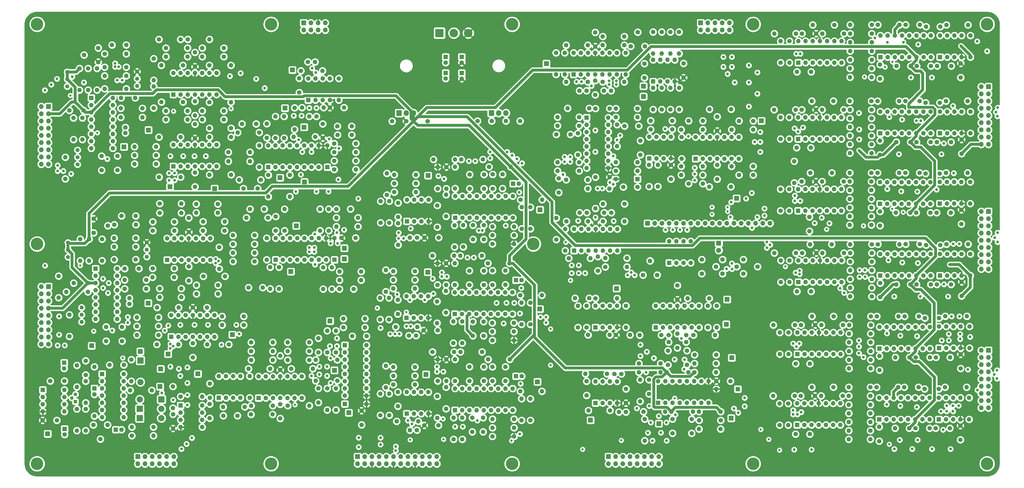
<source format=gbr>
%TF.GenerationSoftware,KiCad,Pcbnew,(5.1.7-0-10_14)*%
%TF.CreationDate,2020-12-06T21:03:30+11:00*%
%TF.ProjectId,Boom-1,426f6f6d-2d31-42e6-9b69-6361645f7063,rev?*%
%TF.SameCoordinates,Original*%
%TF.FileFunction,Copper,L3,Inr*%
%TF.FilePolarity,Positive*%
%FSLAX46Y46*%
G04 Gerber Fmt 4.6, Leading zero omitted, Abs format (unit mm)*
G04 Created by KiCad (PCBNEW (5.1.7-0-10_14)) date 2020-12-06 21:03:30*
%MOMM*%
%LPD*%
G01*
G04 APERTURE LIST*
%TA.AperFunction,ComponentPad*%
%ADD10O,1.700000X1.700000*%
%TD*%
%TA.AperFunction,ComponentPad*%
%ADD11R,1.700000X1.700000*%
%TD*%
%TA.AperFunction,ComponentPad*%
%ADD12C,1.600000*%
%TD*%
%TA.AperFunction,ComponentPad*%
%ADD13O,1.600000X1.600000*%
%TD*%
%TA.AperFunction,ComponentPad*%
%ADD14R,1.600000X1.600000*%
%TD*%
%TA.AperFunction,ComponentPad*%
%ADD15C,3.000000*%
%TD*%
%TA.AperFunction,ComponentPad*%
%ADD16R,3.000000X3.000000*%
%TD*%
%TA.AperFunction,ComponentPad*%
%ADD17C,4.400000*%
%TD*%
%TA.AperFunction,ComponentPad*%
%ADD18C,1.620000*%
%TD*%
%TA.AperFunction,ComponentPad*%
%ADD19C,1.800000*%
%TD*%
%TA.AperFunction,ComponentPad*%
%ADD20R,1.800000X1.800000*%
%TD*%
%TA.AperFunction,ComponentPad*%
%ADD21R,2.200000X2.200000*%
%TD*%
%TA.AperFunction,ComponentPad*%
%ADD22O,2.200000X2.200000*%
%TD*%
%TA.AperFunction,ComponentPad*%
%ADD23C,1.300000*%
%TD*%
%TA.AperFunction,ComponentPad*%
%ADD24R,1.300000X1.300000*%
%TD*%
%TA.AperFunction,ComponentPad*%
%ADD25C,1.440000*%
%TD*%
%TA.AperFunction,ComponentPad*%
%ADD26R,1.905000X2.000000*%
%TD*%
%TA.AperFunction,ComponentPad*%
%ADD27O,1.905000X2.000000*%
%TD*%
%TA.AperFunction,ViaPad*%
%ADD28C,0.800000*%
%TD*%
%TA.AperFunction,ViaPad*%
%ADD29C,1.000000*%
%TD*%
%TA.AperFunction,Conductor*%
%ADD30C,1.000000*%
%TD*%
%TA.AperFunction,Conductor*%
%ADD31C,0.254000*%
%TD*%
%TA.AperFunction,Conductor*%
%ADD32C,0.100000*%
%TD*%
G04 APERTURE END LIST*
D10*
X293444400Y-107720200D03*
X290904400Y-107720200D03*
X288364400Y-107720200D03*
X285824400Y-107720200D03*
X283284400Y-107720200D03*
X280744400Y-107720200D03*
X278204400Y-107720200D03*
X275664400Y-107720200D03*
X273124400Y-107720200D03*
X270584400Y-107720200D03*
X268044400Y-107720200D03*
X265504400Y-107720200D03*
X262964400Y-107720200D03*
X260424400Y-107720200D03*
X257884400Y-107720200D03*
X255344400Y-107720200D03*
X252804400Y-107720200D03*
D11*
X250264400Y-107720200D03*
D12*
X361036000Y-128348000D03*
X361036000Y-133348000D03*
D13*
X165370000Y-167240000D03*
X172990000Y-174860000D03*
X167910000Y-167240000D03*
X170450000Y-174860000D03*
X170450000Y-167240000D03*
X167910000Y-174860000D03*
X172990000Y-167240000D03*
D14*
X165370000Y-174860000D03*
D13*
X303344000Y-95616000D03*
X318584000Y-103236000D03*
X305884000Y-95616000D03*
X316044000Y-103236000D03*
X308424000Y-95616000D03*
X313504000Y-103236000D03*
X310964000Y-95616000D03*
X310964000Y-103236000D03*
X313504000Y-95616000D03*
X308424000Y-103236000D03*
X316044000Y-95616000D03*
X305884000Y-103236000D03*
X318584000Y-95616000D03*
D14*
X303344000Y-103236000D03*
D12*
X156158000Y-107518000D03*
D13*
X156158000Y-99898000D03*
D14*
X83040000Y-87572000D03*
D13*
X98280000Y-79952000D03*
X85580000Y-87572000D03*
X95740000Y-79952000D03*
X88120000Y-87572000D03*
X93200000Y-79952000D03*
X90660000Y-87572000D03*
X90660000Y-79952000D03*
X93200000Y-87572000D03*
X88120000Y-79952000D03*
X95740000Y-87572000D03*
X85580000Y-79952000D03*
X98280000Y-87572000D03*
X83040000Y-79952000D03*
D14*
X303394000Y-77924000D03*
D13*
X318634000Y-70304000D03*
X305934000Y-77924000D03*
X316094000Y-70304000D03*
X308474000Y-77924000D03*
X313554000Y-70304000D03*
X311014000Y-77924000D03*
X311014000Y-70304000D03*
X313554000Y-77924000D03*
X308474000Y-70304000D03*
X316094000Y-77924000D03*
X305934000Y-70304000D03*
X318634000Y-77924000D03*
X303394000Y-70304000D03*
D10*
X367960000Y-79820000D03*
X370500000Y-79820000D03*
X367960000Y-77280000D03*
X370500000Y-77280000D03*
X367960000Y-74740000D03*
X370500000Y-74740000D03*
X367960000Y-72200000D03*
X370500000Y-72200000D03*
X367960000Y-69660000D03*
X370500000Y-69660000D03*
X367960000Y-67120000D03*
X370500000Y-67120000D03*
X367960000Y-64580000D03*
X370500000Y-64580000D03*
X367960000Y-62040000D03*
X370500000Y-62040000D03*
X367960000Y-59500000D03*
D11*
X370500000Y-59500000D03*
D10*
X367960000Y-172820000D03*
X370500000Y-172820000D03*
X367960000Y-170280000D03*
X370500000Y-170280000D03*
X367960000Y-167740000D03*
X370500000Y-167740000D03*
X367960000Y-165200000D03*
X370500000Y-165200000D03*
X367960000Y-162660000D03*
X370500000Y-162660000D03*
X367960000Y-160120000D03*
X370500000Y-160120000D03*
X367960000Y-157580000D03*
X370500000Y-157580000D03*
X367960000Y-155040000D03*
X370500000Y-155040000D03*
X367960000Y-152500000D03*
D11*
X370500000Y-152500000D03*
D10*
X367960000Y-123820000D03*
X370500000Y-123820000D03*
X367960000Y-121280000D03*
X370500000Y-121280000D03*
X367960000Y-118740000D03*
X370500000Y-118740000D03*
X367960000Y-116200000D03*
X370500000Y-116200000D03*
X367960000Y-113660000D03*
X370500000Y-113660000D03*
X367960000Y-111120000D03*
X370500000Y-111120000D03*
X367960000Y-108580000D03*
X370500000Y-108580000D03*
X367960000Y-106040000D03*
X370500000Y-106040000D03*
X367960000Y-103500000D03*
D11*
X370500000Y-103500000D03*
D10*
X279160000Y-39540000D03*
X279160000Y-37000000D03*
X276620000Y-39540000D03*
X276620000Y-37000000D03*
X274080000Y-39540000D03*
X274080000Y-37000000D03*
X271540000Y-39540000D03*
X271540000Y-37000000D03*
X269000000Y-39540000D03*
D11*
X269000000Y-37000000D03*
D10*
X254280000Y-192540000D03*
X254280000Y-190000000D03*
X251740000Y-192540000D03*
X251740000Y-190000000D03*
X249200000Y-192540000D03*
X249200000Y-190000000D03*
X246660000Y-192540000D03*
X246660000Y-190000000D03*
X244120000Y-192540000D03*
X244120000Y-190000000D03*
X241580000Y-192540000D03*
X241580000Y-190000000D03*
X239040000Y-192540000D03*
X239040000Y-190000000D03*
X236500000Y-192540000D03*
D11*
X236500000Y-190000000D03*
D10*
X175940000Y-192540000D03*
X175940000Y-190000000D03*
X173400000Y-192540000D03*
X173400000Y-190000000D03*
X170860000Y-192540000D03*
X170860000Y-190000000D03*
X168320000Y-192540000D03*
X168320000Y-190000000D03*
X165780000Y-192540000D03*
X165780000Y-190000000D03*
X163240000Y-192540000D03*
X163240000Y-190000000D03*
X160700000Y-192540000D03*
X160700000Y-190000000D03*
X158160000Y-192540000D03*
X158160000Y-190000000D03*
X155620000Y-192540000D03*
X155620000Y-190000000D03*
X153080000Y-192540000D03*
X153080000Y-190000000D03*
X150540000Y-192540000D03*
X150540000Y-190000000D03*
X148000000Y-192540000D03*
D11*
X148000000Y-190000000D03*
D10*
X136620000Y-39540000D03*
X136620000Y-37000000D03*
X134080000Y-39540000D03*
X134080000Y-37000000D03*
X131540000Y-39540000D03*
X131540000Y-37000000D03*
X129000000Y-39540000D03*
D11*
X129000000Y-37000000D03*
D10*
X83200000Y-192540000D03*
X83200000Y-190000000D03*
X80660000Y-192540000D03*
X80660000Y-190000000D03*
X78120000Y-192540000D03*
X78120000Y-190000000D03*
X75580000Y-192540000D03*
X75580000Y-190000000D03*
X73040000Y-192540000D03*
X73040000Y-190000000D03*
X70500000Y-192540000D03*
D11*
X70500000Y-190000000D03*
D10*
X36460000Y-150320000D03*
X39000000Y-150320000D03*
X36460000Y-147780000D03*
X39000000Y-147780000D03*
X36460000Y-145240000D03*
X39000000Y-145240000D03*
X36460000Y-142700000D03*
X39000000Y-142700000D03*
X36460000Y-140160000D03*
X39000000Y-140160000D03*
X36460000Y-137620000D03*
X39000000Y-137620000D03*
X36460000Y-135080000D03*
X39000000Y-135080000D03*
X36460000Y-132540000D03*
X39000000Y-132540000D03*
X36460000Y-130000000D03*
D11*
X39000000Y-130000000D03*
D10*
X36460000Y-86820000D03*
X39000000Y-86820000D03*
X36460000Y-84280000D03*
X39000000Y-84280000D03*
X36460000Y-81740000D03*
X39000000Y-81740000D03*
X36460000Y-79200000D03*
X39000000Y-79200000D03*
X36460000Y-76660000D03*
X39000000Y-76660000D03*
X36460000Y-74120000D03*
X39000000Y-74120000D03*
X36460000Y-71580000D03*
X39000000Y-71580000D03*
X36460000Y-69040000D03*
X39000000Y-69040000D03*
X36460000Y-66500000D03*
D11*
X39000000Y-66500000D03*
D15*
X187060000Y-40600000D03*
X181980000Y-40600000D03*
D16*
X176900000Y-40600000D03*
D14*
X332052000Y-151856000D03*
D13*
X349832000Y-144236000D03*
X334592000Y-151856000D03*
X347292000Y-144236000D03*
X337132000Y-151856000D03*
X344752000Y-144236000D03*
X339672000Y-151856000D03*
X342212000Y-144236000D03*
X342212000Y-151856000D03*
X339672000Y-144236000D03*
X344752000Y-151856000D03*
X337132000Y-144236000D03*
X347292000Y-151856000D03*
X334592000Y-144236000D03*
X349832000Y-151856000D03*
X332052000Y-144236000D03*
D17*
X370000000Y-192500000D03*
X287500000Y-192500000D03*
X202500000Y-192500000D03*
X117500000Y-192500000D03*
X35000000Y-192500000D03*
X210000000Y-115000000D03*
X35000000Y-115000000D03*
X370000000Y-37500000D03*
X287500000Y-37500000D03*
X202500000Y-37500000D03*
X117500000Y-37500000D03*
X35000000Y-37500000D03*
D13*
X352968000Y-169228000D03*
X360588000Y-176848000D03*
X355508000Y-169228000D03*
X358048000Y-176848000D03*
X358048000Y-169228000D03*
X355508000Y-176848000D03*
X360588000Y-169228000D03*
D14*
X352968000Y-176848000D03*
D12*
X332248000Y-83554000D03*
X332248000Y-78554000D03*
X345138000Y-79024000D03*
X350138000Y-79024000D03*
X357298000Y-79024000D03*
X352298000Y-79024000D03*
X302858000Y-81034000D03*
X307858000Y-81034000D03*
X304668000Y-67654000D03*
X309668000Y-67654000D03*
X348348000Y-65194000D03*
X353348000Y-65194000D03*
X361008000Y-83114000D03*
X361008000Y-78114000D03*
X341188000Y-64554000D03*
X346188000Y-64554000D03*
X337978000Y-79024000D03*
X342978000Y-79024000D03*
D14*
X332360000Y-75904000D03*
D13*
X350140000Y-68284000D03*
X334900000Y-75904000D03*
X347600000Y-68284000D03*
X337440000Y-75904000D03*
X345060000Y-68284000D03*
X339980000Y-75904000D03*
X342520000Y-68284000D03*
X342520000Y-75904000D03*
X339980000Y-68284000D03*
X345060000Y-75904000D03*
X337440000Y-68284000D03*
X347600000Y-75904000D03*
X334900000Y-68284000D03*
X350140000Y-75904000D03*
X332360000Y-68284000D03*
X297198000Y-70304000D03*
D12*
X297198000Y-77924000D03*
D14*
X353378000Y-75914000D03*
D13*
X360998000Y-68294000D03*
X355918000Y-75914000D03*
X358458000Y-68294000D03*
X358458000Y-75914000D03*
X355918000Y-68294000D03*
X360998000Y-75914000D03*
X353378000Y-68294000D03*
D12*
X364118000Y-68284000D03*
D13*
X364118000Y-75904000D03*
X363148000Y-64554000D03*
D12*
X355528000Y-64554000D03*
D13*
X308188000Y-64564000D03*
D12*
X315808000Y-64564000D03*
X329238000Y-73744000D03*
D13*
X321618000Y-73744000D03*
X321618000Y-79864000D03*
D12*
X329238000Y-79864000D03*
D13*
X339028000Y-64574000D03*
D12*
X331408000Y-64574000D03*
D13*
X321608000Y-64564000D03*
D12*
X329228000Y-64564000D03*
D13*
X300268000Y-77924000D03*
D12*
X300268000Y-70304000D03*
X329238000Y-67624000D03*
D13*
X321618000Y-67624000D03*
D12*
X329238000Y-70684000D03*
D13*
X321618000Y-70684000D03*
D12*
X329238000Y-76804000D03*
D13*
X321618000Y-76804000D03*
D12*
X319448000Y-67654000D03*
D13*
X311828000Y-67654000D03*
D12*
X302498000Y-67654000D03*
D13*
X294878000Y-67654000D03*
X321618000Y-82934000D03*
D12*
X329238000Y-82934000D03*
X331948000Y-184516000D03*
X331948000Y-179516000D03*
X349728000Y-179966000D03*
X344728000Y-179966000D03*
X356888000Y-179966000D03*
X351888000Y-179966000D03*
X307478000Y-182056000D03*
X302478000Y-182056000D03*
X309308000Y-168576000D03*
X304308000Y-168576000D03*
X352998000Y-166136000D03*
X347998000Y-166136000D03*
X360588000Y-179056000D03*
X360588000Y-184056000D03*
X345828000Y-165506000D03*
X340828000Y-165506000D03*
X342568000Y-179966000D03*
X337568000Y-179966000D03*
D13*
X363678000Y-176856000D03*
D12*
X363678000Y-169236000D03*
X355178000Y-165496000D03*
D13*
X362798000Y-165496000D03*
D12*
X315848000Y-165506000D03*
D13*
X308228000Y-165506000D03*
D12*
X328868000Y-174706000D03*
D13*
X321248000Y-174706000D03*
X321238000Y-180826000D03*
D12*
X328858000Y-180826000D03*
X331048000Y-165506000D03*
D13*
X338668000Y-165506000D03*
X321248000Y-165506000D03*
D12*
X328868000Y-165506000D03*
D13*
X299878000Y-178856000D03*
D12*
X299878000Y-171236000D03*
D13*
X321248000Y-168576000D03*
D12*
X328868000Y-168576000D03*
X328868000Y-171646000D03*
D13*
X321248000Y-171646000D03*
D12*
X328868000Y-177766000D03*
D13*
X321248000Y-177766000D03*
D12*
X319088000Y-168576000D03*
D13*
X311468000Y-168576000D03*
D12*
X302148000Y-168576000D03*
D13*
X294528000Y-168576000D03*
X321238000Y-183886000D03*
D12*
X328858000Y-183886000D03*
D13*
X296808000Y-171236000D03*
D12*
X296808000Y-178856000D03*
D14*
X331948000Y-176858000D03*
D13*
X349728000Y-169238000D03*
X334488000Y-176858000D03*
X347188000Y-169238000D03*
X337028000Y-176858000D03*
X344648000Y-169238000D03*
X339568000Y-176858000D03*
X342108000Y-169238000D03*
X342108000Y-176858000D03*
X339568000Y-169238000D03*
X344648000Y-176858000D03*
X337028000Y-169238000D03*
X347188000Y-176858000D03*
X334488000Y-169238000D03*
X349728000Y-176858000D03*
X331948000Y-169238000D03*
X302998000Y-171216000D03*
X318238000Y-178836000D03*
X305538000Y-171216000D03*
X315698000Y-178836000D03*
X308078000Y-171216000D03*
X313158000Y-178836000D03*
X310618000Y-171216000D03*
X310618000Y-178836000D03*
X313158000Y-171216000D03*
X308078000Y-178836000D03*
X315698000Y-171216000D03*
X305538000Y-178836000D03*
X318238000Y-171216000D03*
D14*
X302998000Y-178836000D03*
D13*
X257860000Y-114036000D03*
X265480000Y-121656000D03*
X260400000Y-114036000D03*
X262940000Y-121656000D03*
X262940000Y-114036000D03*
X260400000Y-121656000D03*
X265480000Y-114036000D03*
D14*
X257860000Y-121656000D03*
D18*
X269390000Y-120476000D03*
X274390000Y-122976000D03*
X269390000Y-125476000D03*
D19*
X275380000Y-117206000D03*
D20*
X275380000Y-114666000D03*
D18*
X276730000Y-125486000D03*
X281730000Y-122986000D03*
X276730000Y-120486000D03*
X284070000Y-120486000D03*
X289070000Y-122986000D03*
X284070000Y-125486000D03*
D11*
X214606000Y-51370000D03*
D12*
X226260000Y-60906000D03*
X228760000Y-60906000D03*
X226342000Y-103950000D03*
X228842000Y-103950000D03*
X237410000Y-60906000D03*
X234910000Y-60906000D03*
X234992000Y-103940000D03*
X237492000Y-103940000D03*
X231830000Y-57396000D03*
X231830000Y-62396000D03*
X231840000Y-45336000D03*
X231840000Y-40336000D03*
X232732000Y-119470000D03*
X232732000Y-124470000D03*
X231912000Y-107470000D03*
X231912000Y-102470000D03*
X247750000Y-83536000D03*
X247750000Y-78536000D03*
X274812000Y-87140000D03*
X274812000Y-92140000D03*
X274812000Y-75100000D03*
X274812000Y-70100000D03*
X218960000Y-96856000D03*
X218960000Y-91856000D03*
X236890000Y-67216000D03*
X231890000Y-67216000D03*
X242170000Y-73376000D03*
X247170000Y-73376000D03*
X264750000Y-71566000D03*
X269750000Y-71566000D03*
X282522000Y-71570000D03*
X287522000Y-71570000D03*
X269730000Y-93736000D03*
X264730000Y-93736000D03*
X282502000Y-90660000D03*
X287502000Y-90660000D03*
X242570000Y-47586000D03*
D13*
X242570000Y-55206000D03*
X234552000Y-100860000D03*
D12*
X242172000Y-100860000D03*
X229200000Y-57836000D03*
D13*
X221580000Y-57836000D03*
X229292000Y-107020000D03*
D12*
X221672000Y-107020000D03*
D13*
X242080000Y-57846000D03*
D12*
X234460000Y-57846000D03*
X234552000Y-107020000D03*
D13*
X242172000Y-107020000D03*
X221090000Y-55176000D03*
D12*
X221090000Y-47556000D03*
X221232000Y-117340000D03*
D13*
X221232000Y-109720000D03*
D12*
X218116000Y-113420000D03*
D13*
X218116000Y-105800000D03*
X218000000Y-55176000D03*
D12*
X218000000Y-47556000D03*
X221580000Y-44886000D03*
D13*
X229200000Y-44886000D03*
D12*
X236820000Y-95446000D03*
D13*
X229200000Y-95446000D03*
D12*
X262330000Y-77296000D03*
D13*
X262330000Y-84916000D03*
D12*
X262120000Y-90676000D03*
D13*
X269740000Y-90676000D03*
D12*
X262122000Y-74640000D03*
D13*
X269742000Y-74640000D03*
D12*
X287522000Y-74640000D03*
D13*
X279902000Y-74640000D03*
X272140000Y-67446000D03*
D12*
X279760000Y-67446000D03*
X279670000Y-94796000D03*
D13*
X272050000Y-94796000D03*
X269732000Y-87600000D03*
D12*
X262112000Y-87600000D03*
D13*
X279882000Y-87590000D03*
D12*
X287502000Y-87590000D03*
D18*
X244320000Y-45286000D03*
X246820000Y-40286000D03*
X249320000Y-45286000D03*
X248666000Y-125930000D03*
X251166000Y-120930000D03*
X253666000Y-125930000D03*
D11*
X248842000Y-62972000D03*
X290442000Y-71560000D03*
X281660000Y-98886000D03*
D13*
X236436400Y-70398200D03*
X228816400Y-88178200D03*
X236436400Y-72938200D03*
X228816400Y-85638200D03*
X236436400Y-75478200D03*
X228816400Y-83098200D03*
X236436400Y-78018200D03*
X228816400Y-80558200D03*
X236436400Y-80558200D03*
X228816400Y-78018200D03*
X236436400Y-83098200D03*
X228816400Y-75478200D03*
X236436400Y-85638200D03*
X228816400Y-72938200D03*
X236436400Y-88178200D03*
D14*
X228816400Y-70398200D03*
D13*
X224210000Y-47546000D03*
X239450000Y-55166000D03*
X226750000Y-47546000D03*
X236910000Y-55166000D03*
X229290000Y-47546000D03*
X234370000Y-55166000D03*
X231830000Y-47546000D03*
X231830000Y-55166000D03*
X234370000Y-47546000D03*
X229290000Y-55166000D03*
X236910000Y-47546000D03*
X226750000Y-55166000D03*
X239450000Y-47546000D03*
D14*
X224210000Y-55166000D03*
D12*
X258530000Y-92076000D03*
X258530000Y-87076000D03*
X241730000Y-94886000D03*
X246730000Y-94886000D03*
D11*
X248842000Y-59292000D03*
D13*
X225690000Y-83536000D03*
D12*
X225690000Y-75916000D03*
X226150000Y-70226000D03*
D13*
X218530000Y-70226000D03*
D12*
X229710000Y-67146000D03*
D13*
X222090000Y-67146000D03*
D14*
X252262000Y-57682000D03*
D13*
X259882000Y-50062000D03*
X254802000Y-57682000D03*
X257342000Y-50062000D03*
X257342000Y-57682000D03*
X254802000Y-50062000D03*
X259882000Y-57682000D03*
X252262000Y-50062000D03*
D12*
X218070000Y-76366000D03*
X223070000Y-76366000D03*
D14*
X224352000Y-117320000D03*
D13*
X239592000Y-109700000D03*
X226892000Y-117320000D03*
X237052000Y-109700000D03*
X229432000Y-117320000D03*
X234512000Y-109700000D03*
X231972000Y-117320000D03*
X231972000Y-109700000D03*
X234512000Y-117320000D03*
X229432000Y-109700000D03*
X237052000Y-117320000D03*
X226892000Y-109700000D03*
X239592000Y-117320000D03*
X224352000Y-109700000D03*
D12*
X236930000Y-91386000D03*
X231930000Y-91386000D03*
D14*
X267202000Y-84920000D03*
D13*
X282442000Y-77300000D03*
X269742000Y-84920000D03*
X279902000Y-77300000D03*
X272282000Y-84920000D03*
X277362000Y-77300000D03*
X274822000Y-84920000D03*
X274822000Y-77300000D03*
X277362000Y-84920000D03*
X272282000Y-77300000D03*
X279902000Y-84920000D03*
X269742000Y-77300000D03*
X282442000Y-84920000D03*
X267202000Y-77300000D03*
X250880000Y-77236000D03*
X258500000Y-84856000D03*
X253420000Y-77236000D03*
X255960000Y-84856000D03*
X255960000Y-77236000D03*
X253420000Y-84856000D03*
X258500000Y-77236000D03*
D14*
X250880000Y-84856000D03*
D12*
X262982000Y-56312000D03*
X262982000Y-51312000D03*
X249152000Y-56372000D03*
X249152000Y-51372000D03*
D14*
X246720000Y-92076000D03*
D13*
X239100000Y-92076000D03*
X230092000Y-120000000D03*
D12*
X222472000Y-120000000D03*
X242100000Y-41816000D03*
D13*
X234480000Y-41816000D03*
X242982000Y-123050000D03*
D12*
X235362000Y-123050000D03*
X242090000Y-44886000D03*
D13*
X234470000Y-44886000D03*
X235372000Y-119990000D03*
D12*
X242992000Y-119990000D03*
X252222000Y-40232000D03*
D13*
X252222000Y-47852000D03*
X229220000Y-92326000D03*
D12*
X221600000Y-92326000D03*
D13*
X261412000Y-47852000D03*
D12*
X261412000Y-40232000D03*
D13*
X258342000Y-47852000D03*
D12*
X258342000Y-40232000D03*
D13*
X255282000Y-47852000D03*
D12*
X255282000Y-40232000D03*
X226140000Y-73286000D03*
D13*
X218520000Y-73286000D03*
D12*
X226140000Y-89236000D03*
D13*
X218520000Y-89236000D03*
D12*
X226140000Y-86166000D03*
D13*
X218520000Y-86166000D03*
X261442000Y-59892000D03*
D12*
X261442000Y-67512000D03*
X258352000Y-67512000D03*
D13*
X258352000Y-59892000D03*
X255272000Y-59902000D03*
D12*
X255272000Y-67522000D03*
D13*
X251350000Y-71506000D03*
D12*
X258970000Y-71506000D03*
X253890000Y-94696000D03*
D13*
X253890000Y-87076000D03*
X251350000Y-74576000D03*
D12*
X258970000Y-74576000D03*
X250830000Y-94696000D03*
D13*
X250830000Y-87076000D03*
D12*
X252212000Y-67522000D03*
D13*
X252212000Y-59902000D03*
D12*
X239530000Y-72916000D03*
D13*
X239530000Y-80536000D03*
X246720000Y-86166000D03*
D12*
X239100000Y-86166000D03*
X239080000Y-70296000D03*
D13*
X246700000Y-70296000D03*
D12*
X239100000Y-89256000D03*
D13*
X246720000Y-89256000D03*
X239080000Y-67216000D03*
D12*
X246700000Y-67216000D03*
X135750000Y-77630000D03*
X135750000Y-72630000D03*
D13*
X125500000Y-77170000D03*
D12*
X133120000Y-77170000D03*
X161480000Y-144226000D03*
D13*
X169100000Y-144226000D03*
D11*
X230160000Y-177118000D03*
D14*
X231940000Y-144418000D03*
D13*
X239560000Y-136798000D03*
X234480000Y-144418000D03*
X237020000Y-136798000D03*
X237020000Y-144418000D03*
X234480000Y-136798000D03*
X239560000Y-144418000D03*
X231940000Y-136798000D03*
D12*
X239110000Y-147088000D03*
X244110000Y-147088000D03*
X224720000Y-134128000D03*
X229720000Y-134128000D03*
X228810000Y-144438000D03*
D13*
X228810000Y-136818000D03*
X225720000Y-136808000D03*
D12*
X225720000Y-144428000D03*
X229320000Y-147088000D03*
D13*
X236940000Y-147088000D03*
X242680000Y-144398000D03*
D12*
X242680000Y-136778000D03*
D13*
X239540000Y-134138000D03*
D12*
X231920000Y-134138000D03*
D11*
X239356000Y-130680000D03*
X254250000Y-178360000D03*
D13*
X256480000Y-174118000D03*
D12*
X248860000Y-174118000D03*
X235960000Y-160798000D03*
D13*
X228340000Y-160798000D03*
D14*
X253970000Y-170988000D03*
D13*
X271750000Y-163368000D03*
X256510000Y-170988000D03*
X269210000Y-163368000D03*
X259050000Y-170988000D03*
X266670000Y-163368000D03*
X261590000Y-170988000D03*
X264130000Y-163368000D03*
X264130000Y-170988000D03*
X261590000Y-163368000D03*
X266670000Y-170988000D03*
X259050000Y-163368000D03*
X269210000Y-170988000D03*
X256510000Y-163368000D03*
X271750000Y-170988000D03*
X253970000Y-163368000D03*
X353078000Y-144062000D03*
X360698000Y-151682000D03*
X355618000Y-144062000D03*
X358158000Y-151682000D03*
X358158000Y-144062000D03*
X355618000Y-151682000D03*
X360698000Y-144062000D03*
D14*
X353078000Y-151682000D03*
D12*
X360702000Y-158896000D03*
X360702000Y-153896000D03*
X353082000Y-141136000D03*
X348082000Y-141136000D03*
X360718000Y-56264000D03*
X360718000Y-51264000D03*
D13*
X321698000Y-43874000D03*
D12*
X329318000Y-43874000D03*
D13*
X182396000Y-155706000D03*
D12*
X182396000Y-163326000D03*
X162236000Y-172216000D03*
X162236000Y-167216000D03*
D13*
X179316000Y-163326000D03*
D12*
X179316000Y-155706000D03*
X174420000Y-119126000D03*
D13*
X182040000Y-119126000D03*
D14*
X165310000Y-141016000D03*
D13*
X172930000Y-133396000D03*
X167850000Y-141016000D03*
X170390000Y-133396000D03*
X170390000Y-141016000D03*
X167850000Y-133396000D03*
X172930000Y-141016000D03*
X165310000Y-133396000D03*
D12*
X166446000Y-180626000D03*
X168946000Y-180626000D03*
X176566000Y-178946000D03*
X171566000Y-178946000D03*
X161776000Y-177546000D03*
D13*
X169396000Y-177546000D03*
D12*
X176608000Y-112738000D03*
X171608000Y-112738000D03*
X44660000Y-163340000D03*
X39660000Y-163340000D03*
D13*
X93240000Y-171950000D03*
X85620000Y-179570000D03*
X93240000Y-174490000D03*
X85620000Y-177030000D03*
X93240000Y-177030000D03*
X85620000Y-174490000D03*
X93240000Y-179570000D03*
D14*
X85620000Y-171950000D03*
D12*
X137870000Y-110270000D03*
D13*
X137870000Y-102650000D03*
D12*
X149270000Y-124695000D03*
D13*
X141650000Y-124695000D03*
X111715000Y-115045000D03*
D12*
X104095000Y-115045000D03*
X104070000Y-118120000D03*
D13*
X111690000Y-118120000D03*
D12*
X111720000Y-121170000D03*
D13*
X104100000Y-121170000D03*
X104100000Y-111945000D03*
D12*
X111720000Y-111945000D03*
D13*
X44635000Y-166470000D03*
X37015000Y-174090000D03*
X44635000Y-169010000D03*
X37015000Y-171550000D03*
X44635000Y-171550000D03*
X37015000Y-169010000D03*
X44635000Y-174090000D03*
D14*
X37015000Y-166470000D03*
D11*
X143345000Y-116470000D03*
D12*
X59335000Y-144220000D03*
X59335000Y-149220000D03*
D13*
X91100000Y-100895000D03*
D12*
X98720000Y-100895000D03*
X98720000Y-103995000D03*
D13*
X91100000Y-103995000D03*
D12*
X101120000Y-110295000D03*
D13*
X93500000Y-110295000D03*
X75720000Y-126735000D03*
D12*
X83340000Y-126735000D03*
D13*
X85873600Y-100743000D03*
D12*
X78253600Y-100743000D03*
X78253600Y-104045000D03*
D13*
X85873600Y-104045000D03*
X83440000Y-110295000D03*
D12*
X75820000Y-110295000D03*
X98820000Y-132595000D03*
D13*
X91200000Y-132595000D03*
X91200000Y-129495000D03*
D12*
X98820000Y-129495000D03*
X99200000Y-116140000D03*
D13*
X99200000Y-123760000D03*
X101240000Y-126395000D03*
D12*
X93620000Y-126395000D03*
X78220000Y-133795000D03*
D13*
X85840000Y-133795000D03*
X85840000Y-130695000D03*
D12*
X78220000Y-130695000D03*
X75740000Y-123635000D03*
D13*
X83360000Y-123635000D03*
D12*
X83420000Y-107195000D03*
D13*
X75800000Y-107195000D03*
D12*
X88520000Y-127895000D03*
X88520000Y-122895000D03*
X88500000Y-105780000D03*
X88500000Y-110780000D03*
D13*
X80820000Y-112975000D03*
X96060000Y-120595000D03*
X83360000Y-112975000D03*
X93520000Y-120595000D03*
X85900000Y-112975000D03*
X90980000Y-120595000D03*
X88440000Y-112975000D03*
X88440000Y-120595000D03*
X90980000Y-112975000D03*
X85900000Y-120595000D03*
X93520000Y-112975000D03*
X83360000Y-120595000D03*
X96060000Y-112975000D03*
D14*
X80820000Y-120595000D03*
D13*
X101140000Y-107095000D03*
D12*
X93520000Y-107095000D03*
X146620000Y-130895000D03*
X141620000Y-130895000D03*
X117220000Y-123195000D03*
D13*
X117220000Y-130815000D03*
X140525000Y-108845000D03*
D12*
X148145000Y-108845000D03*
D13*
X82310000Y-140075000D03*
X97550000Y-147695000D03*
X84850000Y-140075000D03*
X95010000Y-147695000D03*
X87390000Y-140075000D03*
X92470000Y-147695000D03*
X89930000Y-140075000D03*
X89930000Y-147695000D03*
X92470000Y-140075000D03*
X87390000Y-147695000D03*
X95010000Y-140075000D03*
X84850000Y-147695000D03*
X97550000Y-140075000D03*
D14*
X82310000Y-147695000D03*
D12*
X41960000Y-177190000D03*
X36960000Y-177190000D03*
D13*
X83028900Y-54644800D03*
X98268900Y-62264800D03*
X85568900Y-54644800D03*
X95728900Y-62264800D03*
X88108900Y-54644800D03*
X93188900Y-62264800D03*
X90648900Y-54644800D03*
X90648900Y-62264800D03*
X93188900Y-54644800D03*
X88108900Y-62264800D03*
X95728900Y-54644800D03*
X85568900Y-62264800D03*
X98268900Y-54644800D03*
D14*
X83028900Y-62264800D03*
D13*
X124155600Y-98249200D03*
D12*
X124155600Y-90629200D03*
D14*
X116548300Y-87898700D03*
D13*
X134328300Y-80278700D03*
X119088300Y-87898700D03*
X131788300Y-80278700D03*
X121628300Y-87898700D03*
X129248300Y-80278700D03*
X124168300Y-87898700D03*
X126708300Y-80278700D03*
X126708300Y-87898700D03*
X124168300Y-80278700D03*
X129248300Y-87898700D03*
X121628300Y-80278700D03*
X131788300Y-87898700D03*
X119088300Y-80278700D03*
X134328300Y-87898700D03*
X116548300Y-80278700D03*
D11*
X129160000Y-73800000D03*
D12*
X143225600Y-66885800D03*
X138225600Y-66885800D03*
X77007500Y-86746500D03*
D13*
X69387500Y-86746500D03*
D12*
X116027600Y-77573600D03*
X116027600Y-72573600D03*
X112747200Y-95404400D03*
X107747200Y-95404400D03*
X107239200Y-72646000D03*
X112239200Y-72646000D03*
X145930000Y-73450000D03*
X140930000Y-73450000D03*
X140934800Y-76511600D03*
X145934800Y-76511600D03*
D13*
X137376300Y-80278700D03*
D14*
X137376300Y-87898700D03*
D12*
X113335200Y-87886000D03*
D13*
X113335200Y-80266000D03*
D12*
X116548300Y-90692700D03*
D13*
X116548300Y-98312700D03*
X119075600Y-70004400D03*
D12*
X119075600Y-77624400D03*
D13*
X106261300Y-92356400D03*
D12*
X113881300Y-92356400D03*
X113335200Y-75694000D03*
D13*
X105715200Y-75694000D03*
X147408000Y-88703600D03*
D12*
X139788000Y-88703600D03*
X139788000Y-79559600D03*
D13*
X147408000Y-79559600D03*
D12*
X139788000Y-85655600D03*
D13*
X147408000Y-85655600D03*
X147408000Y-82607600D03*
D12*
X139788000Y-82607600D03*
X122123600Y-77624400D03*
D13*
X122123600Y-70004400D03*
X102464000Y-85803200D03*
D12*
X110084000Y-85803200D03*
X125790000Y-66950000D03*
D13*
X125790000Y-74570000D03*
X110084000Y-82602800D03*
D12*
X102464000Y-82602800D03*
D11*
X122410000Y-67080000D03*
X120675000Y-91600000D03*
X129286400Y-93118400D03*
D13*
X88045400Y-68043300D03*
D12*
X80425400Y-68043300D03*
X80425400Y-71091300D03*
D13*
X88045400Y-71091300D03*
X93252400Y-45881800D03*
D12*
X100872400Y-45881800D03*
D13*
X130605600Y-56598800D03*
X138225600Y-64218800D03*
X133145600Y-56598800D03*
X135685600Y-64218800D03*
X135685600Y-56598800D03*
X133145600Y-64218800D03*
X138225600Y-56598800D03*
D14*
X130605600Y-64218800D03*
D13*
X165412000Y-99372000D03*
X173032000Y-106992000D03*
X167952000Y-99372000D03*
X170492000Y-106992000D03*
X170492000Y-99372000D03*
X167952000Y-106992000D03*
X173032000Y-99372000D03*
D14*
X165412000Y-106992000D03*
D12*
X162288000Y-100518000D03*
X162288000Y-105518000D03*
X127456000Y-56577200D03*
X127456000Y-61577200D03*
X100872400Y-48929800D03*
D13*
X93252400Y-48929800D03*
D12*
X168598000Y-90558000D03*
D13*
X160978000Y-90558000D03*
D12*
X159218000Y-107518000D03*
D13*
X159218000Y-99898000D03*
X93252400Y-71091300D03*
D12*
X100872400Y-71091300D03*
X100872400Y-68043300D03*
D13*
X93252400Y-68043300D03*
D12*
X90648900Y-69630800D03*
X90648900Y-64630800D03*
X90648900Y-47422300D03*
X90648900Y-52422300D03*
X44700000Y-182220000D03*
D14*
X44700000Y-180220000D03*
D12*
X70910000Y-123695000D03*
X65910000Y-123695000D03*
X47888400Y-128795000D03*
X52888400Y-128795000D03*
X69810000Y-105095000D03*
X64810000Y-105095000D03*
X60580000Y-157670000D03*
X65580000Y-157670000D03*
D14*
X44560000Y-156880000D03*
D12*
X44560000Y-158880000D03*
X90660000Y-94811000D03*
X90660000Y-89811000D03*
X90650000Y-72729500D03*
X90650000Y-77729500D03*
X61430000Y-44810000D03*
X66430000Y-44810000D03*
X89910000Y-154995000D03*
X89910000Y-149995000D03*
X94910000Y-137410000D03*
X89910000Y-137410000D03*
X52130000Y-156170000D03*
X52130000Y-161170000D03*
X64985000Y-149220000D03*
X64985000Y-144220000D03*
X67548000Y-134113800D03*
X67548000Y-136113800D03*
X95890000Y-176450000D03*
X95890000Y-171450000D03*
X82940000Y-175040000D03*
X82940000Y-180040000D03*
X63355000Y-83969000D03*
X63355000Y-88969000D03*
X57767000Y-83969000D03*
X57767000Y-88969000D03*
X105650000Y-175550000D03*
X100650000Y-175550000D03*
X66149000Y-75856000D03*
X66149000Y-73856000D03*
X95900000Y-169250000D03*
X95900000Y-164250000D03*
X64780000Y-180470000D03*
D14*
X62780000Y-180470000D03*
D12*
X69625000Y-63442000D03*
X64625000Y-63442000D03*
X46410000Y-67890000D03*
X51410000Y-67890000D03*
X120740000Y-176550000D03*
X120740000Y-171550000D03*
X120740000Y-154450000D03*
X120740000Y-159450000D03*
X151180000Y-147510000D03*
X146180000Y-147510000D03*
X109570000Y-130345000D03*
X114570000Y-130345000D03*
X110108000Y-102645000D03*
X115108000Y-102645000D03*
X149430000Y-173770000D03*
X149430000Y-178770000D03*
X134200000Y-148200000D03*
X134200000Y-153200000D03*
X134200000Y-165900000D03*
X134200000Y-170900000D03*
X119170000Y-110295000D03*
X119170000Y-105295000D03*
X140520000Y-102645000D03*
X145520000Y-102645000D03*
X142320000Y-112870000D03*
X147320000Y-112870000D03*
X133495600Y-70000800D03*
X130995600Y-70000800D03*
X133004000Y-50807600D03*
X130504000Y-50807600D03*
X168988000Y-112728000D03*
X166488000Y-112728000D03*
X168640000Y-147306000D03*
X166140000Y-147306000D03*
X332278000Y-56724000D03*
X332278000Y-51724000D03*
X350208000Y-52184000D03*
X345208000Y-52184000D03*
X192280000Y-181277000D03*
X192280000Y-176277000D03*
X187476000Y-163306000D03*
X187476000Y-158306000D03*
X352418000Y-52184000D03*
X357418000Y-52184000D03*
X188480000Y-181277000D03*
X188480000Y-176277000D03*
X200176000Y-158326000D03*
X200176000Y-163326000D03*
X332052000Y-154516000D03*
X332052000Y-159516000D03*
X302978000Y-54284000D03*
X307978000Y-54284000D03*
X304758000Y-40764000D03*
X309758000Y-40764000D03*
X349832000Y-154966000D03*
X344832000Y-154966000D03*
X351992000Y-154966000D03*
X356992000Y-154966000D03*
X348468000Y-38334000D03*
X353468000Y-38334000D03*
X192536000Y-163336000D03*
X192536000Y-158336000D03*
X195596000Y-163326000D03*
X195596000Y-158326000D03*
X346298000Y-37694000D03*
X341298000Y-37694000D03*
X343038000Y-52184000D03*
X338038000Y-52184000D03*
X205896000Y-161646000D03*
D14*
X203896000Y-161646000D03*
D12*
X192498000Y-108388000D03*
X192498000Y-113388000D03*
X187548000Y-90458000D03*
X187548000Y-95458000D03*
X187420000Y-124406000D03*
X187420000Y-129406000D03*
X192470000Y-142356000D03*
X192470000Y-147356000D03*
X188738000Y-108388000D03*
X188738000Y-113388000D03*
X199138000Y-95438000D03*
X199138000Y-90438000D03*
X200130000Y-129386000D03*
X200130000Y-124386000D03*
X188680000Y-142356000D03*
X188680000Y-147356000D03*
X162190000Y-134716000D03*
X162190000Y-139716000D03*
X171280000Y-145476000D03*
X176280000Y-145476000D03*
X192520000Y-124406000D03*
X192520000Y-129406000D03*
X195580000Y-124396000D03*
X195580000Y-129396000D03*
X192588000Y-90458000D03*
X192588000Y-95458000D03*
X195678000Y-90448000D03*
X195678000Y-95448000D03*
X307522000Y-157216000D03*
X302522000Y-157216000D03*
X309412000Y-143566000D03*
X304412000Y-143566000D03*
X204858000Y-93708000D03*
D14*
X202858000Y-93708000D03*
D12*
X205870000Y-127756000D03*
D14*
X203870000Y-127756000D03*
D12*
X345922000Y-140496000D03*
X340922000Y-140496000D03*
X342662000Y-154966000D03*
X337662000Y-154966000D03*
X341176000Y-89880000D03*
X346176000Y-89880000D03*
X337866000Y-103950000D03*
X342866000Y-103950000D03*
X341326000Y-115078000D03*
X346326000Y-115078000D03*
X337976000Y-129248000D03*
X342976000Y-129248000D03*
X332266000Y-103520000D03*
X332266000Y-108520000D03*
X332346000Y-128788000D03*
X332346000Y-133788000D03*
X350036000Y-103950000D03*
X345036000Y-103950000D03*
X350146000Y-129248000D03*
X345146000Y-129248000D03*
X352196000Y-103950000D03*
X357196000Y-103950000D03*
X352316000Y-129248000D03*
X357316000Y-129248000D03*
X302966000Y-131688000D03*
X307966000Y-131688000D03*
X304776000Y-118168000D03*
X309776000Y-118168000D03*
X307370000Y-110450000D03*
X307370000Y-105450000D03*
X304616000Y-92960000D03*
X309616000Y-92960000D03*
X264180000Y-157608000D03*
X264180000Y-152608000D03*
X257490000Y-152608000D03*
X257490000Y-157608000D03*
X250770000Y-162888000D03*
X250770000Y-167888000D03*
X265820000Y-176738000D03*
X265820000Y-181738000D03*
X260800000Y-151658000D03*
X260800000Y-146658000D03*
X260820000Y-129620000D03*
X260820000Y-134620000D03*
X228800000Y-168418000D03*
X228800000Y-163418000D03*
X242650000Y-166118000D03*
X242650000Y-171118000D03*
X259090000Y-181728000D03*
X259090000Y-176728000D03*
X274510000Y-163348000D03*
X279510000Y-163348000D03*
X257740000Y-149618000D03*
X257740000Y-147118000D03*
X263870000Y-149608000D03*
X263870000Y-147108000D03*
X348506000Y-115398000D03*
X353506000Y-115398000D03*
X348336000Y-90120000D03*
X353336000Y-90120000D03*
X360946000Y-107910000D03*
X360946000Y-102910000D03*
X238580000Y-160808000D03*
X241080000Y-160808000D03*
X240170000Y-174268000D03*
X242670000Y-174268000D03*
D14*
X179090000Y-49024000D03*
D12*
X179090000Y-51024000D03*
D14*
X184760000Y-49014000D03*
D12*
X184760000Y-51014000D03*
X179080000Y-56664000D03*
D14*
X179080000Y-54664000D03*
D12*
X184770000Y-56684000D03*
D14*
X184770000Y-54684000D03*
D12*
X172738000Y-71660000D03*
X167738000Y-71660000D03*
X160188000Y-71670000D03*
X165188000Y-71670000D03*
X190296000Y-71616000D03*
X195296000Y-71616000D03*
X205346000Y-71616000D03*
X200346000Y-71616000D03*
D14*
X55230000Y-165914000D03*
D13*
X55230000Y-158294000D03*
D21*
X78830000Y-169820000D03*
D22*
X71210000Y-169820000D03*
D21*
X71205000Y-176395000D03*
D22*
X78825000Y-176395000D03*
X78825000Y-173120000D03*
D21*
X71205000Y-173120000D03*
D22*
X71430000Y-163690000D03*
D21*
X71430000Y-156070000D03*
D13*
X151170000Y-171400000D03*
D14*
X143550000Y-171400000D03*
D13*
X139870000Y-112953000D03*
D14*
X139870000Y-120573000D03*
X282120000Y-166168000D03*
D13*
X274500000Y-166168000D03*
D23*
X47260000Y-169300000D03*
X48530000Y-168030000D03*
D24*
X48530000Y-170570000D03*
D13*
X52130000Y-180790000D03*
D12*
X52130000Y-173170000D03*
D13*
X62190000Y-120495000D03*
D12*
X69810000Y-120495000D03*
X62210000Y-108195000D03*
D13*
X69830000Y-108195000D03*
D12*
X49030000Y-173170000D03*
D13*
X49030000Y-180790000D03*
X62190000Y-115995000D03*
D12*
X69810000Y-115995000D03*
X66429000Y-60235000D03*
D13*
X58809000Y-60235000D03*
D12*
X69810000Y-112895000D03*
D13*
X62190000Y-112895000D03*
D12*
X58809000Y-47916000D03*
D13*
X66429000Y-47916000D03*
X49030000Y-165440000D03*
D12*
X49030000Y-157820000D03*
D13*
X46410000Y-139975000D03*
D12*
X46410000Y-147595000D03*
D13*
X58809000Y-55663000D03*
D12*
X66429000Y-55663000D03*
D13*
X42610000Y-133915000D03*
D12*
X42610000Y-126295000D03*
X65910000Y-130795000D03*
D13*
X73530000Y-130795000D03*
D12*
X66429000Y-52615000D03*
D13*
X58809000Y-52615000D03*
X65890000Y-127695000D03*
D12*
X73510000Y-127695000D03*
D13*
X44940000Y-84397000D03*
D12*
X44940000Y-92017000D03*
X47860000Y-70540000D03*
D13*
X47860000Y-78160000D03*
X72118000Y-70300000D03*
D12*
X64498000Y-70300000D03*
X72118000Y-67125000D03*
D13*
X64498000Y-67125000D03*
D12*
X55230000Y-168070000D03*
D13*
X55230000Y-175690000D03*
X100630000Y-172450000D03*
D12*
X108250000Y-172450000D03*
D13*
X52130000Y-170990000D03*
D12*
X52130000Y-163370000D03*
D13*
X109950000Y-161630000D03*
D12*
X109950000Y-169250000D03*
X110450000Y-175100000D03*
D13*
X118070000Y-175100000D03*
X50210000Y-120915000D03*
D12*
X50210000Y-113295000D03*
X53310000Y-113295000D03*
D13*
X53310000Y-120915000D03*
X57910000Y-120915000D03*
D12*
X57910000Y-113295000D03*
D13*
X45290000Y-131895000D03*
D12*
X52910000Y-131895000D03*
X68430000Y-182620000D03*
D13*
X76050000Y-182620000D03*
D12*
X123400000Y-172000000D03*
D13*
X131020000Y-172000000D03*
X110480000Y-172000000D03*
D12*
X118100000Y-172000000D03*
X53011000Y-53081000D03*
D13*
X53011000Y-60701000D03*
D12*
X75430000Y-166620000D03*
D13*
X67810000Y-166620000D03*
X68410000Y-179545000D03*
D12*
X76030000Y-179545000D03*
D13*
X68230000Y-163390000D03*
D12*
X68230000Y-155770000D03*
D13*
X49963000Y-60701000D03*
D12*
X49963000Y-53081000D03*
X56130000Y-53080000D03*
D13*
X56130000Y-60700000D03*
D12*
X50960000Y-70550000D03*
D13*
X50960000Y-78170000D03*
X70190000Y-143995000D03*
D12*
X77810000Y-143995000D03*
D13*
X70190000Y-147095000D03*
D12*
X77810000Y-147095000D03*
D13*
X70190000Y-140895000D03*
D12*
X77810000Y-140895000D03*
D13*
X94990000Y-150395000D03*
D12*
X102610000Y-150395000D03*
X77235000Y-150395000D03*
D13*
X84855000Y-150395000D03*
X88045400Y-48929800D03*
D12*
X80425400Y-48929800D03*
X80425400Y-45881800D03*
D13*
X88045400Y-45881800D03*
X85581600Y-42808400D03*
D12*
X77961600Y-42808400D03*
X77007500Y-83698500D03*
D13*
X69387500Y-83698500D03*
X69324000Y-80650500D03*
D12*
X76944000Y-80650500D03*
X107880000Y-143595000D03*
D13*
X100260000Y-143595000D03*
D12*
X131000000Y-152800000D03*
D13*
X123380000Y-152800000D03*
X123380000Y-155900000D03*
D12*
X131000000Y-155900000D03*
X131000000Y-149700000D03*
D13*
X123380000Y-149700000D03*
D12*
X82920000Y-172870000D03*
D13*
X82920000Y-165250000D03*
X100260000Y-140495000D03*
D12*
X107880000Y-140495000D03*
X77960000Y-77285000D03*
D13*
X85580000Y-77285000D03*
X95803500Y-90556500D03*
D12*
X103423500Y-90556500D03*
X78023500Y-91382000D03*
D13*
X85643500Y-91382000D03*
X95803500Y-77285000D03*
D12*
X103423500Y-77285000D03*
X86410000Y-51990000D03*
D13*
X78790000Y-51990000D03*
X95741600Y-42808400D03*
D12*
X88121600Y-42808400D03*
D13*
X76120000Y-57250000D03*
D12*
X76120000Y-49630000D03*
D13*
X120320000Y-130815000D03*
D12*
X120320000Y-123195000D03*
X122270000Y-110295000D03*
D13*
X122270000Y-102675000D03*
D12*
X124600000Y-159000000D03*
D13*
X132220000Y-159000000D03*
X108838000Y-105741800D03*
D12*
X116458000Y-105741800D03*
D13*
X93230000Y-168790000D03*
D12*
X85610000Y-168790000D03*
D13*
X76110000Y-59430000D03*
D12*
X76110000Y-67050000D03*
X77310000Y-137395000D03*
D13*
X84930000Y-137395000D03*
X150640000Y-144430000D03*
D12*
X143020000Y-144430000D03*
D13*
X95803500Y-74173500D03*
D12*
X103423500Y-74173500D03*
D13*
X118120000Y-152800000D03*
D12*
X110500000Y-152800000D03*
X110500000Y-155900000D03*
D13*
X118120000Y-155900000D03*
X118120000Y-149700000D03*
D12*
X110500000Y-149700000D03*
X95728900Y-51977800D03*
D13*
X103348900Y-51977800D03*
D12*
X95728900Y-64995300D03*
D13*
X103348900Y-64995300D03*
D12*
X86480000Y-64930000D03*
D13*
X78860000Y-64930000D03*
D12*
X117150000Y-159000000D03*
D13*
X109530000Y-159000000D03*
X140400000Y-145580000D03*
D12*
X140400000Y-153200000D03*
X140400000Y-165900000D03*
D13*
X140400000Y-173520000D03*
D12*
X137300000Y-153200000D03*
D13*
X137300000Y-145580000D03*
X137300000Y-173520000D03*
D12*
X137300000Y-165900000D03*
D13*
X134770000Y-102650000D03*
D12*
X134770000Y-110270000D03*
X135870000Y-123245000D03*
D13*
X135870000Y-130865000D03*
D12*
X140850000Y-155850000D03*
D13*
X133230000Y-155850000D03*
X133230000Y-163250000D03*
D12*
X140850000Y-163250000D03*
D13*
X138970000Y-130865000D03*
D12*
X138970000Y-123245000D03*
X115970000Y-120573000D03*
D13*
X115970000Y-112953000D03*
D12*
X128415600Y-66889300D03*
D13*
X136035600Y-66889300D03*
X141375200Y-64218800D03*
D12*
X141375200Y-56598800D03*
D13*
X135634800Y-53906400D03*
D12*
X128014800Y-53906400D03*
X159153000Y-175402000D03*
D13*
X159153000Y-167782000D03*
D12*
X157976000Y-165596000D03*
D13*
X157976000Y-157976000D03*
D12*
X156053000Y-175402000D03*
D13*
X156053000Y-167782000D03*
X162288000Y-115318000D03*
D12*
X162288000Y-107698000D03*
X168228000Y-158419000D03*
D13*
X160608000Y-158419000D03*
X160606000Y-161496000D03*
D12*
X168226000Y-161496000D03*
D13*
X205856000Y-169576000D03*
D12*
X205856000Y-177196000D03*
X160603000Y-164569000D03*
D13*
X168223000Y-164569000D03*
D12*
X195590000Y-182873000D03*
D13*
X203210000Y-182873000D03*
D12*
X176246000Y-163326000D03*
D13*
X176246000Y-155706000D03*
X156000000Y-133976000D03*
D12*
X156000000Y-141596000D03*
D13*
X364118000Y-49074000D03*
D12*
X364118000Y-41454000D03*
D13*
X176116000Y-176326000D03*
D12*
X176116000Y-168706000D03*
X355648000Y-37704000D03*
D13*
X363268000Y-37704000D03*
X158368000Y-90098000D03*
D12*
X158368000Y-97718000D03*
X159090000Y-141596000D03*
D13*
X159090000Y-133976000D03*
X157970000Y-124166000D03*
D12*
X157970000Y-131786000D03*
X205406000Y-166966000D03*
D13*
X213026000Y-166966000D03*
D12*
X179216000Y-173116000D03*
D13*
X179216000Y-165496000D03*
X363792000Y-151686000D03*
D12*
X363792000Y-144066000D03*
X203190000Y-179823000D03*
D13*
X195570000Y-179823000D03*
X208936000Y-169576000D03*
D12*
X208936000Y-177196000D03*
X355242000Y-140486000D03*
D13*
X362862000Y-140486000D03*
X184284000Y-153085000D03*
D12*
X191904000Y-153085000D03*
X174454000Y-153085000D03*
D13*
X182074000Y-153085000D03*
D12*
X181900000Y-183893000D03*
D13*
X181900000Y-176273000D03*
X160978000Y-93628000D03*
D12*
X168598000Y-93628000D03*
D13*
X160620000Y-127676000D03*
D12*
X168240000Y-127676000D03*
X168240000Y-124606000D03*
D13*
X160620000Y-124606000D03*
X308548000Y-37704000D03*
D12*
X316168000Y-37704000D03*
D13*
X184950000Y-176273000D03*
D12*
X184950000Y-183893000D03*
X329318000Y-46944000D03*
D13*
X321698000Y-46944000D03*
X321688000Y-53094000D03*
D12*
X329308000Y-53094000D03*
X205918000Y-109638000D03*
D13*
X205918000Y-102018000D03*
X205840000Y-135726000D03*
D12*
X205840000Y-143346000D03*
X331488000Y-37694000D03*
D13*
X339108000Y-37694000D03*
D12*
X329328000Y-37694000D03*
D13*
X321708000Y-37694000D03*
D12*
X300318000Y-43424000D03*
D13*
X300318000Y-51044000D03*
D12*
X315862000Y-140496000D03*
D13*
X308242000Y-140496000D03*
D12*
X160978000Y-96708000D03*
D13*
X168598000Y-96708000D03*
D12*
X160630000Y-130746000D03*
D13*
X168250000Y-130746000D03*
X321698000Y-40784000D03*
D12*
X329318000Y-40784000D03*
D13*
X321352000Y-149696000D03*
D12*
X328972000Y-149696000D03*
D13*
X321352000Y-155826000D03*
D12*
X328972000Y-155826000D03*
D13*
X203188000Y-114968000D03*
D12*
X195568000Y-114968000D03*
X179348000Y-87828000D03*
D13*
X179348000Y-95448000D03*
X176258000Y-87828000D03*
D12*
X176258000Y-95448000D03*
X176190000Y-129396000D03*
D13*
X176190000Y-121776000D03*
X179250000Y-129396000D03*
D12*
X179250000Y-121776000D03*
X195550000Y-148966000D03*
D13*
X203170000Y-148966000D03*
X321698000Y-49994000D03*
D12*
X329318000Y-49994000D03*
X319528000Y-40784000D03*
D13*
X311908000Y-40784000D03*
D12*
X331142000Y-140496000D03*
D13*
X338762000Y-140496000D03*
X321362000Y-140496000D03*
D12*
X328982000Y-140496000D03*
X302598000Y-40774000D03*
D13*
X294978000Y-40774000D03*
D12*
X299952000Y-146226000D03*
D13*
X299952000Y-153846000D03*
D12*
X194066000Y-155706000D03*
D13*
X201686000Y-155706000D03*
X195566000Y-176736000D03*
D12*
X203186000Y-176736000D03*
D13*
X321362000Y-143566000D03*
D12*
X328982000Y-143566000D03*
X328972000Y-146626000D03*
D13*
X321352000Y-146626000D03*
X176148000Y-109038000D03*
D12*
X176148000Y-101418000D03*
D13*
X176060000Y-142866000D03*
D12*
X176060000Y-135246000D03*
X179140000Y-139206000D03*
D13*
X179140000Y-131586000D03*
X321688000Y-56164000D03*
D12*
X329308000Y-56164000D03*
D13*
X213088000Y-99398000D03*
D12*
X205468000Y-99398000D03*
D13*
X297218000Y-43424000D03*
D12*
X297218000Y-51044000D03*
X205380000Y-133106000D03*
D13*
X213000000Y-133106000D03*
D12*
X328972000Y-152766000D03*
D13*
X321352000Y-152766000D03*
D12*
X179248000Y-105258000D03*
D13*
X179248000Y-97638000D03*
D12*
X319202000Y-143566000D03*
D13*
X311582000Y-143566000D03*
D12*
X302242000Y-143566000D03*
D13*
X294622000Y-143566000D03*
X195558000Y-111898000D03*
D12*
X203178000Y-111898000D03*
X182418000Y-95438000D03*
D13*
X182418000Y-87818000D03*
X182320000Y-121776000D03*
D12*
X182320000Y-129396000D03*
X203160000Y-145886000D03*
D13*
X195540000Y-145886000D03*
D12*
X208988000Y-109648000D03*
D13*
X208988000Y-102028000D03*
X208930000Y-135736000D03*
D12*
X208930000Y-143356000D03*
D13*
X321352000Y-158886000D03*
D12*
X328972000Y-158886000D03*
D13*
X296892000Y-146226000D03*
D12*
X296892000Y-153846000D03*
X192218000Y-85188000D03*
D13*
X184598000Y-85188000D03*
X184200000Y-119126000D03*
D12*
X191820000Y-119126000D03*
D13*
X182418000Y-85188000D03*
D12*
X174798000Y-85188000D03*
D13*
X182208000Y-108408000D03*
D12*
X182208000Y-116028000D03*
X181780000Y-149956000D03*
D13*
X181780000Y-142336000D03*
D12*
X185298000Y-116018000D03*
D13*
X185298000Y-108398000D03*
X184880000Y-142346000D03*
D12*
X184880000Y-149966000D03*
D13*
X201610000Y-121786000D03*
D12*
X193990000Y-121786000D03*
D13*
X201988000Y-87808000D03*
D12*
X194368000Y-87808000D03*
X203178000Y-108838000D03*
D13*
X195558000Y-108838000D03*
X195520000Y-142816000D03*
D12*
X203140000Y-142816000D03*
X364046000Y-93100000D03*
D13*
X364046000Y-100720000D03*
D12*
X364106000Y-118498000D03*
D13*
X364106000Y-126118000D03*
X363136000Y-89900000D03*
D12*
X355516000Y-89900000D03*
D13*
X363296000Y-115078000D03*
D12*
X355676000Y-115078000D03*
D13*
X266830000Y-157148000D03*
D12*
X274450000Y-157148000D03*
X247210000Y-160248000D03*
D13*
X254830000Y-160248000D03*
D12*
X249280000Y-176748000D03*
D13*
X249280000Y-184368000D03*
X254840000Y-157148000D03*
D12*
X247220000Y-157148000D03*
X276070000Y-177188000D03*
D13*
X268450000Y-177188000D03*
X307646000Y-89890000D03*
D12*
X315266000Y-89890000D03*
X247660000Y-170508000D03*
D13*
X247660000Y-162888000D03*
X266840000Y-154068000D03*
D12*
X274460000Y-154068000D03*
D13*
X274430000Y-160228000D03*
D12*
X266810000Y-160228000D03*
D13*
X307596000Y-115098000D03*
D12*
X315216000Y-115098000D03*
X329216000Y-99090000D03*
D13*
X321596000Y-99090000D03*
X321606000Y-105230000D03*
D12*
X329226000Y-105230000D03*
X329326000Y-124308000D03*
D13*
X321706000Y-124308000D03*
X321716000Y-130428000D03*
D12*
X329336000Y-130428000D03*
D13*
X268430000Y-180268000D03*
D12*
X276050000Y-180268000D03*
X264640000Y-160238000D03*
D13*
X257020000Y-160238000D03*
X321596000Y-89890000D03*
D12*
X329216000Y-89890000D03*
X331376000Y-89890000D03*
D13*
X338996000Y-89890000D03*
X300216000Y-103260000D03*
D12*
X300216000Y-95640000D03*
D13*
X268440000Y-174108000D03*
D12*
X276060000Y-174108000D03*
D13*
X339136000Y-115088000D03*
D12*
X331516000Y-115088000D03*
D13*
X321726000Y-115088000D03*
D12*
X329346000Y-115088000D03*
D13*
X300356000Y-128448000D03*
D12*
X300356000Y-120828000D03*
X329216000Y-96030000D03*
D13*
X321596000Y-96030000D03*
D12*
X329216000Y-92950000D03*
D13*
X321596000Y-92950000D03*
D12*
X329336000Y-118158000D03*
D13*
X321716000Y-118158000D03*
X321706000Y-121238000D03*
D12*
X329326000Y-121238000D03*
D13*
X258640000Y-174108000D03*
D12*
X266260000Y-174108000D03*
X329226000Y-102160000D03*
D13*
X321606000Y-102160000D03*
D12*
X266490000Y-147118000D03*
D13*
X274110000Y-147118000D03*
X311796000Y-92960000D03*
D12*
X319416000Y-92960000D03*
D13*
X321706000Y-127368000D03*
D12*
X329326000Y-127368000D03*
X301990000Y-93416000D03*
D13*
X301990000Y-85796000D03*
X311926000Y-118168000D03*
D12*
X319546000Y-118168000D03*
D13*
X294986000Y-118168000D03*
D12*
X302606000Y-118168000D03*
D13*
X229410000Y-173728000D03*
D12*
X237030000Y-173728000D03*
D13*
X321606000Y-108290000D03*
D12*
X329226000Y-108290000D03*
D13*
X297156000Y-95650000D03*
D12*
X297156000Y-103270000D03*
X255110000Y-147118000D03*
D13*
X247490000Y-147118000D03*
D12*
X329336000Y-133498000D03*
D13*
X321716000Y-133498000D03*
D12*
X297286000Y-128448000D03*
D13*
X297286000Y-120828000D03*
D12*
X271570000Y-144448000D03*
D13*
X271570000Y-136828000D03*
X274640000Y-144458000D03*
D12*
X274640000Y-136838000D03*
X272010000Y-134168000D03*
D13*
X264390000Y-134168000D03*
X149265000Y-127770000D03*
D12*
X141645000Y-127770000D03*
X148145000Y-105720000D03*
D13*
X140525000Y-105720000D03*
X150640000Y-141330000D03*
D12*
X143020000Y-141330000D03*
D25*
X73690000Y-114420000D03*
X73690000Y-116960000D03*
X73690000Y-119500000D03*
X70290000Y-54160000D03*
X70290000Y-56700000D03*
X70290000Y-59240000D03*
D18*
X54940000Y-111050000D03*
X59940000Y-108550000D03*
X54940000Y-106050000D03*
X56570000Y-45830000D03*
X51570000Y-48330000D03*
X56570000Y-50830000D03*
X59830000Y-178820000D03*
X57330000Y-183820000D03*
X54830000Y-178820000D03*
D25*
X50710000Y-142495000D03*
X50710000Y-139955000D03*
X50710000Y-137415000D03*
X45910000Y-119595000D03*
X45910000Y-117055000D03*
X45910000Y-114515000D03*
X49258000Y-86937000D03*
X49258000Y-84397000D03*
X49258000Y-81857000D03*
X45619600Y-54300200D03*
X45619600Y-56840200D03*
X45619600Y-59380200D03*
D11*
X38740000Y-181940000D03*
X54270000Y-150880000D03*
X78340000Y-165280000D03*
X78580000Y-159050000D03*
X71420000Y-152850000D03*
X138300000Y-142150000D03*
X91700000Y-160800000D03*
X65641000Y-80714000D03*
X74277000Y-74808500D03*
X103850000Y-147000000D03*
X81185000Y-153795000D03*
X97600000Y-95450000D03*
X81871600Y-94836400D03*
X126395000Y-108595000D03*
X124495000Y-124720000D03*
X74180000Y-135850000D03*
X143345000Y-120270000D03*
X139850000Y-159550000D03*
X144920000Y-174520000D03*
X125050000Y-53610000D03*
X172166000Y-160996000D03*
X172790000Y-124916000D03*
X211426000Y-163610000D03*
X172888000Y-90838000D03*
X212280000Y-137946000D03*
X212348000Y-102898000D03*
X279980000Y-155128000D03*
X279760000Y-176428000D03*
X278030000Y-143328000D03*
X278336000Y-134550000D03*
D14*
X54084000Y-63442000D03*
D13*
X61704000Y-81222000D03*
X54084000Y-65982000D03*
X61704000Y-78682000D03*
X54084000Y-68522000D03*
X61704000Y-76142000D03*
X54084000Y-71062000D03*
X61704000Y-73602000D03*
X54084000Y-73602000D03*
X61704000Y-71062000D03*
X54084000Y-76142000D03*
X61704000Y-68522000D03*
X54084000Y-78682000D03*
X61704000Y-65982000D03*
X54084000Y-81222000D03*
X61704000Y-63442000D03*
X63230000Y-123699800D03*
X55610000Y-141479800D03*
X63230000Y-126239800D03*
X55610000Y-138939800D03*
X63230000Y-128779800D03*
X55610000Y-136399800D03*
X63230000Y-131319800D03*
X55610000Y-133859800D03*
X63230000Y-133859800D03*
X55610000Y-131319800D03*
X63230000Y-136399800D03*
X55610000Y-128779800D03*
X63230000Y-138939800D03*
X55610000Y-126239800D03*
X63230000Y-141479800D03*
D14*
X55610000Y-123699800D03*
X57930000Y-160834000D03*
D13*
X65550000Y-176074000D03*
X57930000Y-163374000D03*
X65550000Y-173534000D03*
X57930000Y-165914000D03*
X65550000Y-170994000D03*
X57930000Y-168454000D03*
X65550000Y-168454000D03*
X57930000Y-170994000D03*
X65550000Y-165914000D03*
X57930000Y-173534000D03*
X65550000Y-163374000D03*
X57930000Y-176074000D03*
X65550000Y-160834000D03*
D14*
X99100000Y-169272400D03*
D13*
X106720000Y-161652400D03*
X101640000Y-169272400D03*
X104180000Y-161652400D03*
X104180000Y-169272400D03*
X101640000Y-161652400D03*
X106720000Y-169272400D03*
X99100000Y-161652400D03*
X119114800Y-112953000D03*
X136894800Y-120573000D03*
X121654800Y-112953000D03*
X134354800Y-120573000D03*
X124194800Y-112953000D03*
X131814800Y-120573000D03*
X126734800Y-112953000D03*
X129274800Y-120573000D03*
X129274800Y-112953000D03*
X126734800Y-120573000D03*
X131814800Y-112953000D03*
X124194800Y-120573000D03*
X134354800Y-112953000D03*
X121654800Y-120573000D03*
X136894800Y-112953000D03*
D14*
X119114800Y-120573000D03*
D13*
X151175600Y-150682000D03*
X143555600Y-168462000D03*
X151175600Y-153222000D03*
X143555600Y-165922000D03*
X151175600Y-155762000D03*
X143555600Y-163382000D03*
X151175600Y-158302000D03*
X143555600Y-160842000D03*
X151175600Y-160842000D03*
X143555600Y-158302000D03*
X151175600Y-163382000D03*
X143555600Y-155762000D03*
X151175600Y-165922000D03*
X143555600Y-153222000D03*
X151175600Y-168462000D03*
D14*
X143555600Y-150682000D03*
D13*
X182430000Y-98102000D03*
X202750000Y-105722000D03*
X184970000Y-98102000D03*
X200210000Y-105722000D03*
X187510000Y-98102000D03*
X197670000Y-105722000D03*
X190050000Y-98102000D03*
X195130000Y-105722000D03*
X192590000Y-98102000D03*
X192590000Y-105722000D03*
X195130000Y-98102000D03*
X190050000Y-105722000D03*
X197670000Y-98102000D03*
X187510000Y-105722000D03*
X200210000Y-98102000D03*
X184970000Y-105722000D03*
X202750000Y-98102000D03*
D14*
X182430000Y-105722000D03*
D13*
X182332000Y-132056000D03*
X202652000Y-139676000D03*
X184872000Y-132056000D03*
X200112000Y-139676000D03*
X187412000Y-132056000D03*
X197572000Y-139676000D03*
X189952000Y-132056000D03*
X195032000Y-139676000D03*
X192492000Y-132056000D03*
X192492000Y-139676000D03*
X195032000Y-132056000D03*
X189952000Y-139676000D03*
X197572000Y-132056000D03*
X187412000Y-139676000D03*
X200112000Y-132056000D03*
X184872000Y-139676000D03*
X202652000Y-132056000D03*
D14*
X182332000Y-139676000D03*
D13*
X182398000Y-165972000D03*
X202718000Y-173592000D03*
X184938000Y-165972000D03*
X200178000Y-173592000D03*
X187478000Y-165972000D03*
X197638000Y-173592000D03*
X190018000Y-165972000D03*
X195098000Y-173592000D03*
X192558000Y-165972000D03*
X192558000Y-173592000D03*
X195098000Y-165972000D03*
X190018000Y-173592000D03*
X197638000Y-165972000D03*
X187478000Y-173592000D03*
X200178000Y-165972000D03*
X184938000Y-173592000D03*
X202718000Y-165972000D03*
D14*
X182398000Y-173592000D03*
D13*
X332378000Y-41434000D03*
X350158000Y-49054000D03*
X334918000Y-41434000D03*
X347618000Y-49054000D03*
X337458000Y-41434000D03*
X345078000Y-49054000D03*
X339998000Y-41434000D03*
X342538000Y-49054000D03*
X342538000Y-41434000D03*
X339998000Y-49054000D03*
X345078000Y-41434000D03*
X337458000Y-49054000D03*
X347618000Y-41434000D03*
X334918000Y-49054000D03*
X350158000Y-41434000D03*
D14*
X332378000Y-49054000D03*
D13*
X332256000Y-93200000D03*
X350036000Y-100820000D03*
X334796000Y-93200000D03*
X347496000Y-100820000D03*
X337336000Y-93200000D03*
X344956000Y-100820000D03*
X339876000Y-93200000D03*
X342416000Y-100820000D03*
X342416000Y-93200000D03*
X339876000Y-100820000D03*
X344956000Y-93200000D03*
X337336000Y-100820000D03*
X347496000Y-93200000D03*
X334796000Y-100820000D03*
X350036000Y-93200000D03*
D14*
X332256000Y-100820000D03*
D13*
X332346000Y-118498000D03*
X350126000Y-126118000D03*
X334886000Y-118498000D03*
X347586000Y-126118000D03*
X337426000Y-118498000D03*
X345046000Y-126118000D03*
X339966000Y-118498000D03*
X342506000Y-126118000D03*
X342506000Y-118498000D03*
X339966000Y-126118000D03*
X345046000Y-118498000D03*
X337426000Y-126118000D03*
X347586000Y-118498000D03*
X334886000Y-126118000D03*
X350126000Y-118498000D03*
D14*
X332346000Y-126118000D03*
D13*
X113120000Y-161678400D03*
X128360000Y-169298400D03*
X115660000Y-161678400D03*
X125820000Y-169298400D03*
X118200000Y-161678400D03*
X123280000Y-169298400D03*
X120740000Y-161678400D03*
X120740000Y-169298400D03*
X123280000Y-161678400D03*
X118200000Y-169298400D03*
X125820000Y-161678400D03*
X115660000Y-169298400D03*
X128360000Y-161678400D03*
D14*
X113120000Y-169298400D03*
D13*
X303448000Y-43414000D03*
X318688000Y-51034000D03*
X305988000Y-43414000D03*
X316148000Y-51034000D03*
X308528000Y-43414000D03*
X313608000Y-51034000D03*
X311068000Y-43414000D03*
X311068000Y-51034000D03*
X313608000Y-43414000D03*
X308528000Y-51034000D03*
X316148000Y-43414000D03*
X305988000Y-51034000D03*
X318688000Y-43414000D03*
D14*
X303448000Y-51034000D03*
D13*
X353398000Y-41434000D03*
X361018000Y-49054000D03*
X355938000Y-41434000D03*
X358478000Y-49054000D03*
X358478000Y-41434000D03*
X355938000Y-49054000D03*
X361018000Y-41434000D03*
D14*
X353398000Y-49054000D03*
D13*
X303088000Y-146214000D03*
X318328000Y-153834000D03*
X305628000Y-146214000D03*
X315788000Y-153834000D03*
X308168000Y-146214000D03*
X313248000Y-153834000D03*
X310708000Y-146214000D03*
X310708000Y-153834000D03*
X313248000Y-146214000D03*
X308168000Y-153834000D03*
X315788000Y-146214000D03*
X305628000Y-153834000D03*
X318328000Y-146214000D03*
D14*
X303088000Y-153834000D03*
X353328000Y-100694000D03*
D13*
X360948000Y-93074000D03*
X355868000Y-100694000D03*
X358408000Y-93074000D03*
X358408000Y-100694000D03*
X355868000Y-93074000D03*
X360948000Y-100694000D03*
X353328000Y-93074000D03*
D14*
X253190000Y-144438000D03*
D13*
X268430000Y-136818000D03*
X255730000Y-144438000D03*
X265890000Y-136818000D03*
X258270000Y-144438000D03*
X263350000Y-136818000D03*
X260810000Y-144438000D03*
X260810000Y-136818000D03*
X263350000Y-144438000D03*
X258270000Y-136818000D03*
X265890000Y-144438000D03*
X255730000Y-136818000D03*
X268430000Y-144438000D03*
X253190000Y-136818000D03*
D14*
X231923400Y-171072200D03*
D13*
X239543400Y-163452200D03*
X234463400Y-171072200D03*
X237003400Y-163452200D03*
X237003400Y-171072200D03*
X234463400Y-163452200D03*
X239543400Y-171072200D03*
X231923400Y-163452200D03*
D14*
X303484000Y-128438000D03*
D13*
X318724000Y-120818000D03*
X306024000Y-128438000D03*
X316184000Y-120818000D03*
X308564000Y-128438000D03*
X313644000Y-120818000D03*
X311104000Y-128438000D03*
X311104000Y-120818000D03*
X313644000Y-128438000D03*
X308564000Y-120818000D03*
X316184000Y-128438000D03*
X306024000Y-120818000D03*
X318724000Y-128438000D03*
X303484000Y-120818000D03*
X353376000Y-118498000D03*
X360996000Y-126118000D03*
X355916000Y-118498000D03*
X358456000Y-126118000D03*
X358456000Y-118498000D03*
X355916000Y-126118000D03*
X360996000Y-118498000D03*
D14*
X353376000Y-126118000D03*
D26*
X162655400Y-68825400D03*
D27*
X165195400Y-68825400D03*
X167735400Y-68825400D03*
X200333400Y-68791400D03*
X197793400Y-68791400D03*
D26*
X195253400Y-68791400D03*
D28*
X54960000Y-145720000D03*
X103400000Y-67250000D03*
X83100000Y-68150000D03*
X259840000Y-169368000D03*
X50200000Y-122600000D03*
X65200000Y-155200000D03*
X46700000Y-62600000D03*
X223100000Y-127800000D03*
X165200000Y-139000000D03*
X293000000Y-183900000D03*
X227368928Y-187400000D03*
X335500000Y-185600000D03*
X296800000Y-187700000D03*
X313400000Y-109800000D03*
X298855999Y-122960929D03*
X290200000Y-180400000D03*
X216080000Y-157730000D03*
X216080000Y-144960000D03*
X221450000Y-114380000D03*
X278500000Y-103500000D03*
X273000000Y-104500000D03*
X278500000Y-102000000D03*
X273000000Y-102000000D03*
X340420000Y-103750000D03*
X336540000Y-102600000D03*
X326410000Y-108570000D03*
X336600000Y-50750000D03*
X334000000Y-52550000D03*
X326760000Y-56050000D03*
X125940000Y-171670000D03*
X154950000Y-137570000D03*
X178330000Y-183870000D03*
X166550000Y-184070000D03*
X178140000Y-176650000D03*
X356830000Y-122230000D03*
X360780000Y-45140000D03*
X56250000Y-75750000D03*
D29*
X59750000Y-85000000D03*
X115250000Y-60000000D03*
X112250000Y-56750000D03*
X106750000Y-54750000D03*
X103000000Y-55750000D03*
X82000000Y-84000000D03*
X86500000Y-84000000D03*
X90500000Y-84000000D03*
X94500000Y-84000000D03*
X81500000Y-92500000D03*
X81500000Y-90000000D03*
X83500000Y-90000000D03*
X83500000Y-92500000D03*
X67000000Y-140750000D03*
X67000000Y-142750000D03*
X61500000Y-145500000D03*
X81250000Y-143750000D03*
X80000000Y-145500000D03*
X85500000Y-143500000D03*
X90500000Y-143500000D03*
X95250000Y-143500000D03*
X105250000Y-143500000D03*
X106250000Y-146750000D03*
X100000000Y-150500000D03*
X82000000Y-150250000D03*
X82000000Y-151750000D03*
X83000000Y-151000000D03*
X82000000Y-158250000D03*
X85500000Y-161500000D03*
X88000000Y-158500000D03*
X85000000Y-159000000D03*
X88000000Y-164000000D03*
X88000000Y-168250000D03*
X88000000Y-171750000D03*
X83000000Y-170000000D03*
X79000000Y-167500000D03*
X132000000Y-53000000D03*
X133250000Y-54500000D03*
X125500000Y-69750000D03*
X128250000Y-69750000D03*
X131000000Y-67000000D03*
X133500000Y-67000000D03*
X128500000Y-82500000D03*
X131750000Y-82500000D03*
X126250000Y-96500000D03*
X128000000Y-90500000D03*
X137750000Y-96500000D03*
X133500000Y-96500000D03*
X141250000Y-92250000D03*
X148250000Y-99000000D03*
X143250000Y-110000000D03*
X138500000Y-114750000D03*
X141000000Y-114750000D03*
X140750000Y-111000000D03*
X131000000Y-116250000D03*
X132750000Y-116250000D03*
X131000000Y-117750000D03*
X132750000Y-117750000D03*
X98000000Y-121750000D03*
X98000000Y-120250000D03*
X99000000Y-121000000D03*
X127250000Y-78250000D03*
X138000000Y-78000000D03*
X141500000Y-81250000D03*
X133000000Y-122250000D03*
X162500000Y-111000000D03*
X162500000Y-113000000D03*
X164250000Y-113000000D03*
X166750000Y-109500000D03*
X138250000Y-151000000D03*
X140750000Y-148250000D03*
X140750000Y-151000000D03*
X138500000Y-155250000D03*
X137250000Y-158250000D03*
X137250000Y-161500000D03*
X138500000Y-164000000D03*
X134500000Y-158250000D03*
X134500000Y-161000000D03*
X131750000Y-161500000D03*
X166750000Y-144000000D03*
X161250000Y-146750000D03*
X159500000Y-146750000D03*
X162750000Y-146750000D03*
X165250000Y-144000000D03*
X165750000Y-177250000D03*
X167250000Y-178500000D03*
X176000000Y-158250000D03*
X176000000Y-160000000D03*
X178250000Y-160000000D03*
X205500000Y-164250000D03*
X194750000Y-82500000D03*
X194750000Y-84750000D03*
X200750000Y-82500000D03*
X204250000Y-85000000D03*
X202500000Y-83750000D03*
X206000000Y-86500000D03*
X187250000Y-85750000D03*
X189500000Y-85750000D03*
X176500000Y-91000000D03*
X178500000Y-92000000D03*
X205000000Y-96750000D03*
X200250000Y-108500000D03*
X190750000Y-110250000D03*
X192000000Y-110250000D03*
X174500000Y-127250000D03*
X177750000Y-125000000D03*
X177750000Y-126500000D03*
X179500000Y-126500000D03*
X186750000Y-119750000D03*
X189000000Y-119750000D03*
X205750000Y-130500000D03*
X199500000Y-143000000D03*
X190250000Y-177250000D03*
X205250000Y-182000000D03*
X225250000Y-57750000D03*
X227000000Y-57750000D03*
X230500000Y-59250000D03*
X236750000Y-57500000D03*
X236750000Y-58750000D03*
X239250000Y-58750000D03*
X239250000Y-57500000D03*
X221000000Y-84250000D03*
X223000000Y-84250000D03*
X221000000Y-86000000D03*
X223000000Y-86000000D03*
X231850000Y-82450000D03*
X231850000Y-74900000D03*
X239500000Y-78300000D03*
X238200000Y-84000000D03*
X240600000Y-76700000D03*
X232700000Y-95400000D03*
X234300000Y-95400000D03*
X238200000Y-94000000D03*
X237000000Y-93300000D03*
X256500000Y-74400000D03*
X264700000Y-77000000D03*
X266900000Y-88100000D03*
X266900000Y-90300000D03*
X266900000Y-92500000D03*
X225800000Y-106800000D03*
X231900000Y-105600000D03*
X238300000Y-106900000D03*
X223500000Y-122500000D03*
X223500000Y-125250000D03*
X226000000Y-122500000D03*
X226000000Y-125250000D03*
X228250000Y-125250000D03*
X244500000Y-125000000D03*
X243250000Y-126000000D03*
X245750000Y-126000000D03*
X220500000Y-90500000D03*
X247750000Y-150500000D03*
X247750000Y-154500000D03*
X252500000Y-155250000D03*
X250000000Y-153000000D03*
X249750000Y-160250000D03*
X263300000Y-155750000D03*
X263150000Y-159150000D03*
X259800000Y-155700000D03*
X262200000Y-148300000D03*
X246500000Y-172950000D03*
X250900000Y-172150000D03*
X251400000Y-177950000D03*
X254250000Y-175700000D03*
X256900000Y-177950000D03*
X260080000Y-175210000D03*
X256600000Y-110000000D03*
X259150000Y-110000000D03*
X261700000Y-110000000D03*
X264250000Y-110000000D03*
X287100000Y-109300000D03*
X278150000Y-123750000D03*
X280050000Y-123850000D03*
X280000000Y-121850000D03*
X293500000Y-115300000D03*
X292350000Y-116350000D03*
X292400000Y-114300000D03*
X302700000Y-47900000D03*
X304150000Y-47900000D03*
X334900000Y-43800000D03*
X340500000Y-43800000D03*
X345700000Y-44600000D03*
X330500000Y-42300000D03*
X324800000Y-68800000D03*
X324900000Y-74600000D03*
X324900000Y-78100000D03*
X324900000Y-82000000D03*
X338900000Y-83300000D03*
X353900000Y-83300000D03*
X305100000Y-73900000D03*
X302100000Y-74200000D03*
X303400000Y-75300000D03*
X335500000Y-70200000D03*
X340000000Y-71100000D03*
X345100000Y-71500000D03*
X346600000Y-71500000D03*
X302200000Y-97900000D03*
X302200000Y-99800000D03*
X304100000Y-99800000D03*
X334800000Y-95600000D03*
X339700000Y-96400000D03*
X345400000Y-96500000D03*
X352200000Y-95800000D03*
X309200000Y-107600000D03*
X314400000Y-107700000D03*
X311700000Y-105700000D03*
X302500000Y-125100000D03*
X303900000Y-124400000D03*
X303900000Y-125600000D03*
X318200000Y-130600000D03*
X319600000Y-132200000D03*
X325000000Y-124200000D03*
X326900000Y-124200000D03*
X325000000Y-126600000D03*
X327000000Y-126600000D03*
X335200000Y-120700000D03*
X340100000Y-121500000D03*
X345600000Y-121700000D03*
X354800000Y-129200000D03*
X301600000Y-150100000D03*
X302800000Y-151200000D03*
X303800000Y-150100000D03*
X324800000Y-149000000D03*
X324800000Y-151200000D03*
X324800000Y-153500000D03*
X326400000Y-154900000D03*
X334700000Y-146500000D03*
X339400000Y-147300000D03*
X345300000Y-147500000D03*
X301600000Y-173600000D03*
X301600000Y-175100000D03*
X303100000Y-175100000D03*
X304500000Y-174300000D03*
X302000000Y-187525000D03*
X308100000Y-187525000D03*
X337300000Y-187300000D03*
X343600000Y-187300000D03*
X350600000Y-187300000D03*
X357100000Y-187300000D03*
X339200000Y-184100000D03*
X345500000Y-184100000D03*
X334600000Y-171600000D03*
X339400000Y-172100000D03*
X345200000Y-172500000D03*
X277000000Y-49000000D03*
X277000000Y-52500000D03*
X280000000Y-52500000D03*
X280000000Y-49000000D03*
X278500000Y-55000000D03*
X281000000Y-58000000D03*
X286000000Y-52000000D03*
X289000000Y-54500000D03*
X286000000Y-58000000D03*
X289000000Y-62000000D03*
X286000000Y-66500000D03*
X288000000Y-79000000D03*
X290000000Y-79000000D03*
X290000000Y-75500000D03*
X290000000Y-82500000D03*
X285000000Y-99000000D03*
X287000000Y-97000000D03*
X279500000Y-105500000D03*
X291500000Y-105000000D03*
X289000000Y-105500000D03*
X291500000Y-102500000D03*
X366500000Y-43500000D03*
X370000000Y-47000000D03*
X350500000Y-56250000D03*
X343150000Y-56250000D03*
X373100000Y-68450000D03*
X373650000Y-69950000D03*
X373750000Y-66900000D03*
X373700000Y-111000000D03*
X372700000Y-112750000D03*
X373700000Y-114300000D03*
X358100000Y-114950000D03*
X360200000Y-114950000D03*
X337250000Y-133500000D03*
X356250000Y-133500000D03*
X346500000Y-133500000D03*
X357500000Y-140500000D03*
X360250000Y-140500000D03*
X356500000Y-146750000D03*
X356500000Y-149000000D03*
X360500000Y-146750000D03*
X360500000Y-148500000D03*
X364000000Y-147750000D03*
X354000000Y-149000000D03*
X363250000Y-159250000D03*
X372500000Y-161000000D03*
X373500000Y-159500000D03*
X373500000Y-162500000D03*
X355750000Y-172000000D03*
X355750000Y-174000000D03*
X358000000Y-172000000D03*
X358000000Y-174000000D03*
X360000000Y-172000000D03*
X353750000Y-174000000D03*
X279750000Y-100250000D03*
X284500000Y-169250000D03*
X280750000Y-173000000D03*
X282250000Y-174500000D03*
X284500000Y-172250000D03*
X252000000Y-184375000D03*
X257000000Y-184375000D03*
X254975000Y-181550000D03*
X250400000Y-181575000D03*
X197000000Y-135750000D03*
X200500000Y-135750000D03*
X203250000Y-135750000D03*
X205250000Y-139500000D03*
X214500000Y-142750000D03*
X212500000Y-140750000D03*
X214500000Y-140750000D03*
X166500000Y-134750000D03*
X171750000Y-134750000D03*
X162000000Y-132750000D03*
X174750000Y-132500000D03*
X156100000Y-144600000D03*
X156100000Y-183300000D03*
X156100000Y-185700000D03*
X148400000Y-183300000D03*
X148400000Y-186600000D03*
X161500000Y-186400000D03*
X161500000Y-187900000D03*
X182400000Y-179400000D03*
X185100000Y-179400000D03*
X89600000Y-183400000D03*
X87700000Y-185500000D03*
X85900000Y-187300000D03*
X58250000Y-127250000D03*
X58250000Y-130500000D03*
X60250000Y-128750000D03*
X60000000Y-132250000D03*
X42750000Y-140500000D03*
X42750000Y-147000000D03*
X42250000Y-150750000D03*
X44750000Y-150750000D03*
X37750000Y-60750000D03*
X40000000Y-58750000D03*
X42000000Y-56750000D03*
X47400000Y-56000000D03*
X51500000Y-58000000D03*
X62500000Y-51250000D03*
X62500000Y-52500000D03*
X63750000Y-52500000D03*
X63250000Y-57250000D03*
X65000000Y-57250000D03*
X42250000Y-87250000D03*
X42250000Y-89250000D03*
X44250000Y-89250000D03*
X47000000Y-90250000D03*
X354750000Y-79500000D03*
X354500000Y-180500000D03*
X358250000Y-90000000D03*
X366600000Y-166500000D03*
X358000000Y-66300000D03*
X132900000Y-111500000D03*
X37800000Y-122600000D03*
D28*
X202307316Y-184373001D03*
X241000000Y-184250000D03*
D30*
X360218000Y-122230000D02*
X356830000Y-122230000D01*
X364106000Y-126118000D02*
X360218000Y-122230000D01*
X364118000Y-48478000D02*
X360780000Y-45140000D01*
X364118000Y-49074000D02*
X364118000Y-48478000D01*
X337028000Y-167146000D02*
X338668000Y-165506000D01*
X337028000Y-169238000D02*
X337028000Y-167146000D01*
X337458000Y-39344000D02*
X339108000Y-37694000D01*
X337458000Y-41434000D02*
X337458000Y-39344000D01*
X364302000Y-79820000D02*
X361008000Y-83114000D01*
X367960000Y-79820000D02*
X364302000Y-79820000D01*
X331367999Y-84434001D02*
X327334001Y-84434001D01*
X327334001Y-84434001D02*
X324900000Y-82000000D01*
X332248000Y-83554000D02*
X331367999Y-84434001D01*
X333448000Y-83554000D02*
X337978000Y-79024000D01*
X332248000Y-83554000D02*
X333448000Y-83554000D01*
X336886000Y-129248000D02*
X332346000Y-133788000D01*
X337976000Y-129248000D02*
X336886000Y-129248000D01*
X364106000Y-130278000D02*
X361036000Y-133348000D01*
X364106000Y-126118000D02*
X364106000Y-130278000D01*
X186612001Y-145288001D02*
X188680000Y-147356000D01*
X186612001Y-140475999D02*
X186612001Y-145288001D01*
X187412000Y-139676000D02*
X186612001Y-140475999D01*
X167735400Y-71657400D02*
X167738000Y-71660000D01*
X187340001Y-73160001D02*
X201988000Y-87808000D01*
X201610000Y-119097998D02*
X201610000Y-121786000D01*
X207418001Y-113289997D02*
X201610000Y-119097998D01*
X207418001Y-93238001D02*
X207418001Y-113289997D01*
X201988000Y-87808000D02*
X207418001Y-93238001D01*
X210430001Y-129474631D02*
X210430001Y-146961999D01*
X202741370Y-121786000D02*
X210430001Y-129474631D01*
X210430001Y-146961999D02*
X201686000Y-155706000D01*
X201610000Y-121786000D02*
X202741370Y-121786000D01*
X255529999Y-158747999D02*
X249752001Y-158747999D01*
X257020000Y-160238000D02*
X255529999Y-158747999D01*
X210430001Y-147930001D02*
X210430001Y-146961999D01*
X221247999Y-158747999D02*
X210430001Y-147930001D01*
X265299999Y-161738001D02*
X266810000Y-160228000D01*
X258520001Y-161738001D02*
X265299999Y-161738001D01*
X257020000Y-160238000D02*
X258520001Y-161738001D01*
X257149999Y-172617999D02*
X258640000Y-174108000D01*
X252739997Y-172617999D02*
X257149999Y-172617999D01*
X252469999Y-172348001D02*
X252739997Y-172617999D01*
X252469999Y-162647999D02*
X252469999Y-172348001D01*
X253249999Y-161867999D02*
X252469999Y-162647999D01*
X255390001Y-161867999D02*
X253249999Y-161867999D01*
X257020000Y-160238000D02*
X255390001Y-161867999D01*
X260140001Y-172607999D02*
X274559999Y-172607999D01*
X274559999Y-172607999D02*
X276060000Y-174108000D01*
X258640000Y-174108000D02*
X260140001Y-172607999D01*
X167735400Y-68825400D02*
X167735400Y-70235400D01*
X167735400Y-70235400D02*
X167735400Y-71657400D01*
X345046000Y-127178000D02*
X342976000Y-129248000D01*
X345046000Y-126118000D02*
X345046000Y-127178000D01*
X351332001Y-145275999D02*
X349304000Y-147304000D01*
X351332001Y-135789999D02*
X351332001Y-145275999D01*
X346620001Y-131077999D02*
X351332001Y-135789999D01*
X344805999Y-131077999D02*
X346620001Y-131077999D01*
X342976000Y-129248000D02*
X344805999Y-131077999D01*
X344752000Y-152876000D02*
X342662000Y-154966000D01*
X344752000Y-151856000D02*
X344752000Y-152876000D01*
X351467999Y-170038001D02*
X344648000Y-176858000D01*
X346006003Y-156466001D02*
X351467999Y-161927997D01*
X351467999Y-161927997D02*
X351467999Y-170038001D01*
X344162001Y-156466001D02*
X346006003Y-156466001D01*
X342662000Y-154966000D02*
X344162001Y-156466001D01*
X344648000Y-177886000D02*
X342568000Y-179966000D01*
X344648000Y-176858000D02*
X344648000Y-177886000D01*
X249752001Y-158747999D02*
X221247999Y-158747999D01*
X349304000Y-147304000D02*
X344752000Y-151856000D01*
X345078000Y-50144000D02*
X343038000Y-52184000D01*
X345078000Y-49054000D02*
X345078000Y-50144000D01*
X345060000Y-76942000D02*
X342978000Y-79024000D01*
X345060000Y-75904000D02*
X345060000Y-76942000D01*
X344956000Y-101860000D02*
X342866000Y-103950000D01*
X344956000Y-100820000D02*
X344956000Y-101860000D01*
X75818003Y-61941999D02*
X60664001Y-61941999D01*
X98854102Y-60630000D02*
X77130002Y-60630000D01*
X60664001Y-61941999D02*
X54084000Y-68522000D01*
X101301303Y-63077201D02*
X98854102Y-60630000D01*
X77130002Y-60630000D02*
X75818003Y-61941999D01*
X128887197Y-63077201D02*
X118422799Y-63077201D01*
X129245599Y-62718799D02*
X128887197Y-63077201D01*
X161628799Y-62718799D02*
X129245599Y-62718799D01*
X52042000Y-68522000D02*
X51410000Y-67890000D01*
X54084000Y-68522000D02*
X52042000Y-68522000D01*
X48462999Y-59683599D02*
X45619600Y-56840200D01*
X48462999Y-64942999D02*
X48462999Y-59683599D01*
X51410000Y-67890000D02*
X48462999Y-64942999D01*
X45619600Y-54300200D02*
X45619600Y-56840200D01*
X144729599Y-94668401D02*
X167738000Y-71660000D01*
X117972597Y-94668401D02*
X135581599Y-94668401D01*
X115640997Y-97000001D02*
X117972597Y-94668401D01*
X60539001Y-97000001D02*
X115640997Y-97000001D01*
X53310000Y-104229002D02*
X60539001Y-97000001D01*
X53310000Y-113295000D02*
X53310000Y-104229002D01*
X46190001Y-114795001D02*
X45910000Y-114515000D01*
X51809999Y-114795001D02*
X46190001Y-114795001D01*
X53310000Y-113295000D02*
X51809999Y-114795001D01*
X45910000Y-114515000D02*
X45910000Y-117055000D01*
X47330001Y-123236601D02*
X52888400Y-128795000D01*
X47330001Y-118475001D02*
X47330001Y-123236601D01*
X45910000Y-117055000D02*
X47330001Y-118475001D01*
X55594800Y-128795000D02*
X55610000Y-128779800D01*
X52888400Y-128795000D02*
X55594800Y-128795000D01*
X351640001Y-69323999D02*
X345060000Y-75904000D01*
X342400000Y-66783999D02*
X350860001Y-66783999D01*
X342400000Y-65560000D02*
X342400000Y-66783999D01*
X347348001Y-60611999D02*
X342400000Y-65560000D01*
X351640001Y-67563999D02*
X351640001Y-69323999D01*
X347348001Y-54809999D02*
X347348001Y-60611999D01*
X346542001Y-54003999D02*
X347348001Y-54809999D01*
X350860001Y-66783999D02*
X351640001Y-67563999D01*
X344857999Y-54003999D02*
X346542001Y-54003999D01*
X343038000Y-52184000D02*
X344857999Y-54003999D01*
X351536001Y-94239999D02*
X344956000Y-100820000D01*
X351536001Y-85737999D02*
X351536001Y-94239999D01*
X344797999Y-80843999D02*
X346642001Y-80843999D01*
X346642001Y-80843999D02*
X351536001Y-85737999D01*
X342978000Y-79024000D02*
X344797999Y-80843999D01*
X251466801Y-45374001D02*
X243174803Y-53665999D01*
X341398001Y-45374001D02*
X251466801Y-45374001D01*
X345078000Y-49054000D02*
X341398001Y-45374001D01*
X169238001Y-73160001D02*
X187340001Y-73160001D01*
X167738000Y-71660000D02*
X169238001Y-73160001D01*
X349582000Y-121582000D02*
X345046000Y-126118000D01*
X186575997Y-70115999D02*
X216615999Y-100156001D01*
X348284001Y-112955999D02*
X351875999Y-116547997D01*
X167738000Y-71660000D02*
X169282001Y-70115999D01*
X224827999Y-115536001D02*
X266139997Y-115536001D01*
X351875999Y-119288001D02*
X349582000Y-121582000D01*
X216615999Y-100156001D02*
X216615999Y-107324001D01*
X169282001Y-70115999D02*
X186575997Y-70115999D01*
X216615999Y-107324001D02*
X224827999Y-115536001D01*
X351875999Y-116547997D02*
X351875999Y-119288001D01*
X268719999Y-112955999D02*
X348284001Y-112955999D01*
X266139997Y-115536001D02*
X268719999Y-112955999D01*
X167738000Y-71660000D02*
X172508000Y-66890000D01*
X196571998Y-66890000D02*
X209795999Y-53665999D01*
X172508000Y-66890000D02*
X196571998Y-66890000D01*
X243174803Y-53665999D02*
X209795999Y-53665999D01*
X161628799Y-62718799D02*
X161628799Y-62831201D01*
X166847910Y-70769910D02*
X167738000Y-71660000D01*
X166847910Y-68050312D02*
X166847910Y-70769910D01*
X161628799Y-62831201D02*
X166847910Y-68050312D01*
X48743800Y-54300200D02*
X49963000Y-53081000D01*
X45619600Y-54300200D02*
X48743800Y-54300200D01*
X44063400Y-137620000D02*
X52888400Y-128795000D01*
X39000000Y-137620000D02*
X44063400Y-137620000D01*
X47136999Y-64942999D02*
X48462999Y-64942999D01*
X43039998Y-69040000D02*
X47136999Y-64942999D01*
X39000000Y-69040000D02*
X43039998Y-69040000D01*
X118422799Y-63077201D02*
X101301303Y-63077201D01*
X135581599Y-94668401D02*
X144729599Y-94668401D01*
D31*
X370768083Y-33231173D02*
X371511891Y-33434656D01*
X372207905Y-33766638D01*
X372834130Y-34216626D01*
X373370777Y-34770403D01*
X373800871Y-35410451D01*
X374110829Y-36116553D01*
X374292065Y-36871457D01*
X374340000Y-37524207D01*
X374340000Y-65929173D01*
X374287624Y-65894176D01*
X374081067Y-65808617D01*
X373861788Y-65765000D01*
X373638212Y-65765000D01*
X373418933Y-65808617D01*
X373212376Y-65894176D01*
X373026480Y-66018388D01*
X372868388Y-66176480D01*
X372744176Y-66362376D01*
X372658617Y-66568933D01*
X372615000Y-66788212D01*
X372615000Y-67011788D01*
X372658617Y-67231067D01*
X372719868Y-67378940D01*
X372562376Y-67444176D01*
X372376480Y-67568388D01*
X372218388Y-67726480D01*
X372094176Y-67912376D01*
X372008617Y-68118933D01*
X371965000Y-68338212D01*
X371965000Y-68561788D01*
X372008617Y-68781067D01*
X372094176Y-68987624D01*
X372218388Y-69173520D01*
X372376480Y-69331612D01*
X372562376Y-69455824D01*
X372616835Y-69478382D01*
X372558617Y-69618933D01*
X372515000Y-69838212D01*
X372515000Y-70061788D01*
X372558617Y-70281067D01*
X372644176Y-70487624D01*
X372768388Y-70673520D01*
X372926480Y-70831612D01*
X373112376Y-70955824D01*
X373318933Y-71041383D01*
X373538212Y-71085000D01*
X373761788Y-71085000D01*
X373981067Y-71041383D01*
X374187624Y-70955824D01*
X374340000Y-70854009D01*
X374340000Y-110062582D01*
X374237624Y-109994176D01*
X374031067Y-109908617D01*
X373811788Y-109865000D01*
X373588212Y-109865000D01*
X373368933Y-109908617D01*
X373162376Y-109994176D01*
X372976480Y-110118388D01*
X372818388Y-110276480D01*
X372694176Y-110462376D01*
X372608617Y-110668933D01*
X372565000Y-110888212D01*
X372565000Y-111111788D01*
X372608617Y-111331067D01*
X372694176Y-111537624D01*
X372745877Y-111615000D01*
X372588212Y-111615000D01*
X372368933Y-111658617D01*
X372162376Y-111744176D01*
X371976480Y-111868388D01*
X371818388Y-112026480D01*
X371694176Y-112212376D01*
X371608617Y-112418933D01*
X371567210Y-112627103D01*
X371446632Y-112506525D01*
X371272240Y-112390000D01*
X371446632Y-112273475D01*
X371653475Y-112066632D01*
X371815990Y-111823411D01*
X371927932Y-111553158D01*
X371985000Y-111266260D01*
X371985000Y-110973740D01*
X371927932Y-110686842D01*
X371815990Y-110416589D01*
X371653475Y-110173368D01*
X371446632Y-109966525D01*
X371272240Y-109850000D01*
X371446632Y-109733475D01*
X371653475Y-109526632D01*
X371815990Y-109283411D01*
X371927932Y-109013158D01*
X371985000Y-108726260D01*
X371985000Y-108433740D01*
X371927932Y-108146842D01*
X371815990Y-107876589D01*
X371653475Y-107633368D01*
X371446632Y-107426525D01*
X371272240Y-107310000D01*
X371446632Y-107193475D01*
X371653475Y-106986632D01*
X371815990Y-106743411D01*
X371927932Y-106473158D01*
X371985000Y-106186260D01*
X371985000Y-105893740D01*
X371927932Y-105606842D01*
X371815990Y-105336589D01*
X371653475Y-105093368D01*
X371521620Y-104961513D01*
X371594180Y-104939502D01*
X371704494Y-104880537D01*
X371801185Y-104801185D01*
X371880537Y-104704494D01*
X371939502Y-104594180D01*
X371975812Y-104474482D01*
X371988072Y-104350000D01*
X371988072Y-102650000D01*
X371975812Y-102525518D01*
X371939502Y-102405820D01*
X371880537Y-102295506D01*
X371801185Y-102198815D01*
X371704494Y-102119463D01*
X371594180Y-102060498D01*
X371474482Y-102024188D01*
X371350000Y-102011928D01*
X369650000Y-102011928D01*
X369525518Y-102024188D01*
X369405820Y-102060498D01*
X369295506Y-102119463D01*
X369198815Y-102198815D01*
X369119463Y-102295506D01*
X369060498Y-102405820D01*
X369038487Y-102478380D01*
X368906632Y-102346525D01*
X368663411Y-102184010D01*
X368393158Y-102072068D01*
X368106260Y-102015000D01*
X367813740Y-102015000D01*
X367526842Y-102072068D01*
X367256589Y-102184010D01*
X367013368Y-102346525D01*
X366806525Y-102553368D01*
X366644010Y-102796589D01*
X366532068Y-103066842D01*
X366475000Y-103353740D01*
X366475000Y-103646260D01*
X366532068Y-103933158D01*
X366644010Y-104203411D01*
X366806525Y-104446632D01*
X367013368Y-104653475D01*
X367187760Y-104770000D01*
X367013368Y-104886525D01*
X366806525Y-105093368D01*
X366644010Y-105336589D01*
X366532068Y-105606842D01*
X366475000Y-105893740D01*
X366475000Y-106186260D01*
X366532068Y-106473158D01*
X366644010Y-106743411D01*
X366806525Y-106986632D01*
X367013368Y-107193475D01*
X367187760Y-107310000D01*
X367013368Y-107426525D01*
X366806525Y-107633368D01*
X366644010Y-107876589D01*
X366532068Y-108146842D01*
X366475000Y-108433740D01*
X366475000Y-108726260D01*
X366532068Y-109013158D01*
X366644010Y-109283411D01*
X366806525Y-109526632D01*
X367013368Y-109733475D01*
X367187760Y-109850000D01*
X367013368Y-109966525D01*
X366806525Y-110173368D01*
X366644010Y-110416589D01*
X366532068Y-110686842D01*
X366475000Y-110973740D01*
X366475000Y-111266260D01*
X366532068Y-111553158D01*
X366644010Y-111823411D01*
X366806525Y-112066632D01*
X367013368Y-112273475D01*
X367187760Y-112390000D01*
X367013368Y-112506525D01*
X366806525Y-112713368D01*
X366644010Y-112956589D01*
X366532068Y-113226842D01*
X366475000Y-113513740D01*
X366475000Y-113806260D01*
X366532068Y-114093158D01*
X366644010Y-114363411D01*
X366806525Y-114606632D01*
X367013368Y-114813475D01*
X367187760Y-114930000D01*
X367013368Y-115046525D01*
X366806525Y-115253368D01*
X366644010Y-115496589D01*
X366532068Y-115766842D01*
X366475000Y-116053740D01*
X366475000Y-116346260D01*
X366532068Y-116633158D01*
X366644010Y-116903411D01*
X366806525Y-117146632D01*
X367013368Y-117353475D01*
X367187760Y-117470000D01*
X367013368Y-117586525D01*
X366806525Y-117793368D01*
X366644010Y-118036589D01*
X366532068Y-118306842D01*
X366475000Y-118593740D01*
X366475000Y-118886260D01*
X366532068Y-119173158D01*
X366644010Y-119443411D01*
X366806525Y-119686632D01*
X367013368Y-119893475D01*
X367187760Y-120010000D01*
X367013368Y-120126525D01*
X366806525Y-120333368D01*
X366644010Y-120576589D01*
X366532068Y-120846842D01*
X366475000Y-121133740D01*
X366475000Y-121426260D01*
X366532068Y-121713158D01*
X366644010Y-121983411D01*
X366806525Y-122226632D01*
X367013368Y-122433475D01*
X367187760Y-122550000D01*
X367013368Y-122666525D01*
X366806525Y-122873368D01*
X366644010Y-123116589D01*
X366532068Y-123386842D01*
X366475000Y-123673740D01*
X366475000Y-123966260D01*
X366532068Y-124253158D01*
X366644010Y-124523411D01*
X366806525Y-124766632D01*
X367013368Y-124973475D01*
X367256589Y-125135990D01*
X367526842Y-125247932D01*
X367813740Y-125305000D01*
X368106260Y-125305000D01*
X368393158Y-125247932D01*
X368663411Y-125135990D01*
X368906632Y-124973475D01*
X369113475Y-124766632D01*
X369230000Y-124592240D01*
X369346525Y-124766632D01*
X369553368Y-124973475D01*
X369796589Y-125135990D01*
X370066842Y-125247932D01*
X370353740Y-125305000D01*
X370646260Y-125305000D01*
X370933158Y-125247932D01*
X371203411Y-125135990D01*
X371446632Y-124973475D01*
X371653475Y-124766632D01*
X371815990Y-124523411D01*
X371927932Y-124253158D01*
X371985000Y-123966260D01*
X371985000Y-123673740D01*
X371927932Y-123386842D01*
X371815990Y-123116589D01*
X371653475Y-122873368D01*
X371446632Y-122666525D01*
X371272240Y-122550000D01*
X371446632Y-122433475D01*
X371653475Y-122226632D01*
X371815990Y-121983411D01*
X371927932Y-121713158D01*
X371985000Y-121426260D01*
X371985000Y-121133740D01*
X371927932Y-120846842D01*
X371815990Y-120576589D01*
X371653475Y-120333368D01*
X371446632Y-120126525D01*
X371272240Y-120010000D01*
X371446632Y-119893475D01*
X371653475Y-119686632D01*
X371815990Y-119443411D01*
X371927932Y-119173158D01*
X371985000Y-118886260D01*
X371985000Y-118593740D01*
X371927932Y-118306842D01*
X371815990Y-118036589D01*
X371653475Y-117793368D01*
X371446632Y-117586525D01*
X371272240Y-117470000D01*
X371446632Y-117353475D01*
X371653475Y-117146632D01*
X371815990Y-116903411D01*
X371927932Y-116633158D01*
X371985000Y-116346260D01*
X371985000Y-116053740D01*
X371927932Y-115766842D01*
X371815990Y-115496589D01*
X371653475Y-115253368D01*
X371446632Y-115046525D01*
X371272240Y-114930000D01*
X371446632Y-114813475D01*
X371653475Y-114606632D01*
X371815990Y-114363411D01*
X371927932Y-114093158D01*
X371985000Y-113806260D01*
X371985000Y-113637305D01*
X372162376Y-113755824D01*
X372368933Y-113841383D01*
X372588212Y-113885000D01*
X372643383Y-113885000D01*
X372608617Y-113968933D01*
X372565000Y-114188212D01*
X372565000Y-114411788D01*
X372608617Y-114631067D01*
X372694176Y-114837624D01*
X372818388Y-115023520D01*
X372976480Y-115181612D01*
X373162376Y-115305824D01*
X373368933Y-115391383D01*
X373588212Y-115435000D01*
X373811788Y-115435000D01*
X374031067Y-115391383D01*
X374237624Y-115305824D01*
X374340001Y-115237418D01*
X374340001Y-158734869D01*
X374223520Y-158618388D01*
X374037624Y-158494176D01*
X373831067Y-158408617D01*
X373611788Y-158365000D01*
X373388212Y-158365000D01*
X373168933Y-158408617D01*
X372962376Y-158494176D01*
X372776480Y-158618388D01*
X372618388Y-158776480D01*
X372494176Y-158962376D01*
X372408617Y-159168933D01*
X372365000Y-159388212D01*
X372365000Y-159611788D01*
X372408617Y-159831067D01*
X372422673Y-159865000D01*
X372388212Y-159865000D01*
X372168933Y-159908617D01*
X371985000Y-159984805D01*
X371985000Y-159973740D01*
X371927932Y-159686842D01*
X371815990Y-159416589D01*
X371653475Y-159173368D01*
X371446632Y-158966525D01*
X371272240Y-158850000D01*
X371446632Y-158733475D01*
X371653475Y-158526632D01*
X371815990Y-158283411D01*
X371927932Y-158013158D01*
X371985000Y-157726260D01*
X371985000Y-157433740D01*
X371927932Y-157146842D01*
X371815990Y-156876589D01*
X371653475Y-156633368D01*
X371446632Y-156426525D01*
X371272240Y-156310000D01*
X371446632Y-156193475D01*
X371653475Y-155986632D01*
X371815990Y-155743411D01*
X371927932Y-155473158D01*
X371985000Y-155186260D01*
X371985000Y-154893740D01*
X371927932Y-154606842D01*
X371815990Y-154336589D01*
X371653475Y-154093368D01*
X371521620Y-153961513D01*
X371594180Y-153939502D01*
X371704494Y-153880537D01*
X371801185Y-153801185D01*
X371880537Y-153704494D01*
X371939502Y-153594180D01*
X371975812Y-153474482D01*
X371988072Y-153350000D01*
X371988072Y-151650000D01*
X371975812Y-151525518D01*
X371939502Y-151405820D01*
X371880537Y-151295506D01*
X371801185Y-151198815D01*
X371704494Y-151119463D01*
X371594180Y-151060498D01*
X371474482Y-151024188D01*
X371350000Y-151011928D01*
X369650000Y-151011928D01*
X369525518Y-151024188D01*
X369405820Y-151060498D01*
X369295506Y-151119463D01*
X369198815Y-151198815D01*
X369119463Y-151295506D01*
X369060498Y-151405820D01*
X369038487Y-151478380D01*
X368906632Y-151346525D01*
X368663411Y-151184010D01*
X368393158Y-151072068D01*
X368106260Y-151015000D01*
X367813740Y-151015000D01*
X367526842Y-151072068D01*
X367256589Y-151184010D01*
X367013368Y-151346525D01*
X366806525Y-151553368D01*
X366644010Y-151796589D01*
X366532068Y-152066842D01*
X366475000Y-152353740D01*
X366475000Y-152646260D01*
X366532068Y-152933158D01*
X366644010Y-153203411D01*
X366806525Y-153446632D01*
X367013368Y-153653475D01*
X367187760Y-153770000D01*
X367013368Y-153886525D01*
X366806525Y-154093368D01*
X366644010Y-154336589D01*
X366532068Y-154606842D01*
X366475000Y-154893740D01*
X366475000Y-155186260D01*
X366532068Y-155473158D01*
X366644010Y-155743411D01*
X366806525Y-155986632D01*
X367013368Y-156193475D01*
X367187760Y-156310000D01*
X367013368Y-156426525D01*
X366806525Y-156633368D01*
X366644010Y-156876589D01*
X366532068Y-157146842D01*
X366475000Y-157433740D01*
X366475000Y-157726260D01*
X366532068Y-158013158D01*
X366644010Y-158283411D01*
X366806525Y-158526632D01*
X367013368Y-158733475D01*
X367187760Y-158850000D01*
X367013368Y-158966525D01*
X366806525Y-159173368D01*
X366644010Y-159416589D01*
X366532068Y-159686842D01*
X366475000Y-159973740D01*
X366475000Y-160266260D01*
X366532068Y-160553158D01*
X366644010Y-160823411D01*
X366806525Y-161066632D01*
X367013368Y-161273475D01*
X367187760Y-161390000D01*
X367013368Y-161506525D01*
X366806525Y-161713368D01*
X366644010Y-161956589D01*
X366532068Y-162226842D01*
X366475000Y-162513740D01*
X366475000Y-162806260D01*
X366532068Y-163093158D01*
X366644010Y-163363411D01*
X366806525Y-163606632D01*
X367013368Y-163813475D01*
X367187760Y-163930000D01*
X367013368Y-164046525D01*
X366806525Y-164253368D01*
X366644010Y-164496589D01*
X366532068Y-164766842D01*
X366475000Y-165053740D01*
X366475000Y-165346260D01*
X366479089Y-165366815D01*
X366268933Y-165408617D01*
X366062376Y-165494176D01*
X365876480Y-165618388D01*
X365718388Y-165776480D01*
X365594176Y-165962376D01*
X365508617Y-166168933D01*
X365465000Y-166388212D01*
X365465000Y-166611788D01*
X365508617Y-166831067D01*
X365594176Y-167037624D01*
X365718388Y-167223520D01*
X365876480Y-167381612D01*
X366062376Y-167505824D01*
X366268933Y-167591383D01*
X366475000Y-167632372D01*
X366475000Y-167886260D01*
X366532068Y-168173158D01*
X366644010Y-168443411D01*
X366806525Y-168686632D01*
X367013368Y-168893475D01*
X367187760Y-169010000D01*
X367013368Y-169126525D01*
X366806525Y-169333368D01*
X366644010Y-169576589D01*
X366532068Y-169846842D01*
X366475000Y-170133740D01*
X366475000Y-170426260D01*
X366532068Y-170713158D01*
X366644010Y-170983411D01*
X366806525Y-171226632D01*
X367013368Y-171433475D01*
X367187760Y-171550000D01*
X367013368Y-171666525D01*
X366806525Y-171873368D01*
X366644010Y-172116589D01*
X366532068Y-172386842D01*
X366475000Y-172673740D01*
X366475000Y-172966260D01*
X366532068Y-173253158D01*
X366644010Y-173523411D01*
X366806525Y-173766632D01*
X367013368Y-173973475D01*
X367256589Y-174135990D01*
X367526842Y-174247932D01*
X367813740Y-174305000D01*
X368106260Y-174305000D01*
X368393158Y-174247932D01*
X368663411Y-174135990D01*
X368906632Y-173973475D01*
X369113475Y-173766632D01*
X369230000Y-173592240D01*
X369346525Y-173766632D01*
X369553368Y-173973475D01*
X369796589Y-174135990D01*
X370066842Y-174247932D01*
X370353740Y-174305000D01*
X370646260Y-174305000D01*
X370933158Y-174247932D01*
X371203411Y-174135990D01*
X371446632Y-173973475D01*
X371653475Y-173766632D01*
X371815990Y-173523411D01*
X371927932Y-173253158D01*
X371985000Y-172966260D01*
X371985000Y-172673740D01*
X371927932Y-172386842D01*
X371815990Y-172116589D01*
X371653475Y-171873368D01*
X371446632Y-171666525D01*
X371272240Y-171550000D01*
X371446632Y-171433475D01*
X371653475Y-171226632D01*
X371815990Y-170983411D01*
X371927932Y-170713158D01*
X371985000Y-170426260D01*
X371985000Y-170133740D01*
X371927932Y-169846842D01*
X371815990Y-169576589D01*
X371653475Y-169333368D01*
X371446632Y-169126525D01*
X371272240Y-169010000D01*
X371446632Y-168893475D01*
X371653475Y-168686632D01*
X371815990Y-168443411D01*
X371927932Y-168173158D01*
X371985000Y-167886260D01*
X371985000Y-167593740D01*
X371927932Y-167306842D01*
X371815990Y-167036589D01*
X371653475Y-166793368D01*
X371446632Y-166586525D01*
X371272240Y-166470000D01*
X371446632Y-166353475D01*
X371653475Y-166146632D01*
X371815990Y-165903411D01*
X371927932Y-165633158D01*
X371985000Y-165346260D01*
X371985000Y-165053740D01*
X371927932Y-164766842D01*
X371815990Y-164496589D01*
X371653475Y-164253368D01*
X371446632Y-164046525D01*
X371272240Y-163930000D01*
X371446632Y-163813475D01*
X371653475Y-163606632D01*
X371815990Y-163363411D01*
X371927932Y-163093158D01*
X371985000Y-162806260D01*
X371985000Y-162513740D01*
X371927932Y-162226842D01*
X371815990Y-161956589D01*
X371744571Y-161849703D01*
X371776480Y-161881612D01*
X371962376Y-162005824D01*
X372168933Y-162091383D01*
X372388212Y-162135000D01*
X372422673Y-162135000D01*
X372408617Y-162168933D01*
X372365000Y-162388212D01*
X372365000Y-162611788D01*
X372408617Y-162831067D01*
X372494176Y-163037624D01*
X372618388Y-163223520D01*
X372776480Y-163381612D01*
X372962376Y-163505824D01*
X373168933Y-163591383D01*
X373388212Y-163635000D01*
X373611788Y-163635000D01*
X373831067Y-163591383D01*
X374037624Y-163505824D01*
X374223520Y-163381612D01*
X374340001Y-163265131D01*
X374340001Y-192470597D01*
X374268827Y-193268083D01*
X374065344Y-194011890D01*
X373733363Y-194707904D01*
X373283374Y-195334130D01*
X372729597Y-195870777D01*
X372089549Y-196300871D01*
X371383447Y-196610829D01*
X370628543Y-196792065D01*
X369975793Y-196840000D01*
X35029392Y-196840000D01*
X34231917Y-196768827D01*
X33488110Y-196565344D01*
X32792096Y-196233363D01*
X32165870Y-195783374D01*
X31629223Y-195229597D01*
X31199129Y-194589549D01*
X30889171Y-193883447D01*
X30707935Y-193128543D01*
X30660000Y-192475793D01*
X30660000Y-192220777D01*
X32165000Y-192220777D01*
X32165000Y-192779223D01*
X32273948Y-193326939D01*
X32487656Y-193842876D01*
X32797912Y-194307207D01*
X33192793Y-194702088D01*
X33657124Y-195012344D01*
X34173061Y-195226052D01*
X34720777Y-195335000D01*
X35279223Y-195335000D01*
X35826939Y-195226052D01*
X36342876Y-195012344D01*
X36807207Y-194702088D01*
X37202088Y-194307207D01*
X37512344Y-193842876D01*
X37726052Y-193326939D01*
X37835000Y-192779223D01*
X37835000Y-192220777D01*
X37726052Y-191673061D01*
X37512344Y-191157124D01*
X37202088Y-190692793D01*
X36807207Y-190297912D01*
X36342876Y-189987656D01*
X35826939Y-189773948D01*
X35279223Y-189665000D01*
X34720777Y-189665000D01*
X34173061Y-189773948D01*
X33657124Y-189987656D01*
X33192793Y-190297912D01*
X32797912Y-190692793D01*
X32487656Y-191157124D01*
X32273948Y-191673061D01*
X32165000Y-192220777D01*
X30660000Y-192220777D01*
X30660000Y-189150000D01*
X69011928Y-189150000D01*
X69011928Y-190850000D01*
X69024188Y-190974482D01*
X69060498Y-191094180D01*
X69119463Y-191204494D01*
X69198815Y-191301185D01*
X69295506Y-191380537D01*
X69405820Y-191439502D01*
X69478380Y-191461513D01*
X69346525Y-191593368D01*
X69184010Y-191836589D01*
X69072068Y-192106842D01*
X69015000Y-192393740D01*
X69015000Y-192686260D01*
X69072068Y-192973158D01*
X69184010Y-193243411D01*
X69346525Y-193486632D01*
X69553368Y-193693475D01*
X69796589Y-193855990D01*
X70066842Y-193967932D01*
X70353740Y-194025000D01*
X70646260Y-194025000D01*
X70933158Y-193967932D01*
X71203411Y-193855990D01*
X71446632Y-193693475D01*
X71653475Y-193486632D01*
X71770000Y-193312240D01*
X71886525Y-193486632D01*
X72093368Y-193693475D01*
X72336589Y-193855990D01*
X72606842Y-193967932D01*
X72893740Y-194025000D01*
X73186260Y-194025000D01*
X73473158Y-193967932D01*
X73743411Y-193855990D01*
X73986632Y-193693475D01*
X74193475Y-193486632D01*
X74310000Y-193312240D01*
X74426525Y-193486632D01*
X74633368Y-193693475D01*
X74876589Y-193855990D01*
X75146842Y-193967932D01*
X75433740Y-194025000D01*
X75726260Y-194025000D01*
X76013158Y-193967932D01*
X76283411Y-193855990D01*
X76526632Y-193693475D01*
X76733475Y-193486632D01*
X76850000Y-193312240D01*
X76966525Y-193486632D01*
X77173368Y-193693475D01*
X77416589Y-193855990D01*
X77686842Y-193967932D01*
X77973740Y-194025000D01*
X78266260Y-194025000D01*
X78553158Y-193967932D01*
X78823411Y-193855990D01*
X79066632Y-193693475D01*
X79273475Y-193486632D01*
X79390000Y-193312240D01*
X79506525Y-193486632D01*
X79713368Y-193693475D01*
X79956589Y-193855990D01*
X80226842Y-193967932D01*
X80513740Y-194025000D01*
X80806260Y-194025000D01*
X81093158Y-193967932D01*
X81363411Y-193855990D01*
X81606632Y-193693475D01*
X81813475Y-193486632D01*
X81930000Y-193312240D01*
X82046525Y-193486632D01*
X82253368Y-193693475D01*
X82496589Y-193855990D01*
X82766842Y-193967932D01*
X83053740Y-194025000D01*
X83346260Y-194025000D01*
X83633158Y-193967932D01*
X83903411Y-193855990D01*
X84146632Y-193693475D01*
X84353475Y-193486632D01*
X84515990Y-193243411D01*
X84627932Y-192973158D01*
X84685000Y-192686260D01*
X84685000Y-192393740D01*
X84650596Y-192220777D01*
X114665000Y-192220777D01*
X114665000Y-192779223D01*
X114773948Y-193326939D01*
X114987656Y-193842876D01*
X115297912Y-194307207D01*
X115692793Y-194702088D01*
X116157124Y-195012344D01*
X116673061Y-195226052D01*
X117220777Y-195335000D01*
X117779223Y-195335000D01*
X118326939Y-195226052D01*
X118842876Y-195012344D01*
X119307207Y-194702088D01*
X119702088Y-194307207D01*
X120012344Y-193842876D01*
X120226052Y-193326939D01*
X120335000Y-192779223D01*
X120335000Y-192220777D01*
X120226052Y-191673061D01*
X120012344Y-191157124D01*
X119702088Y-190692793D01*
X119307207Y-190297912D01*
X118842876Y-189987656D01*
X118326939Y-189773948D01*
X117779223Y-189665000D01*
X117220777Y-189665000D01*
X116673061Y-189773948D01*
X116157124Y-189987656D01*
X115692793Y-190297912D01*
X115297912Y-190692793D01*
X114987656Y-191157124D01*
X114773948Y-191673061D01*
X114665000Y-192220777D01*
X84650596Y-192220777D01*
X84627932Y-192106842D01*
X84515990Y-191836589D01*
X84353475Y-191593368D01*
X84146632Y-191386525D01*
X83972240Y-191270000D01*
X84146632Y-191153475D01*
X84353475Y-190946632D01*
X84515990Y-190703411D01*
X84627932Y-190433158D01*
X84685000Y-190146260D01*
X84685000Y-189853740D01*
X84627932Y-189566842D01*
X84515990Y-189296589D01*
X84418043Y-189150000D01*
X146511928Y-189150000D01*
X146511928Y-190850000D01*
X146524188Y-190974482D01*
X146560498Y-191094180D01*
X146619463Y-191204494D01*
X146698815Y-191301185D01*
X146795506Y-191380537D01*
X146905820Y-191439502D01*
X146978380Y-191461513D01*
X146846525Y-191593368D01*
X146684010Y-191836589D01*
X146572068Y-192106842D01*
X146515000Y-192393740D01*
X146515000Y-192686260D01*
X146572068Y-192973158D01*
X146684010Y-193243411D01*
X146846525Y-193486632D01*
X147053368Y-193693475D01*
X147296589Y-193855990D01*
X147566842Y-193967932D01*
X147853740Y-194025000D01*
X148146260Y-194025000D01*
X148433158Y-193967932D01*
X148703411Y-193855990D01*
X148946632Y-193693475D01*
X149153475Y-193486632D01*
X149270000Y-193312240D01*
X149386525Y-193486632D01*
X149593368Y-193693475D01*
X149836589Y-193855990D01*
X150106842Y-193967932D01*
X150393740Y-194025000D01*
X150686260Y-194025000D01*
X150973158Y-193967932D01*
X151243411Y-193855990D01*
X151486632Y-193693475D01*
X151693475Y-193486632D01*
X151815195Y-193304466D01*
X151884822Y-193421355D01*
X152079731Y-193637588D01*
X152313080Y-193811641D01*
X152575901Y-193936825D01*
X152723110Y-193981476D01*
X152953000Y-193860155D01*
X152953000Y-192667000D01*
X152933000Y-192667000D01*
X152933000Y-192413000D01*
X152953000Y-192413000D01*
X152953000Y-192393000D01*
X153207000Y-192393000D01*
X153207000Y-192413000D01*
X153227000Y-192413000D01*
X153227000Y-192667000D01*
X153207000Y-192667000D01*
X153207000Y-193860155D01*
X153436890Y-193981476D01*
X153584099Y-193936825D01*
X153846920Y-193811641D01*
X154080269Y-193637588D01*
X154275178Y-193421355D01*
X154344805Y-193304466D01*
X154466525Y-193486632D01*
X154673368Y-193693475D01*
X154916589Y-193855990D01*
X155186842Y-193967932D01*
X155473740Y-194025000D01*
X155766260Y-194025000D01*
X156053158Y-193967932D01*
X156323411Y-193855990D01*
X156566632Y-193693475D01*
X156773475Y-193486632D01*
X156890000Y-193312240D01*
X157006525Y-193486632D01*
X157213368Y-193693475D01*
X157456589Y-193855990D01*
X157726842Y-193967932D01*
X158013740Y-194025000D01*
X158306260Y-194025000D01*
X158593158Y-193967932D01*
X158863411Y-193855990D01*
X159106632Y-193693475D01*
X159313475Y-193486632D01*
X159435195Y-193304466D01*
X159504822Y-193421355D01*
X159699731Y-193637588D01*
X159933080Y-193811641D01*
X160195901Y-193936825D01*
X160343110Y-193981476D01*
X160573000Y-193860155D01*
X160573000Y-192667000D01*
X160553000Y-192667000D01*
X160553000Y-192413000D01*
X160573000Y-192413000D01*
X160573000Y-192393000D01*
X160827000Y-192393000D01*
X160827000Y-192413000D01*
X160847000Y-192413000D01*
X160847000Y-192667000D01*
X160827000Y-192667000D01*
X160827000Y-193860155D01*
X161056890Y-193981476D01*
X161204099Y-193936825D01*
X161466920Y-193811641D01*
X161700269Y-193637588D01*
X161895178Y-193421355D01*
X161964805Y-193304466D01*
X162086525Y-193486632D01*
X162293368Y-193693475D01*
X162536589Y-193855990D01*
X162806842Y-193967932D01*
X163093740Y-194025000D01*
X163386260Y-194025000D01*
X163673158Y-193967932D01*
X163943411Y-193855990D01*
X164186632Y-193693475D01*
X164393475Y-193486632D01*
X164510000Y-193312240D01*
X164626525Y-193486632D01*
X164833368Y-193693475D01*
X165076589Y-193855990D01*
X165346842Y-193967932D01*
X165633740Y-194025000D01*
X165926260Y-194025000D01*
X166213158Y-193967932D01*
X166483411Y-193855990D01*
X166726632Y-193693475D01*
X166933475Y-193486632D01*
X167055195Y-193304466D01*
X167124822Y-193421355D01*
X167319731Y-193637588D01*
X167553080Y-193811641D01*
X167815901Y-193936825D01*
X167963110Y-193981476D01*
X168193000Y-193860155D01*
X168193000Y-192667000D01*
X168173000Y-192667000D01*
X168173000Y-192413000D01*
X168193000Y-192413000D01*
X168193000Y-192393000D01*
X168447000Y-192393000D01*
X168447000Y-192413000D01*
X168467000Y-192413000D01*
X168467000Y-192667000D01*
X168447000Y-192667000D01*
X168447000Y-193860155D01*
X168676890Y-193981476D01*
X168824099Y-193936825D01*
X169086920Y-193811641D01*
X169320269Y-193637588D01*
X169515178Y-193421355D01*
X169584805Y-193304466D01*
X169706525Y-193486632D01*
X169913368Y-193693475D01*
X170156589Y-193855990D01*
X170426842Y-193967932D01*
X170713740Y-194025000D01*
X171006260Y-194025000D01*
X171293158Y-193967932D01*
X171563411Y-193855990D01*
X171806632Y-193693475D01*
X172013475Y-193486632D01*
X172130000Y-193312240D01*
X172246525Y-193486632D01*
X172453368Y-193693475D01*
X172696589Y-193855990D01*
X172966842Y-193967932D01*
X173253740Y-194025000D01*
X173546260Y-194025000D01*
X173833158Y-193967932D01*
X174103411Y-193855990D01*
X174346632Y-193693475D01*
X174553475Y-193486632D01*
X174670000Y-193312240D01*
X174786525Y-193486632D01*
X174993368Y-193693475D01*
X175236589Y-193855990D01*
X175506842Y-193967932D01*
X175793740Y-194025000D01*
X176086260Y-194025000D01*
X176373158Y-193967932D01*
X176643411Y-193855990D01*
X176886632Y-193693475D01*
X177093475Y-193486632D01*
X177255990Y-193243411D01*
X177367932Y-192973158D01*
X177425000Y-192686260D01*
X177425000Y-192393740D01*
X177390596Y-192220777D01*
X199665000Y-192220777D01*
X199665000Y-192779223D01*
X199773948Y-193326939D01*
X199987656Y-193842876D01*
X200297912Y-194307207D01*
X200692793Y-194702088D01*
X201157124Y-195012344D01*
X201673061Y-195226052D01*
X202220777Y-195335000D01*
X202779223Y-195335000D01*
X203326939Y-195226052D01*
X203842876Y-195012344D01*
X204307207Y-194702088D01*
X204702088Y-194307207D01*
X205012344Y-193842876D01*
X205226052Y-193326939D01*
X205335000Y-192779223D01*
X205335000Y-192220777D01*
X205226052Y-191673061D01*
X205012344Y-191157124D01*
X204702088Y-190692793D01*
X204307207Y-190297912D01*
X203842876Y-189987656D01*
X203326939Y-189773948D01*
X202779223Y-189665000D01*
X202220777Y-189665000D01*
X201673061Y-189773948D01*
X201157124Y-189987656D01*
X200692793Y-190297912D01*
X200297912Y-190692793D01*
X199987656Y-191157124D01*
X199773948Y-191673061D01*
X199665000Y-192220777D01*
X177390596Y-192220777D01*
X177367932Y-192106842D01*
X177255990Y-191836589D01*
X177093475Y-191593368D01*
X176886632Y-191386525D01*
X176712240Y-191270000D01*
X176886632Y-191153475D01*
X177093475Y-190946632D01*
X177255990Y-190703411D01*
X177367932Y-190433158D01*
X177425000Y-190146260D01*
X177425000Y-189853740D01*
X177367932Y-189566842D01*
X177255990Y-189296589D01*
X177158043Y-189150000D01*
X235011928Y-189150000D01*
X235011928Y-190850000D01*
X235024188Y-190974482D01*
X235060498Y-191094180D01*
X235119463Y-191204494D01*
X235198815Y-191301185D01*
X235295506Y-191380537D01*
X235405820Y-191439502D01*
X235478380Y-191461513D01*
X235346525Y-191593368D01*
X235184010Y-191836589D01*
X235072068Y-192106842D01*
X235015000Y-192393740D01*
X235015000Y-192686260D01*
X235072068Y-192973158D01*
X235184010Y-193243411D01*
X235346525Y-193486632D01*
X235553368Y-193693475D01*
X235796589Y-193855990D01*
X236066842Y-193967932D01*
X236353740Y-194025000D01*
X236646260Y-194025000D01*
X236933158Y-193967932D01*
X237203411Y-193855990D01*
X237446632Y-193693475D01*
X237653475Y-193486632D01*
X237770000Y-193312240D01*
X237886525Y-193486632D01*
X238093368Y-193693475D01*
X238336589Y-193855990D01*
X238606842Y-193967932D01*
X238893740Y-194025000D01*
X239186260Y-194025000D01*
X239473158Y-193967932D01*
X239743411Y-193855990D01*
X239986632Y-193693475D01*
X240193475Y-193486632D01*
X240310000Y-193312240D01*
X240426525Y-193486632D01*
X240633368Y-193693475D01*
X240876589Y-193855990D01*
X241146842Y-193967932D01*
X241433740Y-194025000D01*
X241726260Y-194025000D01*
X242013158Y-193967932D01*
X242283411Y-193855990D01*
X242526632Y-193693475D01*
X242733475Y-193486632D01*
X242850000Y-193312240D01*
X242966525Y-193486632D01*
X243173368Y-193693475D01*
X243416589Y-193855990D01*
X243686842Y-193967932D01*
X243973740Y-194025000D01*
X244266260Y-194025000D01*
X244553158Y-193967932D01*
X244823411Y-193855990D01*
X245066632Y-193693475D01*
X245273475Y-193486632D01*
X245390000Y-193312240D01*
X245506525Y-193486632D01*
X245713368Y-193693475D01*
X245956589Y-193855990D01*
X246226842Y-193967932D01*
X246513740Y-194025000D01*
X246806260Y-194025000D01*
X247093158Y-193967932D01*
X247363411Y-193855990D01*
X247606632Y-193693475D01*
X247813475Y-193486632D01*
X247930000Y-193312240D01*
X248046525Y-193486632D01*
X248253368Y-193693475D01*
X248496589Y-193855990D01*
X248766842Y-193967932D01*
X249053740Y-194025000D01*
X249346260Y-194025000D01*
X249633158Y-193967932D01*
X249903411Y-193855990D01*
X250146632Y-193693475D01*
X250353475Y-193486632D01*
X250470000Y-193312240D01*
X250586525Y-193486632D01*
X250793368Y-193693475D01*
X251036589Y-193855990D01*
X251306842Y-193967932D01*
X251593740Y-194025000D01*
X251886260Y-194025000D01*
X252173158Y-193967932D01*
X252443411Y-193855990D01*
X252686632Y-193693475D01*
X252893475Y-193486632D01*
X253010000Y-193312240D01*
X253126525Y-193486632D01*
X253333368Y-193693475D01*
X253576589Y-193855990D01*
X253846842Y-193967932D01*
X254133740Y-194025000D01*
X254426260Y-194025000D01*
X254713158Y-193967932D01*
X254983411Y-193855990D01*
X255226632Y-193693475D01*
X255433475Y-193486632D01*
X255595990Y-193243411D01*
X255707932Y-192973158D01*
X255765000Y-192686260D01*
X255765000Y-192393740D01*
X255730596Y-192220777D01*
X284665000Y-192220777D01*
X284665000Y-192779223D01*
X284773948Y-193326939D01*
X284987656Y-193842876D01*
X285297912Y-194307207D01*
X285692793Y-194702088D01*
X286157124Y-195012344D01*
X286673061Y-195226052D01*
X287220777Y-195335000D01*
X287779223Y-195335000D01*
X288326939Y-195226052D01*
X288842876Y-195012344D01*
X289307207Y-194702088D01*
X289702088Y-194307207D01*
X290012344Y-193842876D01*
X290226052Y-193326939D01*
X290335000Y-192779223D01*
X290335000Y-192220777D01*
X367165000Y-192220777D01*
X367165000Y-192779223D01*
X367273948Y-193326939D01*
X367487656Y-193842876D01*
X367797912Y-194307207D01*
X368192793Y-194702088D01*
X368657124Y-195012344D01*
X369173061Y-195226052D01*
X369720777Y-195335000D01*
X370279223Y-195335000D01*
X370826939Y-195226052D01*
X371342876Y-195012344D01*
X371807207Y-194702088D01*
X372202088Y-194307207D01*
X372512344Y-193842876D01*
X372726052Y-193326939D01*
X372835000Y-192779223D01*
X372835000Y-192220777D01*
X372726052Y-191673061D01*
X372512344Y-191157124D01*
X372202088Y-190692793D01*
X371807207Y-190297912D01*
X371342876Y-189987656D01*
X370826939Y-189773948D01*
X370279223Y-189665000D01*
X369720777Y-189665000D01*
X369173061Y-189773948D01*
X368657124Y-189987656D01*
X368192793Y-190297912D01*
X367797912Y-190692793D01*
X367487656Y-191157124D01*
X367273948Y-191673061D01*
X367165000Y-192220777D01*
X290335000Y-192220777D01*
X290226052Y-191673061D01*
X290012344Y-191157124D01*
X289702088Y-190692793D01*
X289307207Y-190297912D01*
X288842876Y-189987656D01*
X288326939Y-189773948D01*
X287779223Y-189665000D01*
X287220777Y-189665000D01*
X286673061Y-189773948D01*
X286157124Y-189987656D01*
X285692793Y-190297912D01*
X285297912Y-190692793D01*
X284987656Y-191157124D01*
X284773948Y-191673061D01*
X284665000Y-192220777D01*
X255730596Y-192220777D01*
X255707932Y-192106842D01*
X255595990Y-191836589D01*
X255433475Y-191593368D01*
X255226632Y-191386525D01*
X255052240Y-191270000D01*
X255226632Y-191153475D01*
X255433475Y-190946632D01*
X255595990Y-190703411D01*
X255707932Y-190433158D01*
X255765000Y-190146260D01*
X255765000Y-189853740D01*
X255707932Y-189566842D01*
X255595990Y-189296589D01*
X255433475Y-189053368D01*
X255226632Y-188846525D01*
X254983411Y-188684010D01*
X254713158Y-188572068D01*
X254426260Y-188515000D01*
X254133740Y-188515000D01*
X253846842Y-188572068D01*
X253576589Y-188684010D01*
X253333368Y-188846525D01*
X253126525Y-189053368D01*
X253010000Y-189227760D01*
X252893475Y-189053368D01*
X252686632Y-188846525D01*
X252443411Y-188684010D01*
X252173158Y-188572068D01*
X251886260Y-188515000D01*
X251593740Y-188515000D01*
X251306842Y-188572068D01*
X251036589Y-188684010D01*
X250793368Y-188846525D01*
X250586525Y-189053368D01*
X250470000Y-189227760D01*
X250353475Y-189053368D01*
X250146632Y-188846525D01*
X249903411Y-188684010D01*
X249633158Y-188572068D01*
X249346260Y-188515000D01*
X249053740Y-188515000D01*
X248766842Y-188572068D01*
X248496589Y-188684010D01*
X248253368Y-188846525D01*
X248046525Y-189053368D01*
X247930000Y-189227760D01*
X247813475Y-189053368D01*
X247606632Y-188846525D01*
X247363411Y-188684010D01*
X247093158Y-188572068D01*
X246806260Y-188515000D01*
X246513740Y-188515000D01*
X246226842Y-188572068D01*
X245956589Y-188684010D01*
X245713368Y-188846525D01*
X245506525Y-189053368D01*
X245390000Y-189227760D01*
X245273475Y-189053368D01*
X245066632Y-188846525D01*
X244823411Y-188684010D01*
X244553158Y-188572068D01*
X244266260Y-188515000D01*
X243973740Y-188515000D01*
X243686842Y-188572068D01*
X243416589Y-188684010D01*
X243173368Y-188846525D01*
X242966525Y-189053368D01*
X242850000Y-189227760D01*
X242733475Y-189053368D01*
X242526632Y-188846525D01*
X242283411Y-188684010D01*
X242013158Y-188572068D01*
X241726260Y-188515000D01*
X241433740Y-188515000D01*
X241146842Y-188572068D01*
X240876589Y-188684010D01*
X240633368Y-188846525D01*
X240426525Y-189053368D01*
X240310000Y-189227760D01*
X240193475Y-189053368D01*
X239986632Y-188846525D01*
X239743411Y-188684010D01*
X239473158Y-188572068D01*
X239186260Y-188515000D01*
X238893740Y-188515000D01*
X238606842Y-188572068D01*
X238336589Y-188684010D01*
X238093368Y-188846525D01*
X237961513Y-188978380D01*
X237939502Y-188905820D01*
X237880537Y-188795506D01*
X237801185Y-188698815D01*
X237704494Y-188619463D01*
X237594180Y-188560498D01*
X237474482Y-188524188D01*
X237350000Y-188511928D01*
X235650000Y-188511928D01*
X235525518Y-188524188D01*
X235405820Y-188560498D01*
X235295506Y-188619463D01*
X235198815Y-188698815D01*
X235119463Y-188795506D01*
X235060498Y-188905820D01*
X235024188Y-189025518D01*
X235011928Y-189150000D01*
X177158043Y-189150000D01*
X177093475Y-189053368D01*
X176886632Y-188846525D01*
X176643411Y-188684010D01*
X176373158Y-188572068D01*
X176086260Y-188515000D01*
X175793740Y-188515000D01*
X175506842Y-188572068D01*
X175236589Y-188684010D01*
X174993368Y-188846525D01*
X174786525Y-189053368D01*
X174670000Y-189227760D01*
X174553475Y-189053368D01*
X174346632Y-188846525D01*
X174103411Y-188684010D01*
X173833158Y-188572068D01*
X173546260Y-188515000D01*
X173253740Y-188515000D01*
X172966842Y-188572068D01*
X172696589Y-188684010D01*
X172453368Y-188846525D01*
X172246525Y-189053368D01*
X172130000Y-189227760D01*
X172013475Y-189053368D01*
X171806632Y-188846525D01*
X171563411Y-188684010D01*
X171293158Y-188572068D01*
X171006260Y-188515000D01*
X170713740Y-188515000D01*
X170426842Y-188572068D01*
X170156589Y-188684010D01*
X169913368Y-188846525D01*
X169706525Y-189053368D01*
X169590000Y-189227760D01*
X169473475Y-189053368D01*
X169266632Y-188846525D01*
X169023411Y-188684010D01*
X168753158Y-188572068D01*
X168466260Y-188515000D01*
X168173740Y-188515000D01*
X167886842Y-188572068D01*
X167616589Y-188684010D01*
X167373368Y-188846525D01*
X167166525Y-189053368D01*
X167050000Y-189227760D01*
X166933475Y-189053368D01*
X166726632Y-188846525D01*
X166483411Y-188684010D01*
X166213158Y-188572068D01*
X165926260Y-188515000D01*
X165633740Y-188515000D01*
X165346842Y-188572068D01*
X165076589Y-188684010D01*
X164833368Y-188846525D01*
X164626525Y-189053368D01*
X164510000Y-189227760D01*
X164393475Y-189053368D01*
X164186632Y-188846525D01*
X163943411Y-188684010D01*
X163673158Y-188572068D01*
X163386260Y-188515000D01*
X163093740Y-188515000D01*
X162806842Y-188572068D01*
X162536589Y-188684010D01*
X162293368Y-188846525D01*
X162086525Y-189053368D01*
X161970000Y-189227760D01*
X161853475Y-189053368D01*
X161798056Y-188997949D01*
X161831067Y-188991383D01*
X162037624Y-188905824D01*
X162223520Y-188781612D01*
X162381612Y-188623520D01*
X162505824Y-188437624D01*
X162591383Y-188231067D01*
X162635000Y-188011788D01*
X162635000Y-187788212D01*
X162591383Y-187568933D01*
X162505824Y-187362376D01*
X162462850Y-187298061D01*
X226333928Y-187298061D01*
X226333928Y-187501939D01*
X226373702Y-187701898D01*
X226451723Y-187890256D01*
X226564991Y-188059774D01*
X226709154Y-188203937D01*
X226878672Y-188317205D01*
X227067030Y-188395226D01*
X227266989Y-188435000D01*
X227470867Y-188435000D01*
X227670826Y-188395226D01*
X227859184Y-188317205D01*
X228028702Y-188203937D01*
X228172865Y-188059774D01*
X228286133Y-187890256D01*
X228364154Y-187701898D01*
X228384808Y-187598061D01*
X295765000Y-187598061D01*
X295765000Y-187801939D01*
X295804774Y-188001898D01*
X295882795Y-188190256D01*
X295996063Y-188359774D01*
X296140226Y-188503937D01*
X296309744Y-188617205D01*
X296498102Y-188695226D01*
X296698061Y-188735000D01*
X296901939Y-188735000D01*
X297101898Y-188695226D01*
X297290256Y-188617205D01*
X297459774Y-188503937D01*
X297603937Y-188359774D01*
X297717205Y-188190256D01*
X297795226Y-188001898D01*
X297835000Y-187801939D01*
X297835000Y-187598061D01*
X297798232Y-187413212D01*
X300865000Y-187413212D01*
X300865000Y-187636788D01*
X300908617Y-187856067D01*
X300994176Y-188062624D01*
X301118388Y-188248520D01*
X301276480Y-188406612D01*
X301462376Y-188530824D01*
X301668933Y-188616383D01*
X301888212Y-188660000D01*
X302111788Y-188660000D01*
X302331067Y-188616383D01*
X302537624Y-188530824D01*
X302723520Y-188406612D01*
X302881612Y-188248520D01*
X303005824Y-188062624D01*
X303091383Y-187856067D01*
X303135000Y-187636788D01*
X303135000Y-187413212D01*
X306965000Y-187413212D01*
X306965000Y-187636788D01*
X307008617Y-187856067D01*
X307094176Y-188062624D01*
X307218388Y-188248520D01*
X307376480Y-188406612D01*
X307562376Y-188530824D01*
X307768933Y-188616383D01*
X307988212Y-188660000D01*
X308211788Y-188660000D01*
X308431067Y-188616383D01*
X308637624Y-188530824D01*
X308823520Y-188406612D01*
X308981612Y-188248520D01*
X309105824Y-188062624D01*
X309191383Y-187856067D01*
X309235000Y-187636788D01*
X309235000Y-187413212D01*
X309191383Y-187193933D01*
X309189014Y-187188212D01*
X336165000Y-187188212D01*
X336165000Y-187411788D01*
X336208617Y-187631067D01*
X336294176Y-187837624D01*
X336418388Y-188023520D01*
X336576480Y-188181612D01*
X336762376Y-188305824D01*
X336968933Y-188391383D01*
X337188212Y-188435000D01*
X337411788Y-188435000D01*
X337631067Y-188391383D01*
X337837624Y-188305824D01*
X338023520Y-188181612D01*
X338181612Y-188023520D01*
X338305824Y-187837624D01*
X338391383Y-187631067D01*
X338435000Y-187411788D01*
X338435000Y-187188212D01*
X342465000Y-187188212D01*
X342465000Y-187411788D01*
X342508617Y-187631067D01*
X342594176Y-187837624D01*
X342718388Y-188023520D01*
X342876480Y-188181612D01*
X343062376Y-188305824D01*
X343268933Y-188391383D01*
X343488212Y-188435000D01*
X343711788Y-188435000D01*
X343931067Y-188391383D01*
X344137624Y-188305824D01*
X344323520Y-188181612D01*
X344481612Y-188023520D01*
X344605824Y-187837624D01*
X344691383Y-187631067D01*
X344735000Y-187411788D01*
X344735000Y-187188212D01*
X349465000Y-187188212D01*
X349465000Y-187411788D01*
X349508617Y-187631067D01*
X349594176Y-187837624D01*
X349718388Y-188023520D01*
X349876480Y-188181612D01*
X350062376Y-188305824D01*
X350268933Y-188391383D01*
X350488212Y-188435000D01*
X350711788Y-188435000D01*
X350931067Y-188391383D01*
X351137624Y-188305824D01*
X351323520Y-188181612D01*
X351481612Y-188023520D01*
X351605824Y-187837624D01*
X351691383Y-187631067D01*
X351735000Y-187411788D01*
X351735000Y-187188212D01*
X355965000Y-187188212D01*
X355965000Y-187411788D01*
X356008617Y-187631067D01*
X356094176Y-187837624D01*
X356218388Y-188023520D01*
X356376480Y-188181612D01*
X356562376Y-188305824D01*
X356768933Y-188391383D01*
X356988212Y-188435000D01*
X357211788Y-188435000D01*
X357431067Y-188391383D01*
X357637624Y-188305824D01*
X357823520Y-188181612D01*
X357981612Y-188023520D01*
X358105824Y-187837624D01*
X358191383Y-187631067D01*
X358235000Y-187411788D01*
X358235000Y-187188212D01*
X358191383Y-186968933D01*
X358105824Y-186762376D01*
X357981612Y-186576480D01*
X357823520Y-186418388D01*
X357637624Y-186294176D01*
X357431067Y-186208617D01*
X357211788Y-186165000D01*
X356988212Y-186165000D01*
X356768933Y-186208617D01*
X356562376Y-186294176D01*
X356376480Y-186418388D01*
X356218388Y-186576480D01*
X356094176Y-186762376D01*
X356008617Y-186968933D01*
X355965000Y-187188212D01*
X351735000Y-187188212D01*
X351691383Y-186968933D01*
X351605824Y-186762376D01*
X351481612Y-186576480D01*
X351323520Y-186418388D01*
X351137624Y-186294176D01*
X350931067Y-186208617D01*
X350711788Y-186165000D01*
X350488212Y-186165000D01*
X350268933Y-186208617D01*
X350062376Y-186294176D01*
X349876480Y-186418388D01*
X349718388Y-186576480D01*
X349594176Y-186762376D01*
X349508617Y-186968933D01*
X349465000Y-187188212D01*
X344735000Y-187188212D01*
X344691383Y-186968933D01*
X344605824Y-186762376D01*
X344481612Y-186576480D01*
X344323520Y-186418388D01*
X344137624Y-186294176D01*
X343931067Y-186208617D01*
X343711788Y-186165000D01*
X343488212Y-186165000D01*
X343268933Y-186208617D01*
X343062376Y-186294176D01*
X342876480Y-186418388D01*
X342718388Y-186576480D01*
X342594176Y-186762376D01*
X342508617Y-186968933D01*
X342465000Y-187188212D01*
X338435000Y-187188212D01*
X338391383Y-186968933D01*
X338305824Y-186762376D01*
X338181612Y-186576480D01*
X338023520Y-186418388D01*
X337837624Y-186294176D01*
X337631067Y-186208617D01*
X337411788Y-186165000D01*
X337188212Y-186165000D01*
X336968933Y-186208617D01*
X336762376Y-186294176D01*
X336576480Y-186418388D01*
X336418388Y-186576480D01*
X336294176Y-186762376D01*
X336208617Y-186968933D01*
X336165000Y-187188212D01*
X309189014Y-187188212D01*
X309105824Y-186987376D01*
X308981612Y-186801480D01*
X308823520Y-186643388D01*
X308637624Y-186519176D01*
X308431067Y-186433617D01*
X308211788Y-186390000D01*
X307988212Y-186390000D01*
X307768933Y-186433617D01*
X307562376Y-186519176D01*
X307376480Y-186643388D01*
X307218388Y-186801480D01*
X307094176Y-186987376D01*
X307008617Y-187193933D01*
X306965000Y-187413212D01*
X303135000Y-187413212D01*
X303091383Y-187193933D01*
X303005824Y-186987376D01*
X302881612Y-186801480D01*
X302723520Y-186643388D01*
X302537624Y-186519176D01*
X302331067Y-186433617D01*
X302111788Y-186390000D01*
X301888212Y-186390000D01*
X301668933Y-186433617D01*
X301462376Y-186519176D01*
X301276480Y-186643388D01*
X301118388Y-186801480D01*
X300994176Y-186987376D01*
X300908617Y-187193933D01*
X300865000Y-187413212D01*
X297798232Y-187413212D01*
X297795226Y-187398102D01*
X297717205Y-187209744D01*
X297603937Y-187040226D01*
X297459774Y-186896063D01*
X297290256Y-186782795D01*
X297101898Y-186704774D01*
X296901939Y-186665000D01*
X296698061Y-186665000D01*
X296498102Y-186704774D01*
X296309744Y-186782795D01*
X296140226Y-186896063D01*
X295996063Y-187040226D01*
X295882795Y-187209744D01*
X295804774Y-187398102D01*
X295765000Y-187598061D01*
X228384808Y-187598061D01*
X228403928Y-187501939D01*
X228403928Y-187298061D01*
X228364154Y-187098102D01*
X228286133Y-186909744D01*
X228172865Y-186740226D01*
X228028702Y-186596063D01*
X227859184Y-186482795D01*
X227670826Y-186404774D01*
X227470867Y-186365000D01*
X227266989Y-186365000D01*
X227067030Y-186404774D01*
X226878672Y-186482795D01*
X226709154Y-186596063D01*
X226564991Y-186740226D01*
X226451723Y-186909744D01*
X226373702Y-187098102D01*
X226333928Y-187298061D01*
X162462850Y-187298061D01*
X162381612Y-187176480D01*
X162355132Y-187150000D01*
X162381612Y-187123520D01*
X162505824Y-186937624D01*
X162591383Y-186731067D01*
X162635000Y-186511788D01*
X162635000Y-186288212D01*
X162591383Y-186068933D01*
X162505824Y-185862376D01*
X162381612Y-185676480D01*
X162223520Y-185518388D01*
X162037624Y-185394176D01*
X161831067Y-185308617D01*
X161611788Y-185265000D01*
X161388212Y-185265000D01*
X161168933Y-185308617D01*
X160962376Y-185394176D01*
X160776480Y-185518388D01*
X160618388Y-185676480D01*
X160494176Y-185862376D01*
X160408617Y-186068933D01*
X160365000Y-186288212D01*
X160365000Y-186511788D01*
X160408617Y-186731067D01*
X160494176Y-186937624D01*
X160618388Y-187123520D01*
X160644868Y-187150000D01*
X160618388Y-187176480D01*
X160494176Y-187362376D01*
X160408617Y-187568933D01*
X160365000Y-187788212D01*
X160365000Y-188011788D01*
X160408617Y-188231067D01*
X160494176Y-188437624D01*
X160546800Y-188516381D01*
X160266842Y-188572068D01*
X159996589Y-188684010D01*
X159753368Y-188846525D01*
X159546525Y-189053368D01*
X159430000Y-189227760D01*
X159313475Y-189053368D01*
X159106632Y-188846525D01*
X158863411Y-188684010D01*
X158593158Y-188572068D01*
X158306260Y-188515000D01*
X158013740Y-188515000D01*
X157726842Y-188572068D01*
X157456589Y-188684010D01*
X157213368Y-188846525D01*
X157006525Y-189053368D01*
X156890000Y-189227760D01*
X156773475Y-189053368D01*
X156566632Y-188846525D01*
X156323411Y-188684010D01*
X156053158Y-188572068D01*
X155766260Y-188515000D01*
X155473740Y-188515000D01*
X155186842Y-188572068D01*
X154916589Y-188684010D01*
X154673368Y-188846525D01*
X154466525Y-189053368D01*
X154350000Y-189227760D01*
X154233475Y-189053368D01*
X154026632Y-188846525D01*
X153783411Y-188684010D01*
X153513158Y-188572068D01*
X153226260Y-188515000D01*
X152933740Y-188515000D01*
X152646842Y-188572068D01*
X152376589Y-188684010D01*
X152133368Y-188846525D01*
X151926525Y-189053368D01*
X151810000Y-189227760D01*
X151693475Y-189053368D01*
X151486632Y-188846525D01*
X151243411Y-188684010D01*
X150973158Y-188572068D01*
X150686260Y-188515000D01*
X150393740Y-188515000D01*
X150106842Y-188572068D01*
X149836589Y-188684010D01*
X149593368Y-188846525D01*
X149461513Y-188978380D01*
X149439502Y-188905820D01*
X149380537Y-188795506D01*
X149301185Y-188698815D01*
X149204494Y-188619463D01*
X149094180Y-188560498D01*
X148974482Y-188524188D01*
X148850000Y-188511928D01*
X147150000Y-188511928D01*
X147025518Y-188524188D01*
X146905820Y-188560498D01*
X146795506Y-188619463D01*
X146698815Y-188698815D01*
X146619463Y-188795506D01*
X146560498Y-188905820D01*
X146524188Y-189025518D01*
X146511928Y-189150000D01*
X84418043Y-189150000D01*
X84353475Y-189053368D01*
X84146632Y-188846525D01*
X83903411Y-188684010D01*
X83633158Y-188572068D01*
X83346260Y-188515000D01*
X83053740Y-188515000D01*
X82766842Y-188572068D01*
X82496589Y-188684010D01*
X82253368Y-188846525D01*
X82046525Y-189053368D01*
X81930000Y-189227760D01*
X81813475Y-189053368D01*
X81606632Y-188846525D01*
X81363411Y-188684010D01*
X81093158Y-188572068D01*
X80806260Y-188515000D01*
X80513740Y-188515000D01*
X80226842Y-188572068D01*
X79956589Y-188684010D01*
X79713368Y-188846525D01*
X79506525Y-189053368D01*
X79390000Y-189227760D01*
X79273475Y-189053368D01*
X79066632Y-188846525D01*
X78823411Y-188684010D01*
X78553158Y-188572068D01*
X78266260Y-188515000D01*
X77973740Y-188515000D01*
X77686842Y-188572068D01*
X77416589Y-188684010D01*
X77173368Y-188846525D01*
X76966525Y-189053368D01*
X76850000Y-189227760D01*
X76733475Y-189053368D01*
X76526632Y-188846525D01*
X76283411Y-188684010D01*
X76013158Y-188572068D01*
X75726260Y-188515000D01*
X75433740Y-188515000D01*
X75146842Y-188572068D01*
X74876589Y-188684010D01*
X74633368Y-188846525D01*
X74426525Y-189053368D01*
X74310000Y-189227760D01*
X74193475Y-189053368D01*
X73986632Y-188846525D01*
X73743411Y-188684010D01*
X73473158Y-188572068D01*
X73186260Y-188515000D01*
X72893740Y-188515000D01*
X72606842Y-188572068D01*
X72336589Y-188684010D01*
X72093368Y-188846525D01*
X71961513Y-188978380D01*
X71939502Y-188905820D01*
X71880537Y-188795506D01*
X71801185Y-188698815D01*
X71704494Y-188619463D01*
X71594180Y-188560498D01*
X71474482Y-188524188D01*
X71350000Y-188511928D01*
X69650000Y-188511928D01*
X69525518Y-188524188D01*
X69405820Y-188560498D01*
X69295506Y-188619463D01*
X69198815Y-188698815D01*
X69119463Y-188795506D01*
X69060498Y-188905820D01*
X69024188Y-189025518D01*
X69011928Y-189150000D01*
X30660000Y-189150000D01*
X30660000Y-187188212D01*
X84765000Y-187188212D01*
X84765000Y-187411788D01*
X84808617Y-187631067D01*
X84894176Y-187837624D01*
X85018388Y-188023520D01*
X85176480Y-188181612D01*
X85362376Y-188305824D01*
X85568933Y-188391383D01*
X85788212Y-188435000D01*
X86011788Y-188435000D01*
X86231067Y-188391383D01*
X86437624Y-188305824D01*
X86623520Y-188181612D01*
X86781612Y-188023520D01*
X86905824Y-187837624D01*
X86991383Y-187631067D01*
X87035000Y-187411788D01*
X87035000Y-187188212D01*
X86991383Y-186968933D01*
X86905824Y-186762376D01*
X86781612Y-186576480D01*
X86623520Y-186418388D01*
X86437624Y-186294176D01*
X86231067Y-186208617D01*
X86011788Y-186165000D01*
X85788212Y-186165000D01*
X85568933Y-186208617D01*
X85362376Y-186294176D01*
X85176480Y-186418388D01*
X85018388Y-186576480D01*
X84894176Y-186762376D01*
X84808617Y-186968933D01*
X84765000Y-187188212D01*
X30660000Y-187188212D01*
X30660000Y-185388212D01*
X86565000Y-185388212D01*
X86565000Y-185611788D01*
X86608617Y-185831067D01*
X86694176Y-186037624D01*
X86818388Y-186223520D01*
X86976480Y-186381612D01*
X87162376Y-186505824D01*
X87368933Y-186591383D01*
X87588212Y-186635000D01*
X87811788Y-186635000D01*
X88031067Y-186591383D01*
X88237624Y-186505824D01*
X88263982Y-186488212D01*
X147265000Y-186488212D01*
X147265000Y-186711788D01*
X147308617Y-186931067D01*
X147394176Y-187137624D01*
X147518388Y-187323520D01*
X147676480Y-187481612D01*
X147862376Y-187605824D01*
X148068933Y-187691383D01*
X148288212Y-187735000D01*
X148511788Y-187735000D01*
X148731067Y-187691383D01*
X148937624Y-187605824D01*
X149123520Y-187481612D01*
X149281612Y-187323520D01*
X149405824Y-187137624D01*
X149491383Y-186931067D01*
X149535000Y-186711788D01*
X149535000Y-186488212D01*
X149491383Y-186268933D01*
X149405824Y-186062376D01*
X149281612Y-185876480D01*
X149123520Y-185718388D01*
X148937624Y-185594176D01*
X148923226Y-185588212D01*
X154965000Y-185588212D01*
X154965000Y-185811788D01*
X155008617Y-186031067D01*
X155094176Y-186237624D01*
X155218388Y-186423520D01*
X155376480Y-186581612D01*
X155562376Y-186705824D01*
X155768933Y-186791383D01*
X155988212Y-186835000D01*
X156211788Y-186835000D01*
X156431067Y-186791383D01*
X156637624Y-186705824D01*
X156823520Y-186581612D01*
X156981612Y-186423520D01*
X157105824Y-186237624D01*
X157191383Y-186031067D01*
X157235000Y-185811788D01*
X157235000Y-185588212D01*
X157191383Y-185368933D01*
X157105824Y-185162376D01*
X156981612Y-184976480D01*
X156823520Y-184818388D01*
X156637624Y-184694176D01*
X156431067Y-184608617D01*
X156211788Y-184565000D01*
X155988212Y-184565000D01*
X155768933Y-184608617D01*
X155562376Y-184694176D01*
X155376480Y-184818388D01*
X155218388Y-184976480D01*
X155094176Y-185162376D01*
X155008617Y-185368933D01*
X154965000Y-185588212D01*
X148923226Y-185588212D01*
X148731067Y-185508617D01*
X148511788Y-185465000D01*
X148288212Y-185465000D01*
X148068933Y-185508617D01*
X147862376Y-185594176D01*
X147676480Y-185718388D01*
X147518388Y-185876480D01*
X147394176Y-186062376D01*
X147308617Y-186268933D01*
X147265000Y-186488212D01*
X88263982Y-186488212D01*
X88423520Y-186381612D01*
X88581612Y-186223520D01*
X88705824Y-186037624D01*
X88791383Y-185831067D01*
X88835000Y-185611788D01*
X88835000Y-185388212D01*
X88791383Y-185168933D01*
X88705824Y-184962376D01*
X88581612Y-184776480D01*
X88423520Y-184618388D01*
X88237624Y-184494176D01*
X88031067Y-184408617D01*
X87811788Y-184365000D01*
X87588212Y-184365000D01*
X87368933Y-184408617D01*
X87162376Y-184494176D01*
X86976480Y-184618388D01*
X86818388Y-184776480D01*
X86694176Y-184962376D01*
X86608617Y-185168933D01*
X86565000Y-185388212D01*
X30660000Y-185388212D01*
X30660000Y-183677680D01*
X55885000Y-183677680D01*
X55885000Y-183962320D01*
X55940530Y-184241491D01*
X56049457Y-184504464D01*
X56207595Y-184741134D01*
X56408866Y-184942405D01*
X56645536Y-185100543D01*
X56908509Y-185209470D01*
X57187680Y-185265000D01*
X57472320Y-185265000D01*
X57751491Y-185209470D01*
X58014464Y-185100543D01*
X58251134Y-184942405D01*
X58452405Y-184741134D01*
X58610543Y-184504464D01*
X58719470Y-184241491D01*
X58775000Y-183962320D01*
X58775000Y-183677680D01*
X58719470Y-183398509D01*
X58610543Y-183135536D01*
X58452405Y-182898866D01*
X58251134Y-182697595D01*
X58014464Y-182539457D01*
X57867700Y-182478665D01*
X66995000Y-182478665D01*
X66995000Y-182761335D01*
X67050147Y-183038574D01*
X67158320Y-183299727D01*
X67315363Y-183534759D01*
X67515241Y-183734637D01*
X67750273Y-183891680D01*
X68011426Y-183999853D01*
X68288665Y-184055000D01*
X68571335Y-184055000D01*
X68848574Y-183999853D01*
X69109727Y-183891680D01*
X69344759Y-183734637D01*
X69544637Y-183534759D01*
X69701680Y-183299727D01*
X69809853Y-183038574D01*
X69865000Y-182761335D01*
X69865000Y-182478665D01*
X74615000Y-182478665D01*
X74615000Y-182761335D01*
X74670147Y-183038574D01*
X74778320Y-183299727D01*
X74935363Y-183534759D01*
X75135241Y-183734637D01*
X75370273Y-183891680D01*
X75631426Y-183999853D01*
X75908665Y-184055000D01*
X76191335Y-184055000D01*
X76468574Y-183999853D01*
X76729727Y-183891680D01*
X76964759Y-183734637D01*
X77164637Y-183534759D01*
X77321680Y-183299727D01*
X77326449Y-183288212D01*
X88465000Y-183288212D01*
X88465000Y-183511788D01*
X88508617Y-183731067D01*
X88594176Y-183937624D01*
X88718388Y-184123520D01*
X88876480Y-184281612D01*
X89062376Y-184405824D01*
X89268933Y-184491383D01*
X89488212Y-184535000D01*
X89711788Y-184535000D01*
X89931067Y-184491383D01*
X90137624Y-184405824D01*
X90323520Y-184281612D01*
X90481612Y-184123520D01*
X90605824Y-183937624D01*
X90691383Y-183731067D01*
X90735000Y-183511788D01*
X90735000Y-183288212D01*
X90715109Y-183188212D01*
X147265000Y-183188212D01*
X147265000Y-183411788D01*
X147308617Y-183631067D01*
X147394176Y-183837624D01*
X147518388Y-184023520D01*
X147676480Y-184181612D01*
X147862376Y-184305824D01*
X148068933Y-184391383D01*
X148288212Y-184435000D01*
X148511788Y-184435000D01*
X148731067Y-184391383D01*
X148937624Y-184305824D01*
X149123520Y-184181612D01*
X149281612Y-184023520D01*
X149405824Y-183837624D01*
X149491383Y-183631067D01*
X149535000Y-183411788D01*
X149535000Y-183188212D01*
X154965000Y-183188212D01*
X154965000Y-183411788D01*
X155008617Y-183631067D01*
X155094176Y-183837624D01*
X155218388Y-184023520D01*
X155376480Y-184181612D01*
X155562376Y-184305824D01*
X155768933Y-184391383D01*
X155988212Y-184435000D01*
X156211788Y-184435000D01*
X156431067Y-184391383D01*
X156637624Y-184305824D01*
X156823520Y-184181612D01*
X156981612Y-184023520D01*
X157018668Y-183968061D01*
X165515000Y-183968061D01*
X165515000Y-184171939D01*
X165554774Y-184371898D01*
X165632795Y-184560256D01*
X165746063Y-184729774D01*
X165890226Y-184873937D01*
X166059744Y-184987205D01*
X166248102Y-185065226D01*
X166448061Y-185105000D01*
X166651939Y-185105000D01*
X166851898Y-185065226D01*
X167040256Y-184987205D01*
X167209774Y-184873937D01*
X167353937Y-184729774D01*
X167467205Y-184560256D01*
X167545226Y-184371898D01*
X167585000Y-184171939D01*
X167585000Y-183968061D01*
X167545226Y-183768102D01*
X167545210Y-183768061D01*
X177295000Y-183768061D01*
X177295000Y-183971939D01*
X177334774Y-184171898D01*
X177412795Y-184360256D01*
X177526063Y-184529774D01*
X177670226Y-184673937D01*
X177839744Y-184787205D01*
X178028102Y-184865226D01*
X178228061Y-184905000D01*
X178431939Y-184905000D01*
X178631898Y-184865226D01*
X178820256Y-184787205D01*
X178989774Y-184673937D01*
X179133937Y-184529774D01*
X179247205Y-184360256D01*
X179325226Y-184171898D01*
X179365000Y-183971939D01*
X179365000Y-183768061D01*
X179361739Y-183751665D01*
X180465000Y-183751665D01*
X180465000Y-184034335D01*
X180520147Y-184311574D01*
X180628320Y-184572727D01*
X180785363Y-184807759D01*
X180985241Y-185007637D01*
X181220273Y-185164680D01*
X181481426Y-185272853D01*
X181758665Y-185328000D01*
X182041335Y-185328000D01*
X182318574Y-185272853D01*
X182579727Y-185164680D01*
X182814759Y-185007637D01*
X183014637Y-184807759D01*
X183171680Y-184572727D01*
X183279853Y-184311574D01*
X183335000Y-184034335D01*
X183335000Y-183751665D01*
X183515000Y-183751665D01*
X183515000Y-184034335D01*
X183570147Y-184311574D01*
X183678320Y-184572727D01*
X183835363Y-184807759D01*
X184035241Y-185007637D01*
X184270273Y-185164680D01*
X184531426Y-185272853D01*
X184808665Y-185328000D01*
X185091335Y-185328000D01*
X185368574Y-185272853D01*
X185629727Y-185164680D01*
X185864759Y-185007637D01*
X186064637Y-184807759D01*
X186221680Y-184572727D01*
X186329853Y-184311574D01*
X186385000Y-184034335D01*
X186385000Y-183751665D01*
X186329853Y-183474426D01*
X186221680Y-183213273D01*
X186064637Y-182978241D01*
X185864759Y-182778363D01*
X185794871Y-182731665D01*
X194155000Y-182731665D01*
X194155000Y-183014335D01*
X194210147Y-183291574D01*
X194318320Y-183552727D01*
X194475363Y-183787759D01*
X194675241Y-183987637D01*
X194910273Y-184144680D01*
X195171426Y-184252853D01*
X195448665Y-184308000D01*
X195731335Y-184308000D01*
X195917032Y-184271062D01*
X201272316Y-184271062D01*
X201272316Y-184474940D01*
X201312090Y-184674899D01*
X201390111Y-184863257D01*
X201503379Y-185032775D01*
X201647542Y-185176938D01*
X201817060Y-185290206D01*
X202005418Y-185368227D01*
X202205377Y-185408001D01*
X202409255Y-185408001D01*
X202609214Y-185368227D01*
X202797572Y-185290206D01*
X202967090Y-185176938D01*
X203111253Y-185032775D01*
X203224521Y-184863257D01*
X203302542Y-184674899D01*
X203342316Y-184474940D01*
X203342316Y-184271062D01*
X203337002Y-184244347D01*
X203337002Y-184143625D01*
X203559040Y-184264909D01*
X203823881Y-184170070D01*
X203860579Y-184148061D01*
X239965000Y-184148061D01*
X239965000Y-184351939D01*
X240004774Y-184551898D01*
X240082795Y-184740256D01*
X240196063Y-184909774D01*
X240340226Y-185053937D01*
X240509744Y-185167205D01*
X240698102Y-185245226D01*
X240898061Y-185285000D01*
X241101939Y-185285000D01*
X241301898Y-185245226D01*
X241490256Y-185167205D01*
X241659774Y-185053937D01*
X241803937Y-184909774D01*
X241917205Y-184740256D01*
X241995226Y-184551898D01*
X242035000Y-184351939D01*
X242035000Y-184226665D01*
X247845000Y-184226665D01*
X247845000Y-184509335D01*
X247900147Y-184786574D01*
X248008320Y-185047727D01*
X248165363Y-185282759D01*
X248365241Y-185482637D01*
X248600273Y-185639680D01*
X248861426Y-185747853D01*
X249138665Y-185803000D01*
X249421335Y-185803000D01*
X249698574Y-185747853D01*
X249959727Y-185639680D01*
X250194759Y-185482637D01*
X250394637Y-185282759D01*
X250551680Y-185047727D01*
X250659853Y-184786574D01*
X250715000Y-184509335D01*
X250715000Y-184263212D01*
X250865000Y-184263212D01*
X250865000Y-184486788D01*
X250908617Y-184706067D01*
X250994176Y-184912624D01*
X251118388Y-185098520D01*
X251276480Y-185256612D01*
X251462376Y-185380824D01*
X251668933Y-185466383D01*
X251888212Y-185510000D01*
X252111788Y-185510000D01*
X252331067Y-185466383D01*
X252537624Y-185380824D01*
X252723520Y-185256612D01*
X252881612Y-185098520D01*
X253005824Y-184912624D01*
X253091383Y-184706067D01*
X253135000Y-184486788D01*
X253135000Y-184263212D01*
X255865000Y-184263212D01*
X255865000Y-184486788D01*
X255908617Y-184706067D01*
X255994176Y-184912624D01*
X256118388Y-185098520D01*
X256276480Y-185256612D01*
X256462376Y-185380824D01*
X256668933Y-185466383D01*
X256888212Y-185510000D01*
X257111788Y-185510000D01*
X257331067Y-185466383D01*
X257537624Y-185380824D01*
X257723520Y-185256612D01*
X257881612Y-185098520D01*
X258005824Y-184912624D01*
X258091383Y-184706067D01*
X258135000Y-184486788D01*
X258135000Y-184263212D01*
X258091383Y-184043933D01*
X258005824Y-183837376D01*
X257979555Y-183798061D01*
X291965000Y-183798061D01*
X291965000Y-184001939D01*
X292004774Y-184201898D01*
X292082795Y-184390256D01*
X292196063Y-184559774D01*
X292340226Y-184703937D01*
X292509744Y-184817205D01*
X292698102Y-184895226D01*
X292898061Y-184935000D01*
X293101939Y-184935000D01*
X293301898Y-184895226D01*
X293490256Y-184817205D01*
X293659774Y-184703937D01*
X293803937Y-184559774D01*
X293917205Y-184390256D01*
X293995226Y-184201898D01*
X294035000Y-184001939D01*
X294035000Y-183798061D01*
X294024379Y-183744665D01*
X319803000Y-183744665D01*
X319803000Y-184027335D01*
X319858147Y-184304574D01*
X319966320Y-184565727D01*
X320123363Y-184800759D01*
X320323241Y-185000637D01*
X320558273Y-185157680D01*
X320819426Y-185265853D01*
X321096665Y-185321000D01*
X321379335Y-185321000D01*
X321656574Y-185265853D01*
X321917727Y-185157680D01*
X322152759Y-185000637D01*
X322352637Y-184800759D01*
X322509680Y-184565727D01*
X322617853Y-184304574D01*
X322673000Y-184027335D01*
X322673000Y-183744665D01*
X327423000Y-183744665D01*
X327423000Y-184027335D01*
X327478147Y-184304574D01*
X327586320Y-184565727D01*
X327743363Y-184800759D01*
X327943241Y-185000637D01*
X328178273Y-185157680D01*
X328439426Y-185265853D01*
X328716665Y-185321000D01*
X328999335Y-185321000D01*
X329276574Y-185265853D01*
X329537727Y-185157680D01*
X329772759Y-185000637D01*
X329972637Y-184800759D01*
X330129680Y-184565727D01*
X330208820Y-184374665D01*
X330513000Y-184374665D01*
X330513000Y-184657335D01*
X330568147Y-184934574D01*
X330676320Y-185195727D01*
X330833363Y-185430759D01*
X331033241Y-185630637D01*
X331268273Y-185787680D01*
X331529426Y-185895853D01*
X331806665Y-185951000D01*
X332089335Y-185951000D01*
X332366574Y-185895853D01*
X332627727Y-185787680D01*
X332862759Y-185630637D01*
X332995335Y-185498061D01*
X334465000Y-185498061D01*
X334465000Y-185701939D01*
X334504774Y-185901898D01*
X334582795Y-186090256D01*
X334696063Y-186259774D01*
X334840226Y-186403937D01*
X335009744Y-186517205D01*
X335198102Y-186595226D01*
X335398061Y-186635000D01*
X335601939Y-186635000D01*
X335801898Y-186595226D01*
X335990256Y-186517205D01*
X336159774Y-186403937D01*
X336303937Y-186259774D01*
X336417205Y-186090256D01*
X336495226Y-185901898D01*
X336535000Y-185701939D01*
X336535000Y-185498061D01*
X336495226Y-185298102D01*
X336417205Y-185109744D01*
X336303937Y-184940226D01*
X336159774Y-184796063D01*
X335990256Y-184682795D01*
X335801898Y-184604774D01*
X335601939Y-184565000D01*
X335398061Y-184565000D01*
X335198102Y-184604774D01*
X335009744Y-184682795D01*
X334840226Y-184796063D01*
X334696063Y-184940226D01*
X334582795Y-185109744D01*
X334504774Y-185298102D01*
X334465000Y-185498061D01*
X332995335Y-185498061D01*
X333062637Y-185430759D01*
X333219680Y-185195727D01*
X333327853Y-184934574D01*
X333383000Y-184657335D01*
X333383000Y-184374665D01*
X333327853Y-184097426D01*
X333282616Y-183988212D01*
X338065000Y-183988212D01*
X338065000Y-184211788D01*
X338108617Y-184431067D01*
X338194176Y-184637624D01*
X338318388Y-184823520D01*
X338476480Y-184981612D01*
X338662376Y-185105824D01*
X338868933Y-185191383D01*
X339088212Y-185235000D01*
X339311788Y-185235000D01*
X339531067Y-185191383D01*
X339737624Y-185105824D01*
X339923520Y-184981612D01*
X340081612Y-184823520D01*
X340205824Y-184637624D01*
X340291383Y-184431067D01*
X340335000Y-184211788D01*
X340335000Y-183988212D01*
X344365000Y-183988212D01*
X344365000Y-184211788D01*
X344408617Y-184431067D01*
X344494176Y-184637624D01*
X344618388Y-184823520D01*
X344776480Y-184981612D01*
X344962376Y-185105824D01*
X345168933Y-185191383D01*
X345388212Y-185235000D01*
X345611788Y-185235000D01*
X345831067Y-185191383D01*
X346037624Y-185105824D01*
X346223520Y-184981612D01*
X346381612Y-184823520D01*
X346505824Y-184637624D01*
X346591383Y-184431067D01*
X346635000Y-184211788D01*
X346635000Y-183988212D01*
X346620371Y-183914665D01*
X359153000Y-183914665D01*
X359153000Y-184197335D01*
X359208147Y-184474574D01*
X359316320Y-184735727D01*
X359473363Y-184970759D01*
X359673241Y-185170637D01*
X359908273Y-185327680D01*
X360169426Y-185435853D01*
X360446665Y-185491000D01*
X360729335Y-185491000D01*
X361006574Y-185435853D01*
X361267727Y-185327680D01*
X361502759Y-185170637D01*
X361702637Y-184970759D01*
X361859680Y-184735727D01*
X361967853Y-184474574D01*
X362023000Y-184197335D01*
X362023000Y-183914665D01*
X361967853Y-183637426D01*
X361859680Y-183376273D01*
X361702637Y-183141241D01*
X361502759Y-182941363D01*
X361267727Y-182784320D01*
X361006574Y-182676147D01*
X360729335Y-182621000D01*
X360446665Y-182621000D01*
X360169426Y-182676147D01*
X359908273Y-182784320D01*
X359673241Y-182941363D01*
X359473363Y-183141241D01*
X359316320Y-183376273D01*
X359208147Y-183637426D01*
X359153000Y-183914665D01*
X346620371Y-183914665D01*
X346591383Y-183768933D01*
X346505824Y-183562376D01*
X346381612Y-183376480D01*
X346223520Y-183218388D01*
X346037624Y-183094176D01*
X345831067Y-183008617D01*
X345611788Y-182965000D01*
X345388212Y-182965000D01*
X345168933Y-183008617D01*
X344962376Y-183094176D01*
X344776480Y-183218388D01*
X344618388Y-183376480D01*
X344494176Y-183562376D01*
X344408617Y-183768933D01*
X344365000Y-183988212D01*
X340335000Y-183988212D01*
X340291383Y-183768933D01*
X340205824Y-183562376D01*
X340081612Y-183376480D01*
X339923520Y-183218388D01*
X339737624Y-183094176D01*
X339531067Y-183008617D01*
X339311788Y-182965000D01*
X339088212Y-182965000D01*
X338868933Y-183008617D01*
X338662376Y-183094176D01*
X338476480Y-183218388D01*
X338318388Y-183376480D01*
X338194176Y-183562376D01*
X338108617Y-183768933D01*
X338065000Y-183988212D01*
X333282616Y-183988212D01*
X333219680Y-183836273D01*
X333062637Y-183601241D01*
X332862759Y-183401363D01*
X332627727Y-183244320D01*
X332366574Y-183136147D01*
X332089335Y-183081000D01*
X331806665Y-183081000D01*
X331529426Y-183136147D01*
X331268273Y-183244320D01*
X331033241Y-183401363D01*
X330833363Y-183601241D01*
X330676320Y-183836273D01*
X330568147Y-184097426D01*
X330513000Y-184374665D01*
X330208820Y-184374665D01*
X330237853Y-184304574D01*
X330293000Y-184027335D01*
X330293000Y-183744665D01*
X330237853Y-183467426D01*
X330129680Y-183206273D01*
X329972637Y-182971241D01*
X329772759Y-182771363D01*
X329537727Y-182614320D01*
X329276574Y-182506147D01*
X328999335Y-182451000D01*
X328716665Y-182451000D01*
X328439426Y-182506147D01*
X328178273Y-182614320D01*
X327943241Y-182771363D01*
X327743363Y-182971241D01*
X327586320Y-183206273D01*
X327478147Y-183467426D01*
X327423000Y-183744665D01*
X322673000Y-183744665D01*
X322617853Y-183467426D01*
X322509680Y-183206273D01*
X322352637Y-182971241D01*
X322152759Y-182771363D01*
X321917727Y-182614320D01*
X321656574Y-182506147D01*
X321379335Y-182451000D01*
X321096665Y-182451000D01*
X320819426Y-182506147D01*
X320558273Y-182614320D01*
X320323241Y-182771363D01*
X320123363Y-182971241D01*
X319966320Y-183206273D01*
X319858147Y-183467426D01*
X319803000Y-183744665D01*
X294024379Y-183744665D01*
X293995226Y-183598102D01*
X293917205Y-183409744D01*
X293803937Y-183240226D01*
X293659774Y-183096063D01*
X293490256Y-182982795D01*
X293301898Y-182904774D01*
X293101939Y-182865000D01*
X292898061Y-182865000D01*
X292698102Y-182904774D01*
X292509744Y-182982795D01*
X292340226Y-183096063D01*
X292196063Y-183240226D01*
X292082795Y-183409744D01*
X292004774Y-183598102D01*
X291965000Y-183798061D01*
X257979555Y-183798061D01*
X257881612Y-183651480D01*
X257723520Y-183493388D01*
X257537624Y-183369176D01*
X257331067Y-183283617D01*
X257111788Y-183240000D01*
X256888212Y-183240000D01*
X256668933Y-183283617D01*
X256462376Y-183369176D01*
X256276480Y-183493388D01*
X256118388Y-183651480D01*
X255994176Y-183837376D01*
X255908617Y-184043933D01*
X255865000Y-184263212D01*
X253135000Y-184263212D01*
X253091383Y-184043933D01*
X253005824Y-183837376D01*
X252881612Y-183651480D01*
X252723520Y-183493388D01*
X252537624Y-183369176D01*
X252331067Y-183283617D01*
X252111788Y-183240000D01*
X251888212Y-183240000D01*
X251668933Y-183283617D01*
X251462376Y-183369176D01*
X251276480Y-183493388D01*
X251118388Y-183651480D01*
X250994176Y-183837376D01*
X250908617Y-184043933D01*
X250865000Y-184263212D01*
X250715000Y-184263212D01*
X250715000Y-184226665D01*
X250659853Y-183949426D01*
X250551680Y-183688273D01*
X250394637Y-183453241D01*
X250194759Y-183253363D01*
X249959727Y-183096320D01*
X249698574Y-182988147D01*
X249421335Y-182933000D01*
X249138665Y-182933000D01*
X248861426Y-182988147D01*
X248600273Y-183096320D01*
X248365241Y-183253363D01*
X248165363Y-183453241D01*
X248008320Y-183688273D01*
X247900147Y-183949426D01*
X247845000Y-184226665D01*
X242035000Y-184226665D01*
X242035000Y-184148061D01*
X241995226Y-183948102D01*
X241917205Y-183759744D01*
X241803937Y-183590226D01*
X241659774Y-183446063D01*
X241490256Y-183332795D01*
X241301898Y-183254774D01*
X241101939Y-183215000D01*
X240898061Y-183215000D01*
X240698102Y-183254774D01*
X240509744Y-183332795D01*
X240340226Y-183446063D01*
X240196063Y-183590226D01*
X240082795Y-183759744D01*
X240004774Y-183948102D01*
X239965000Y-184148061D01*
X203860579Y-184148061D01*
X204065131Y-184025385D01*
X204273519Y-183836414D01*
X204441037Y-183610420D01*
X204561246Y-183356087D01*
X204601904Y-183222039D01*
X204479916Y-183000002D01*
X204645000Y-183000002D01*
X204645000Y-182960805D01*
X204712376Y-183005824D01*
X204918933Y-183091383D01*
X205138212Y-183135000D01*
X205361788Y-183135000D01*
X205581067Y-183091383D01*
X205787624Y-183005824D01*
X205973520Y-182881612D01*
X206131612Y-182723520D01*
X206255824Y-182537624D01*
X206341383Y-182331067D01*
X206385000Y-182111788D01*
X206385000Y-181888212D01*
X206341383Y-181668933D01*
X206256171Y-181463212D01*
X249265000Y-181463212D01*
X249265000Y-181686788D01*
X249308617Y-181906067D01*
X249394176Y-182112624D01*
X249518388Y-182298520D01*
X249676480Y-182456612D01*
X249862376Y-182580824D01*
X250068933Y-182666383D01*
X250288212Y-182710000D01*
X250511788Y-182710000D01*
X250731067Y-182666383D01*
X250937624Y-182580824D01*
X251123520Y-182456612D01*
X251281612Y-182298520D01*
X251405824Y-182112624D01*
X251491383Y-181906067D01*
X251535000Y-181686788D01*
X251535000Y-181463212D01*
X251530028Y-181438212D01*
X253840000Y-181438212D01*
X253840000Y-181661788D01*
X253883617Y-181881067D01*
X253969176Y-182087624D01*
X254093388Y-182273520D01*
X254251480Y-182431612D01*
X254437376Y-182555824D01*
X254643933Y-182641383D01*
X254863212Y-182685000D01*
X255086788Y-182685000D01*
X255306067Y-182641383D01*
X255512624Y-182555824D01*
X255698520Y-182431612D01*
X255856612Y-182273520D01*
X255980824Y-182087624D01*
X256066383Y-181881067D01*
X256110000Y-181661788D01*
X256110000Y-181586665D01*
X257655000Y-181586665D01*
X257655000Y-181869335D01*
X257710147Y-182146574D01*
X257818320Y-182407727D01*
X257975363Y-182642759D01*
X258175241Y-182842637D01*
X258410273Y-182999680D01*
X258671426Y-183107853D01*
X258948665Y-183163000D01*
X259231335Y-183163000D01*
X259508574Y-183107853D01*
X259769727Y-182999680D01*
X260004759Y-182842637D01*
X260204637Y-182642759D01*
X260361680Y-182407727D01*
X260469853Y-182146574D01*
X260525000Y-181869335D01*
X260525000Y-181596665D01*
X264385000Y-181596665D01*
X264385000Y-181879335D01*
X264440147Y-182156574D01*
X264548320Y-182417727D01*
X264705363Y-182652759D01*
X264905241Y-182852637D01*
X265140273Y-183009680D01*
X265401426Y-183117853D01*
X265678665Y-183173000D01*
X265961335Y-183173000D01*
X266238574Y-183117853D01*
X266499727Y-183009680D01*
X266734759Y-182852637D01*
X266934637Y-182652759D01*
X267091680Y-182417727D01*
X267199853Y-182156574D01*
X267247972Y-181914665D01*
X301043000Y-181914665D01*
X301043000Y-182197335D01*
X301098147Y-182474574D01*
X301206320Y-182735727D01*
X301363363Y-182970759D01*
X301563241Y-183170637D01*
X301798273Y-183327680D01*
X302059426Y-183435853D01*
X302336665Y-183491000D01*
X302619335Y-183491000D01*
X302896574Y-183435853D01*
X303157727Y-183327680D01*
X303392759Y-183170637D01*
X303592637Y-182970759D01*
X303749680Y-182735727D01*
X303857853Y-182474574D01*
X303913000Y-182197335D01*
X303913000Y-181914665D01*
X306043000Y-181914665D01*
X306043000Y-182197335D01*
X306098147Y-182474574D01*
X306206320Y-182735727D01*
X306363363Y-182970759D01*
X306563241Y-183170637D01*
X306798273Y-183327680D01*
X307059426Y-183435853D01*
X307336665Y-183491000D01*
X307619335Y-183491000D01*
X307896574Y-183435853D01*
X308157727Y-183327680D01*
X308392759Y-183170637D01*
X308592637Y-182970759D01*
X308749680Y-182735727D01*
X308857853Y-182474574D01*
X308913000Y-182197335D01*
X308913000Y-181914665D01*
X308857853Y-181637426D01*
X308749680Y-181376273D01*
X308592637Y-181141241D01*
X308392759Y-180941363D01*
X308157727Y-180784320D01*
X307917139Y-180684665D01*
X319803000Y-180684665D01*
X319803000Y-180967335D01*
X319858147Y-181244574D01*
X319966320Y-181505727D01*
X320123363Y-181740759D01*
X320323241Y-181940637D01*
X320558273Y-182097680D01*
X320819426Y-182205853D01*
X321096665Y-182261000D01*
X321379335Y-182261000D01*
X321656574Y-182205853D01*
X321917727Y-182097680D01*
X322152759Y-181940637D01*
X322352637Y-181740759D01*
X322509680Y-181505727D01*
X322617853Y-181244574D01*
X322673000Y-180967335D01*
X322673000Y-180684665D01*
X327423000Y-180684665D01*
X327423000Y-180967335D01*
X327478147Y-181244574D01*
X327586320Y-181505727D01*
X327743363Y-181740759D01*
X327943241Y-181940637D01*
X328178273Y-182097680D01*
X328439426Y-182205853D01*
X328716665Y-182261000D01*
X328999335Y-182261000D01*
X329276574Y-182205853D01*
X329537727Y-182097680D01*
X329772759Y-181940637D01*
X329972637Y-181740759D01*
X330129680Y-181505727D01*
X330237853Y-181244574D01*
X330293000Y-180967335D01*
X330293000Y-180684665D01*
X330237853Y-180407426D01*
X330129680Y-180146273D01*
X329972637Y-179911241D01*
X329772759Y-179711363D01*
X329537727Y-179554320D01*
X329276574Y-179446147D01*
X328999335Y-179391000D01*
X328716665Y-179391000D01*
X328439426Y-179446147D01*
X328178273Y-179554320D01*
X327943241Y-179711363D01*
X327743363Y-179911241D01*
X327586320Y-180146273D01*
X327478147Y-180407426D01*
X327423000Y-180684665D01*
X322673000Y-180684665D01*
X322617853Y-180407426D01*
X322509680Y-180146273D01*
X322352637Y-179911241D01*
X322152759Y-179711363D01*
X321917727Y-179554320D01*
X321656574Y-179446147D01*
X321379335Y-179391000D01*
X321096665Y-179391000D01*
X320819426Y-179446147D01*
X320558273Y-179554320D01*
X320323241Y-179711363D01*
X320123363Y-179911241D01*
X319966320Y-180146273D01*
X319858147Y-180407426D01*
X319803000Y-180684665D01*
X307917139Y-180684665D01*
X307896574Y-180676147D01*
X307619335Y-180621000D01*
X307336665Y-180621000D01*
X307059426Y-180676147D01*
X306798273Y-180784320D01*
X306563241Y-180941363D01*
X306363363Y-181141241D01*
X306206320Y-181376273D01*
X306098147Y-181637426D01*
X306043000Y-181914665D01*
X303913000Y-181914665D01*
X303857853Y-181637426D01*
X303749680Y-181376273D01*
X303592637Y-181141241D01*
X303392759Y-180941363D01*
X303157727Y-180784320D01*
X302896574Y-180676147D01*
X302619335Y-180621000D01*
X302336665Y-180621000D01*
X302059426Y-180676147D01*
X301798273Y-180784320D01*
X301563241Y-180941363D01*
X301363363Y-181141241D01*
X301206320Y-181376273D01*
X301098147Y-181637426D01*
X301043000Y-181914665D01*
X267247972Y-181914665D01*
X267255000Y-181879335D01*
X267255000Y-181596665D01*
X267199853Y-181319426D01*
X267091680Y-181058273D01*
X266934637Y-180823241D01*
X266734759Y-180623363D01*
X266499727Y-180466320D01*
X266238574Y-180358147D01*
X265961335Y-180303000D01*
X265678665Y-180303000D01*
X265401426Y-180358147D01*
X265140273Y-180466320D01*
X264905241Y-180623363D01*
X264705363Y-180823241D01*
X264548320Y-181058273D01*
X264440147Y-181319426D01*
X264385000Y-181596665D01*
X260525000Y-181596665D01*
X260525000Y-181586665D01*
X260469853Y-181309426D01*
X260361680Y-181048273D01*
X260204637Y-180813241D01*
X260004759Y-180613363D01*
X259769727Y-180456320D01*
X259508574Y-180348147D01*
X259231335Y-180293000D01*
X258948665Y-180293000D01*
X258671426Y-180348147D01*
X258410273Y-180456320D01*
X258175241Y-180613363D01*
X257975363Y-180813241D01*
X257818320Y-181048273D01*
X257710147Y-181309426D01*
X257655000Y-181586665D01*
X256110000Y-181586665D01*
X256110000Y-181438212D01*
X256066383Y-181218933D01*
X255980824Y-181012376D01*
X255856612Y-180826480D01*
X255698520Y-180668388D01*
X255512624Y-180544176D01*
X255306067Y-180458617D01*
X255086788Y-180415000D01*
X254863212Y-180415000D01*
X254643933Y-180458617D01*
X254437376Y-180544176D01*
X254251480Y-180668388D01*
X254093388Y-180826480D01*
X253969176Y-181012376D01*
X253883617Y-181218933D01*
X253840000Y-181438212D01*
X251530028Y-181438212D01*
X251491383Y-181243933D01*
X251405824Y-181037376D01*
X251281612Y-180851480D01*
X251123520Y-180693388D01*
X250937624Y-180569176D01*
X250731067Y-180483617D01*
X250511788Y-180440000D01*
X250288212Y-180440000D01*
X250068933Y-180483617D01*
X249862376Y-180569176D01*
X249676480Y-180693388D01*
X249518388Y-180851480D01*
X249394176Y-181037376D01*
X249308617Y-181243933D01*
X249265000Y-181463212D01*
X206256171Y-181463212D01*
X206255824Y-181462376D01*
X206131612Y-181276480D01*
X205973520Y-181118388D01*
X205787624Y-180994176D01*
X205581067Y-180908617D01*
X205361788Y-180865000D01*
X205138212Y-180865000D01*
X204918933Y-180908617D01*
X204712376Y-180994176D01*
X204526480Y-181118388D01*
X204368388Y-181276480D01*
X204244176Y-181462376D01*
X204158617Y-181668933D01*
X204135622Y-181784538D01*
X204065131Y-181720615D01*
X203823881Y-181575930D01*
X203559040Y-181481091D01*
X203337000Y-181602376D01*
X203337000Y-182746000D01*
X203357000Y-182746000D01*
X203357000Y-183000000D01*
X203337000Y-183000000D01*
X203337000Y-183020000D01*
X203083000Y-183020000D01*
X203083000Y-183000000D01*
X201940085Y-183000000D01*
X201818096Y-183222039D01*
X201858754Y-183356087D01*
X201891339Y-183425028D01*
X201817060Y-183455796D01*
X201647542Y-183569064D01*
X201503379Y-183713227D01*
X201390111Y-183882745D01*
X201312090Y-184071103D01*
X201272316Y-184271062D01*
X195917032Y-184271062D01*
X196008574Y-184252853D01*
X196269727Y-184144680D01*
X196504759Y-183987637D01*
X196704637Y-183787759D01*
X196861680Y-183552727D01*
X196969853Y-183291574D01*
X197025000Y-183014335D01*
X197025000Y-182731665D01*
X196983685Y-182523961D01*
X201818096Y-182523961D01*
X201940085Y-182746000D01*
X203083000Y-182746000D01*
X203083000Y-181602376D01*
X202860960Y-181481091D01*
X202596119Y-181575930D01*
X202354869Y-181720615D01*
X202146481Y-181909586D01*
X201978963Y-182135580D01*
X201858754Y-182389913D01*
X201818096Y-182523961D01*
X196983685Y-182523961D01*
X196969853Y-182454426D01*
X196861680Y-182193273D01*
X196704637Y-181958241D01*
X196504759Y-181758363D01*
X196269727Y-181601320D01*
X196008574Y-181493147D01*
X195731335Y-181438000D01*
X195448665Y-181438000D01*
X195171426Y-181493147D01*
X194910273Y-181601320D01*
X194675241Y-181758363D01*
X194475363Y-181958241D01*
X194318320Y-182193273D01*
X194210147Y-182454426D01*
X194155000Y-182731665D01*
X185794871Y-182731665D01*
X185629727Y-182621320D01*
X185368574Y-182513147D01*
X185091335Y-182458000D01*
X184808665Y-182458000D01*
X184531426Y-182513147D01*
X184270273Y-182621320D01*
X184035241Y-182778363D01*
X183835363Y-182978241D01*
X183678320Y-183213273D01*
X183570147Y-183474426D01*
X183515000Y-183751665D01*
X183335000Y-183751665D01*
X183279853Y-183474426D01*
X183171680Y-183213273D01*
X183014637Y-182978241D01*
X182814759Y-182778363D01*
X182579727Y-182621320D01*
X182318574Y-182513147D01*
X182041335Y-182458000D01*
X181758665Y-182458000D01*
X181481426Y-182513147D01*
X181220273Y-182621320D01*
X180985241Y-182778363D01*
X180785363Y-182978241D01*
X180628320Y-183213273D01*
X180520147Y-183474426D01*
X180465000Y-183751665D01*
X179361739Y-183751665D01*
X179325226Y-183568102D01*
X179247205Y-183379744D01*
X179133937Y-183210226D01*
X178989774Y-183066063D01*
X178820256Y-182952795D01*
X178631898Y-182874774D01*
X178431939Y-182835000D01*
X178228061Y-182835000D01*
X178028102Y-182874774D01*
X177839744Y-182952795D01*
X177670226Y-183066063D01*
X177526063Y-183210226D01*
X177412795Y-183379744D01*
X177334774Y-183568102D01*
X177295000Y-183768061D01*
X167545210Y-183768061D01*
X167467205Y-183579744D01*
X167353937Y-183410226D01*
X167209774Y-183266063D01*
X167040256Y-183152795D01*
X166851898Y-183074774D01*
X166651939Y-183035000D01*
X166448061Y-183035000D01*
X166248102Y-183074774D01*
X166059744Y-183152795D01*
X165890226Y-183266063D01*
X165746063Y-183410226D01*
X165632795Y-183579744D01*
X165554774Y-183768102D01*
X165515000Y-183968061D01*
X157018668Y-183968061D01*
X157105824Y-183837624D01*
X157191383Y-183631067D01*
X157235000Y-183411788D01*
X157235000Y-183188212D01*
X157191383Y-182968933D01*
X157105824Y-182762376D01*
X156981612Y-182576480D01*
X156823520Y-182418388D01*
X156637624Y-182294176D01*
X156431067Y-182208617D01*
X156211788Y-182165000D01*
X155988212Y-182165000D01*
X155768933Y-182208617D01*
X155562376Y-182294176D01*
X155376480Y-182418388D01*
X155218388Y-182576480D01*
X155094176Y-182762376D01*
X155008617Y-182968933D01*
X154965000Y-183188212D01*
X149535000Y-183188212D01*
X149491383Y-182968933D01*
X149405824Y-182762376D01*
X149281612Y-182576480D01*
X149123520Y-182418388D01*
X148937624Y-182294176D01*
X148731067Y-182208617D01*
X148511788Y-182165000D01*
X148288212Y-182165000D01*
X148068933Y-182208617D01*
X147862376Y-182294176D01*
X147676480Y-182418388D01*
X147518388Y-182576480D01*
X147394176Y-182762376D01*
X147308617Y-182968933D01*
X147265000Y-183188212D01*
X90715109Y-183188212D01*
X90691383Y-183068933D01*
X90605824Y-182862376D01*
X90481612Y-182676480D01*
X90323520Y-182518388D01*
X90137624Y-182394176D01*
X89931067Y-182308617D01*
X89711788Y-182265000D01*
X89488212Y-182265000D01*
X89268933Y-182308617D01*
X89062376Y-182394176D01*
X88876480Y-182518388D01*
X88718388Y-182676480D01*
X88594176Y-182862376D01*
X88508617Y-183068933D01*
X88465000Y-183288212D01*
X77326449Y-183288212D01*
X77429853Y-183038574D01*
X77485000Y-182761335D01*
X77485000Y-182478665D01*
X77429853Y-182201426D01*
X77321680Y-181940273D01*
X77164637Y-181705241D01*
X76964759Y-181505363D01*
X76729727Y-181348320D01*
X76468574Y-181240147D01*
X76191335Y-181185000D01*
X75908665Y-181185000D01*
X75631426Y-181240147D01*
X75370273Y-181348320D01*
X75135241Y-181505363D01*
X74935363Y-181705241D01*
X74778320Y-181940273D01*
X74670147Y-182201426D01*
X74615000Y-182478665D01*
X69865000Y-182478665D01*
X69809853Y-182201426D01*
X69701680Y-181940273D01*
X69544637Y-181705241D01*
X69344759Y-181505363D01*
X69109727Y-181348320D01*
X68848574Y-181240147D01*
X68571335Y-181185000D01*
X68288665Y-181185000D01*
X68011426Y-181240147D01*
X67750273Y-181348320D01*
X67515241Y-181505363D01*
X67315363Y-181705241D01*
X67158320Y-181940273D01*
X67050147Y-182201426D01*
X66995000Y-182478665D01*
X57867700Y-182478665D01*
X57751491Y-182430530D01*
X57472320Y-182375000D01*
X57187680Y-182375000D01*
X56908509Y-182430530D01*
X56645536Y-182539457D01*
X56408866Y-182697595D01*
X56207595Y-182898866D01*
X56049457Y-183135536D01*
X55940530Y-183398509D01*
X55885000Y-183677680D01*
X30660000Y-183677680D01*
X30660000Y-181090000D01*
X37251928Y-181090000D01*
X37251928Y-182790000D01*
X37264188Y-182914482D01*
X37300498Y-183034180D01*
X37359463Y-183144494D01*
X37438815Y-183241185D01*
X37535506Y-183320537D01*
X37645820Y-183379502D01*
X37765518Y-183415812D01*
X37890000Y-183428072D01*
X39590000Y-183428072D01*
X39714482Y-183415812D01*
X39834180Y-183379502D01*
X39944494Y-183320537D01*
X40041185Y-183241185D01*
X40120537Y-183144494D01*
X40179502Y-183034180D01*
X40215812Y-182914482D01*
X40228072Y-182790000D01*
X40228072Y-181090000D01*
X40215812Y-180965518D01*
X40179502Y-180845820D01*
X40120537Y-180735506D01*
X40041185Y-180638815D01*
X39944494Y-180559463D01*
X39834180Y-180500498D01*
X39714482Y-180464188D01*
X39590000Y-180451928D01*
X37890000Y-180451928D01*
X37765518Y-180464188D01*
X37645820Y-180500498D01*
X37535506Y-180559463D01*
X37438815Y-180638815D01*
X37359463Y-180735506D01*
X37300498Y-180845820D01*
X37264188Y-180965518D01*
X37251928Y-181090000D01*
X30660000Y-181090000D01*
X30660000Y-179420000D01*
X43261928Y-179420000D01*
X43261928Y-181020000D01*
X43274188Y-181144482D01*
X43310498Y-181264180D01*
X43369463Y-181374494D01*
X43448815Y-181471185D01*
X43465393Y-181484790D01*
X43428320Y-181540273D01*
X43320147Y-181801426D01*
X43265000Y-182078665D01*
X43265000Y-182361335D01*
X43320147Y-182638574D01*
X43428320Y-182899727D01*
X43585363Y-183134759D01*
X43785241Y-183334637D01*
X44020273Y-183491680D01*
X44281426Y-183599853D01*
X44558665Y-183655000D01*
X44841335Y-183655000D01*
X45118574Y-183599853D01*
X45379727Y-183491680D01*
X45614759Y-183334637D01*
X45814637Y-183134759D01*
X45971680Y-182899727D01*
X46079853Y-182638574D01*
X46135000Y-182361335D01*
X46135000Y-182078665D01*
X46079853Y-181801426D01*
X45971680Y-181540273D01*
X45934607Y-181484790D01*
X45951185Y-181471185D01*
X46030537Y-181374494D01*
X46089502Y-181264180D01*
X46125812Y-181144482D01*
X46138072Y-181020000D01*
X46138072Y-180648665D01*
X47595000Y-180648665D01*
X47595000Y-180931335D01*
X47650147Y-181208574D01*
X47758320Y-181469727D01*
X47915363Y-181704759D01*
X48115241Y-181904637D01*
X48350273Y-182061680D01*
X48611426Y-182169853D01*
X48888665Y-182225000D01*
X49171335Y-182225000D01*
X49448574Y-182169853D01*
X49709727Y-182061680D01*
X49944759Y-181904637D01*
X50144637Y-181704759D01*
X50301680Y-181469727D01*
X50409853Y-181208574D01*
X50465000Y-180931335D01*
X50465000Y-180648665D01*
X50695000Y-180648665D01*
X50695000Y-180931335D01*
X50750147Y-181208574D01*
X50858320Y-181469727D01*
X51015363Y-181704759D01*
X51215241Y-181904637D01*
X51450273Y-182061680D01*
X51711426Y-182169853D01*
X51988665Y-182225000D01*
X52271335Y-182225000D01*
X52548574Y-182169853D01*
X52809727Y-182061680D01*
X53044759Y-181904637D01*
X53244637Y-181704759D01*
X53401680Y-181469727D01*
X53509853Y-181208574D01*
X53565000Y-180931335D01*
X53565000Y-180648665D01*
X53509853Y-180371426D01*
X53401680Y-180110273D01*
X53244637Y-179875241D01*
X53044759Y-179675363D01*
X52809727Y-179518320D01*
X52548574Y-179410147D01*
X52271335Y-179355000D01*
X51988665Y-179355000D01*
X51711426Y-179410147D01*
X51450273Y-179518320D01*
X51215241Y-179675363D01*
X51015363Y-179875241D01*
X50858320Y-180110273D01*
X50750147Y-180371426D01*
X50695000Y-180648665D01*
X50465000Y-180648665D01*
X50409853Y-180371426D01*
X50301680Y-180110273D01*
X50144637Y-179875241D01*
X49944759Y-179675363D01*
X49709727Y-179518320D01*
X49448574Y-179410147D01*
X49171335Y-179355000D01*
X48888665Y-179355000D01*
X48611426Y-179410147D01*
X48350273Y-179518320D01*
X48115241Y-179675363D01*
X47915363Y-179875241D01*
X47758320Y-180110273D01*
X47650147Y-180371426D01*
X47595000Y-180648665D01*
X46138072Y-180648665D01*
X46138072Y-179420000D01*
X46125812Y-179295518D01*
X46089502Y-179175820D01*
X46030537Y-179065506D01*
X45951185Y-178968815D01*
X45854494Y-178889463D01*
X45744180Y-178830498D01*
X45624482Y-178794188D01*
X45500000Y-178781928D01*
X43900000Y-178781928D01*
X43775518Y-178794188D01*
X43655820Y-178830498D01*
X43545506Y-178889463D01*
X43448815Y-178968815D01*
X43369463Y-179065506D01*
X43310498Y-179175820D01*
X43274188Y-179295518D01*
X43261928Y-179420000D01*
X30660000Y-179420000D01*
X30660000Y-178677680D01*
X53385000Y-178677680D01*
X53385000Y-178962320D01*
X53440530Y-179241491D01*
X53549457Y-179504464D01*
X53707595Y-179741134D01*
X53908866Y-179942405D01*
X54145536Y-180100543D01*
X54408509Y-180209470D01*
X54687680Y-180265000D01*
X54972320Y-180265000D01*
X55251491Y-180209470D01*
X55514464Y-180100543D01*
X55751134Y-179942405D01*
X55952405Y-179741134D01*
X56110543Y-179504464D01*
X56219470Y-179241491D01*
X56275000Y-178962320D01*
X56275000Y-178677680D01*
X58385000Y-178677680D01*
X58385000Y-178962320D01*
X58440530Y-179241491D01*
X58549457Y-179504464D01*
X58707595Y-179741134D01*
X58908866Y-179942405D01*
X59145536Y-180100543D01*
X59408509Y-180209470D01*
X59687680Y-180265000D01*
X59972320Y-180265000D01*
X60251491Y-180209470D01*
X60514464Y-180100543D01*
X60751134Y-179942405D01*
X60952405Y-179741134D01*
X60999935Y-179670000D01*
X61341928Y-179670000D01*
X61341928Y-181270000D01*
X61354188Y-181394482D01*
X61390498Y-181514180D01*
X61449463Y-181624494D01*
X61528815Y-181721185D01*
X61625506Y-181800537D01*
X61735820Y-181859502D01*
X61855518Y-181895812D01*
X61980000Y-181908072D01*
X63580000Y-181908072D01*
X63704482Y-181895812D01*
X63824180Y-181859502D01*
X63934494Y-181800537D01*
X64031185Y-181721185D01*
X64044790Y-181704607D01*
X64100273Y-181741680D01*
X64361426Y-181849853D01*
X64638665Y-181905000D01*
X64921335Y-181905000D01*
X65198574Y-181849853D01*
X65459727Y-181741680D01*
X65694759Y-181584637D01*
X65894637Y-181384759D01*
X66051680Y-181149727D01*
X66100153Y-181032702D01*
X82126903Y-181032702D01*
X82198486Y-181276671D01*
X82453996Y-181397571D01*
X82728184Y-181466300D01*
X83010512Y-181480217D01*
X83290130Y-181438787D01*
X83556292Y-181343603D01*
X83681514Y-181276671D01*
X83753097Y-181032702D01*
X82940000Y-180219605D01*
X82126903Y-181032702D01*
X66100153Y-181032702D01*
X66159853Y-180888574D01*
X66215000Y-180611335D01*
X66215000Y-180328665D01*
X66159853Y-180051426D01*
X66051680Y-179790273D01*
X65894637Y-179555241D01*
X65743061Y-179403665D01*
X66975000Y-179403665D01*
X66975000Y-179686335D01*
X67030147Y-179963574D01*
X67138320Y-180224727D01*
X67295363Y-180459759D01*
X67495241Y-180659637D01*
X67730273Y-180816680D01*
X67991426Y-180924853D01*
X68268665Y-180980000D01*
X68551335Y-180980000D01*
X68828574Y-180924853D01*
X69089727Y-180816680D01*
X69324759Y-180659637D01*
X69524637Y-180459759D01*
X69681680Y-180224727D01*
X69789853Y-179963574D01*
X69845000Y-179686335D01*
X69845000Y-179403665D01*
X74595000Y-179403665D01*
X74595000Y-179686335D01*
X74650147Y-179963574D01*
X74758320Y-180224727D01*
X74915363Y-180459759D01*
X75115241Y-180659637D01*
X75350273Y-180816680D01*
X75611426Y-180924853D01*
X75888665Y-180980000D01*
X76171335Y-180980000D01*
X76448574Y-180924853D01*
X76709727Y-180816680D01*
X76944759Y-180659637D01*
X77144637Y-180459759D01*
X77301680Y-180224727D01*
X77348989Y-180110512D01*
X81499783Y-180110512D01*
X81541213Y-180390130D01*
X81636397Y-180656292D01*
X81703329Y-180781514D01*
X81947298Y-180853097D01*
X82760395Y-180040000D01*
X81947298Y-179226903D01*
X81703329Y-179298486D01*
X81582429Y-179553996D01*
X81513700Y-179828184D01*
X81499783Y-180110512D01*
X77348989Y-180110512D01*
X77409853Y-179963574D01*
X77465000Y-179686335D01*
X77465000Y-179403665D01*
X77409853Y-179126426D01*
X77377078Y-179047298D01*
X82126903Y-179047298D01*
X82940000Y-179860395D01*
X83753097Y-179047298D01*
X83681514Y-178803329D01*
X83426004Y-178682429D01*
X83151816Y-178613700D01*
X82869488Y-178599783D01*
X82589870Y-178641213D01*
X82323708Y-178736397D01*
X82198486Y-178803329D01*
X82126903Y-179047298D01*
X77377078Y-179047298D01*
X77301680Y-178865273D01*
X77144637Y-178630241D01*
X76944759Y-178430363D01*
X76709727Y-178273320D01*
X76448574Y-178165147D01*
X76171335Y-178110000D01*
X75888665Y-178110000D01*
X75611426Y-178165147D01*
X75350273Y-178273320D01*
X75115241Y-178430363D01*
X74915363Y-178630241D01*
X74758320Y-178865273D01*
X74650147Y-179126426D01*
X74595000Y-179403665D01*
X69845000Y-179403665D01*
X69789853Y-179126426D01*
X69681680Y-178865273D01*
X69524637Y-178630241D01*
X69324759Y-178430363D01*
X69089727Y-178273320D01*
X68828574Y-178165147D01*
X68551335Y-178110000D01*
X68268665Y-178110000D01*
X67991426Y-178165147D01*
X67730273Y-178273320D01*
X67495241Y-178430363D01*
X67295363Y-178630241D01*
X67138320Y-178865273D01*
X67030147Y-179126426D01*
X66975000Y-179403665D01*
X65743061Y-179403665D01*
X65694759Y-179355363D01*
X65459727Y-179198320D01*
X65198574Y-179090147D01*
X64921335Y-179035000D01*
X64638665Y-179035000D01*
X64361426Y-179090147D01*
X64100273Y-179198320D01*
X64044790Y-179235393D01*
X64031185Y-179218815D01*
X63934494Y-179139463D01*
X63824180Y-179080498D01*
X63704482Y-179044188D01*
X63580000Y-179031928D01*
X61980000Y-179031928D01*
X61855518Y-179044188D01*
X61735820Y-179080498D01*
X61625506Y-179139463D01*
X61528815Y-179218815D01*
X61449463Y-179315506D01*
X61390498Y-179425820D01*
X61354188Y-179545518D01*
X61341928Y-179670000D01*
X60999935Y-179670000D01*
X61110543Y-179504464D01*
X61219470Y-179241491D01*
X61275000Y-178962320D01*
X61275000Y-178677680D01*
X61219470Y-178398509D01*
X61110543Y-178135536D01*
X60952405Y-177898866D01*
X60751134Y-177697595D01*
X60514464Y-177539457D01*
X60251491Y-177430530D01*
X59972320Y-177375000D01*
X59687680Y-177375000D01*
X59408509Y-177430530D01*
X59145536Y-177539457D01*
X58908866Y-177697595D01*
X58707595Y-177898866D01*
X58549457Y-178135536D01*
X58440530Y-178398509D01*
X58385000Y-178677680D01*
X56275000Y-178677680D01*
X56219470Y-178398509D01*
X56110543Y-178135536D01*
X55952405Y-177898866D01*
X55751134Y-177697595D01*
X55514464Y-177539457D01*
X55251491Y-177430530D01*
X54972320Y-177375000D01*
X54687680Y-177375000D01*
X54408509Y-177430530D01*
X54145536Y-177539457D01*
X53908866Y-177697595D01*
X53707595Y-177898866D01*
X53549457Y-178135536D01*
X53440530Y-178398509D01*
X53385000Y-178677680D01*
X30660000Y-178677680D01*
X30660000Y-178182702D01*
X36146903Y-178182702D01*
X36218486Y-178426671D01*
X36473996Y-178547571D01*
X36748184Y-178616300D01*
X37030512Y-178630217D01*
X37310130Y-178588787D01*
X37576292Y-178493603D01*
X37701514Y-178426671D01*
X37773097Y-178182702D01*
X36960000Y-177369605D01*
X36146903Y-178182702D01*
X30660000Y-178182702D01*
X30660000Y-177260512D01*
X35519783Y-177260512D01*
X35561213Y-177540130D01*
X35656397Y-177806292D01*
X35723329Y-177931514D01*
X35967298Y-178003097D01*
X36780395Y-177190000D01*
X37139605Y-177190000D01*
X37952702Y-178003097D01*
X38196671Y-177931514D01*
X38317571Y-177676004D01*
X38386300Y-177401816D01*
X38400217Y-177119488D01*
X38389724Y-177048665D01*
X40525000Y-177048665D01*
X40525000Y-177331335D01*
X40580147Y-177608574D01*
X40688320Y-177869727D01*
X40845363Y-178104759D01*
X41045241Y-178304637D01*
X41280273Y-178461680D01*
X41541426Y-178569853D01*
X41818665Y-178625000D01*
X42101335Y-178625000D01*
X42378574Y-178569853D01*
X42639727Y-178461680D01*
X42874759Y-178304637D01*
X43074637Y-178104759D01*
X43231680Y-177869727D01*
X43339853Y-177608574D01*
X43395000Y-177331335D01*
X43395000Y-177048665D01*
X43339853Y-176771426D01*
X43231680Y-176510273D01*
X43074637Y-176275241D01*
X42874759Y-176075363D01*
X42639727Y-175918320D01*
X42378574Y-175810147D01*
X42101335Y-175755000D01*
X41818665Y-175755000D01*
X41541426Y-175810147D01*
X41280273Y-175918320D01*
X41045241Y-176075363D01*
X40845363Y-176275241D01*
X40688320Y-176510273D01*
X40580147Y-176771426D01*
X40525000Y-177048665D01*
X38389724Y-177048665D01*
X38358787Y-176839870D01*
X38263603Y-176573708D01*
X38196671Y-176448486D01*
X37952702Y-176376903D01*
X37139605Y-177190000D01*
X36780395Y-177190000D01*
X35967298Y-176376903D01*
X35723329Y-176448486D01*
X35602429Y-176703996D01*
X35533700Y-176978184D01*
X35519783Y-177260512D01*
X30660000Y-177260512D01*
X30660000Y-176197298D01*
X36146903Y-176197298D01*
X36960000Y-177010395D01*
X37773097Y-176197298D01*
X37701514Y-175953329D01*
X37446004Y-175832429D01*
X37171816Y-175763700D01*
X36889488Y-175749783D01*
X36609870Y-175791213D01*
X36343708Y-175886397D01*
X36218486Y-175953329D01*
X36146903Y-176197298D01*
X30660000Y-176197298D01*
X30660000Y-174439039D01*
X35623096Y-174439039D01*
X35663754Y-174573087D01*
X35783963Y-174827420D01*
X35951481Y-175053414D01*
X36159869Y-175242385D01*
X36401119Y-175387070D01*
X36665960Y-175481909D01*
X36888000Y-175360624D01*
X36888000Y-174217000D01*
X37142000Y-174217000D01*
X37142000Y-175360624D01*
X37364040Y-175481909D01*
X37628881Y-175387070D01*
X37870131Y-175242385D01*
X38078519Y-175053414D01*
X38246037Y-174827420D01*
X38366246Y-174573087D01*
X38406904Y-174439039D01*
X38284915Y-174217000D01*
X37142000Y-174217000D01*
X36888000Y-174217000D01*
X35745085Y-174217000D01*
X35623096Y-174439039D01*
X30660000Y-174439039D01*
X30660000Y-165670000D01*
X35576928Y-165670000D01*
X35576928Y-167270000D01*
X35589188Y-167394482D01*
X35625498Y-167514180D01*
X35684463Y-167624494D01*
X35763815Y-167721185D01*
X35860506Y-167800537D01*
X35970820Y-167859502D01*
X36090518Y-167895812D01*
X36098961Y-167896643D01*
X35900363Y-168095241D01*
X35743320Y-168330273D01*
X35635147Y-168591426D01*
X35580000Y-168868665D01*
X35580000Y-169151335D01*
X35635147Y-169428574D01*
X35743320Y-169689727D01*
X35900363Y-169924759D01*
X36100241Y-170124637D01*
X36332759Y-170280000D01*
X36100241Y-170435363D01*
X35900363Y-170635241D01*
X35743320Y-170870273D01*
X35635147Y-171131426D01*
X35580000Y-171408665D01*
X35580000Y-171691335D01*
X35635147Y-171968574D01*
X35743320Y-172229727D01*
X35900363Y-172464759D01*
X36100241Y-172664637D01*
X36335273Y-172821680D01*
X36345865Y-172826067D01*
X36159869Y-172937615D01*
X35951481Y-173126586D01*
X35783963Y-173352580D01*
X35663754Y-173606913D01*
X35623096Y-173740961D01*
X35745085Y-173963000D01*
X36888000Y-173963000D01*
X36888000Y-173943000D01*
X37142000Y-173943000D01*
X37142000Y-173963000D01*
X38284915Y-173963000D01*
X38406904Y-173740961D01*
X38366246Y-173606913D01*
X38246037Y-173352580D01*
X38078519Y-173126586D01*
X37870131Y-172937615D01*
X37684135Y-172826067D01*
X37694727Y-172821680D01*
X37929759Y-172664637D01*
X38129637Y-172464759D01*
X38286680Y-172229727D01*
X38394853Y-171968574D01*
X38450000Y-171691335D01*
X38450000Y-171408665D01*
X38394853Y-171131426D01*
X38286680Y-170870273D01*
X38129637Y-170635241D01*
X37929759Y-170435363D01*
X37697241Y-170280000D01*
X37929759Y-170124637D01*
X38129637Y-169924759D01*
X38286680Y-169689727D01*
X38394853Y-169428574D01*
X38450000Y-169151335D01*
X38450000Y-168868665D01*
X38394853Y-168591426D01*
X38286680Y-168330273D01*
X38129637Y-168095241D01*
X37931039Y-167896643D01*
X37939482Y-167895812D01*
X38059180Y-167859502D01*
X38169494Y-167800537D01*
X38266185Y-167721185D01*
X38345537Y-167624494D01*
X38404502Y-167514180D01*
X38440812Y-167394482D01*
X38453072Y-167270000D01*
X38453072Y-166328665D01*
X43200000Y-166328665D01*
X43200000Y-166611335D01*
X43255147Y-166888574D01*
X43363320Y-167149727D01*
X43520363Y-167384759D01*
X43720241Y-167584637D01*
X43952759Y-167740000D01*
X43720241Y-167895363D01*
X43520363Y-168095241D01*
X43363320Y-168330273D01*
X43255147Y-168591426D01*
X43200000Y-168868665D01*
X43200000Y-169151335D01*
X43255147Y-169428574D01*
X43363320Y-169689727D01*
X43520363Y-169924759D01*
X43720241Y-170124637D01*
X43952759Y-170280000D01*
X43720241Y-170435363D01*
X43520363Y-170635241D01*
X43363320Y-170870273D01*
X43255147Y-171131426D01*
X43200000Y-171408665D01*
X43200000Y-171691335D01*
X43255147Y-171968574D01*
X43363320Y-172229727D01*
X43520363Y-172464759D01*
X43720241Y-172664637D01*
X43952759Y-172820000D01*
X43720241Y-172975363D01*
X43520363Y-173175241D01*
X43363320Y-173410273D01*
X43255147Y-173671426D01*
X43200000Y-173948665D01*
X43200000Y-174231335D01*
X43255147Y-174508574D01*
X43363320Y-174769727D01*
X43520363Y-175004759D01*
X43720241Y-175204637D01*
X43955273Y-175361680D01*
X44216426Y-175469853D01*
X44493665Y-175525000D01*
X44776335Y-175525000D01*
X45053574Y-175469853D01*
X45314727Y-175361680D01*
X45549759Y-175204637D01*
X45749637Y-175004759D01*
X45906680Y-174769727D01*
X46014853Y-174508574D01*
X46070000Y-174231335D01*
X46070000Y-173948665D01*
X46014853Y-173671426D01*
X45906680Y-173410273D01*
X45749637Y-173175241D01*
X45549759Y-172975363D01*
X45317241Y-172820000D01*
X45549759Y-172664637D01*
X45749637Y-172464759D01*
X45906680Y-172229727D01*
X46014853Y-171968574D01*
X46070000Y-171691335D01*
X46070000Y-171408665D01*
X46014853Y-171131426D01*
X45906680Y-170870273D01*
X45749637Y-170635241D01*
X45549759Y-170435363D01*
X45317241Y-170280000D01*
X45549759Y-170124637D01*
X45749637Y-169924759D01*
X45906680Y-169689727D01*
X45988200Y-169492921D01*
X46024381Y-169674821D01*
X46121247Y-169908676D01*
X46261875Y-170119140D01*
X46440860Y-170298125D01*
X46651324Y-170438753D01*
X46885179Y-170535619D01*
X47133439Y-170585000D01*
X47241928Y-170585000D01*
X47241928Y-171220000D01*
X47254188Y-171344482D01*
X47290498Y-171464180D01*
X47349463Y-171574494D01*
X47428815Y-171671185D01*
X47525506Y-171750537D01*
X47635820Y-171809502D01*
X47755518Y-171845812D01*
X47880000Y-171858072D01*
X48447440Y-171858072D01*
X48350273Y-171898320D01*
X48115241Y-172055363D01*
X47915363Y-172255241D01*
X47758320Y-172490273D01*
X47650147Y-172751426D01*
X47595000Y-173028665D01*
X47595000Y-173311335D01*
X47650147Y-173588574D01*
X47758320Y-173849727D01*
X47915363Y-174084759D01*
X48115241Y-174284637D01*
X48350273Y-174441680D01*
X48611426Y-174549853D01*
X48888665Y-174605000D01*
X49171335Y-174605000D01*
X49448574Y-174549853D01*
X49709727Y-174441680D01*
X49944759Y-174284637D01*
X50144637Y-174084759D01*
X50301680Y-173849727D01*
X50409853Y-173588574D01*
X50465000Y-173311335D01*
X50465000Y-173028665D01*
X50409853Y-172751426D01*
X50301680Y-172490273D01*
X50144637Y-172255241D01*
X49944759Y-172055363D01*
X49709727Y-171898320D01*
X49455231Y-171792905D01*
X49534494Y-171750537D01*
X49631185Y-171671185D01*
X49710537Y-171574494D01*
X49769502Y-171464180D01*
X49805812Y-171344482D01*
X49818072Y-171220000D01*
X49818072Y-170848665D01*
X50695000Y-170848665D01*
X50695000Y-171131335D01*
X50750147Y-171408574D01*
X50858320Y-171669727D01*
X51015363Y-171904759D01*
X51190604Y-172080000D01*
X51015363Y-172255241D01*
X50858320Y-172490273D01*
X50750147Y-172751426D01*
X50695000Y-173028665D01*
X50695000Y-173311335D01*
X50750147Y-173588574D01*
X50858320Y-173849727D01*
X51015363Y-174084759D01*
X51215241Y-174284637D01*
X51450273Y-174441680D01*
X51711426Y-174549853D01*
X51988665Y-174605000D01*
X52271335Y-174605000D01*
X52548574Y-174549853D01*
X52809727Y-174441680D01*
X53044759Y-174284637D01*
X53244637Y-174084759D01*
X53401680Y-173849727D01*
X53509853Y-173588574D01*
X53565000Y-173311335D01*
X53565000Y-173028665D01*
X53509853Y-172751426D01*
X53401680Y-172490273D01*
X53244637Y-172255241D01*
X53069396Y-172080000D01*
X53244637Y-171904759D01*
X53401680Y-171669727D01*
X53509853Y-171408574D01*
X53565000Y-171131335D01*
X53565000Y-170848665D01*
X53509853Y-170571426D01*
X53401680Y-170310273D01*
X53244637Y-170075241D01*
X53044759Y-169875363D01*
X52809727Y-169718320D01*
X52548574Y-169610147D01*
X52271335Y-169555000D01*
X51988665Y-169555000D01*
X51711426Y-169610147D01*
X51450273Y-169718320D01*
X51215241Y-169875363D01*
X51015363Y-170075241D01*
X50858320Y-170310273D01*
X50750147Y-170571426D01*
X50695000Y-170848665D01*
X49818072Y-170848665D01*
X49818072Y-169920000D01*
X49805812Y-169795518D01*
X49769502Y-169675820D01*
X49710537Y-169565506D01*
X49631185Y-169468815D01*
X49534494Y-169389463D01*
X49424180Y-169330498D01*
X49304482Y-169294188D01*
X49180000Y-169281928D01*
X48822828Y-169281928D01*
X48904821Y-169265619D01*
X49138676Y-169168753D01*
X49349140Y-169028125D01*
X49528125Y-168849140D01*
X49668753Y-168638676D01*
X49765619Y-168404821D01*
X49815000Y-168156561D01*
X49815000Y-167903439D01*
X49765619Y-167655179D01*
X49668753Y-167421324D01*
X49528125Y-167210860D01*
X49349140Y-167031875D01*
X49138676Y-166891247D01*
X49099452Y-166875000D01*
X49171335Y-166875000D01*
X49448574Y-166819853D01*
X49709727Y-166711680D01*
X49944759Y-166554637D01*
X50144637Y-166354759D01*
X50301680Y-166119727D01*
X50409853Y-165858574D01*
X50465000Y-165581335D01*
X50465000Y-165298665D01*
X50428268Y-165114000D01*
X53791928Y-165114000D01*
X53791928Y-166714000D01*
X53804188Y-166838482D01*
X53840498Y-166958180D01*
X53899463Y-167068494D01*
X53978815Y-167165185D01*
X54062713Y-167234038D01*
X53958320Y-167390273D01*
X53850147Y-167651426D01*
X53795000Y-167928665D01*
X53795000Y-168211335D01*
X53850147Y-168488574D01*
X53958320Y-168749727D01*
X54115363Y-168984759D01*
X54315241Y-169184637D01*
X54550273Y-169341680D01*
X54811426Y-169449853D01*
X55088665Y-169505000D01*
X55371335Y-169505000D01*
X55648574Y-169449853D01*
X55909727Y-169341680D01*
X56144759Y-169184637D01*
X56344637Y-168984759D01*
X56501680Y-168749727D01*
X56517915Y-168710533D01*
X56550147Y-168872574D01*
X56658320Y-169133727D01*
X56815363Y-169368759D01*
X57015241Y-169568637D01*
X57247759Y-169724000D01*
X57015241Y-169879363D01*
X56815363Y-170079241D01*
X56658320Y-170314273D01*
X56550147Y-170575426D01*
X56495000Y-170852665D01*
X56495000Y-171135335D01*
X56550147Y-171412574D01*
X56658320Y-171673727D01*
X56815363Y-171908759D01*
X57015241Y-172108637D01*
X57247759Y-172264000D01*
X57015241Y-172419363D01*
X56815363Y-172619241D01*
X56658320Y-172854273D01*
X56550147Y-173115426D01*
X56495000Y-173392665D01*
X56495000Y-173675335D01*
X56550147Y-173952574D01*
X56658320Y-174213727D01*
X56815363Y-174448759D01*
X57015241Y-174648637D01*
X57247759Y-174804000D01*
X57015241Y-174959363D01*
X56815363Y-175159241D01*
X56658320Y-175394273D01*
X56642085Y-175433467D01*
X56609853Y-175271426D01*
X56501680Y-175010273D01*
X56344637Y-174775241D01*
X56144759Y-174575363D01*
X55909727Y-174418320D01*
X55648574Y-174310147D01*
X55371335Y-174255000D01*
X55088665Y-174255000D01*
X54811426Y-174310147D01*
X54550273Y-174418320D01*
X54315241Y-174575363D01*
X54115363Y-174775241D01*
X53958320Y-175010273D01*
X53850147Y-175271426D01*
X53795000Y-175548665D01*
X53795000Y-175831335D01*
X53850147Y-176108574D01*
X53958320Y-176369727D01*
X54115363Y-176604759D01*
X54315241Y-176804637D01*
X54550273Y-176961680D01*
X54811426Y-177069853D01*
X55088665Y-177125000D01*
X55371335Y-177125000D01*
X55648574Y-177069853D01*
X55909727Y-176961680D01*
X56144759Y-176804637D01*
X56344637Y-176604759D01*
X56501680Y-176369727D01*
X56517915Y-176330533D01*
X56550147Y-176492574D01*
X56658320Y-176753727D01*
X56815363Y-176988759D01*
X57015241Y-177188637D01*
X57250273Y-177345680D01*
X57511426Y-177453853D01*
X57788665Y-177509000D01*
X58071335Y-177509000D01*
X58348574Y-177453853D01*
X58609727Y-177345680D01*
X58844759Y-177188637D01*
X59044637Y-176988759D01*
X59201680Y-176753727D01*
X59309853Y-176492574D01*
X59365000Y-176215335D01*
X59365000Y-175932665D01*
X59309853Y-175655426D01*
X59201680Y-175394273D01*
X59044637Y-175159241D01*
X58844759Y-174959363D01*
X58612241Y-174804000D01*
X58844759Y-174648637D01*
X59044637Y-174448759D01*
X59201680Y-174213727D01*
X59309853Y-173952574D01*
X59365000Y-173675335D01*
X59365000Y-173392665D01*
X59309853Y-173115426D01*
X59201680Y-172854273D01*
X59044637Y-172619241D01*
X58844759Y-172419363D01*
X58612241Y-172264000D01*
X58844759Y-172108637D01*
X59044637Y-171908759D01*
X59201680Y-171673727D01*
X59309853Y-171412574D01*
X59365000Y-171135335D01*
X59365000Y-170852665D01*
X59309853Y-170575426D01*
X59201680Y-170314273D01*
X59044637Y-170079241D01*
X58844759Y-169879363D01*
X58612241Y-169724000D01*
X58844759Y-169568637D01*
X59044637Y-169368759D01*
X59201680Y-169133727D01*
X59309853Y-168872574D01*
X59365000Y-168595335D01*
X59365000Y-168312665D01*
X59309853Y-168035426D01*
X59201680Y-167774273D01*
X59044637Y-167539241D01*
X58844759Y-167339363D01*
X58612241Y-167184000D01*
X58844759Y-167028637D01*
X59044637Y-166828759D01*
X59201680Y-166593727D01*
X59309853Y-166332574D01*
X59365000Y-166055335D01*
X59365000Y-165772665D01*
X59309853Y-165495426D01*
X59201680Y-165234273D01*
X59044637Y-164999241D01*
X58844759Y-164799363D01*
X58612241Y-164644000D01*
X58844759Y-164488637D01*
X59044637Y-164288759D01*
X59201680Y-164053727D01*
X59309853Y-163792574D01*
X59365000Y-163515335D01*
X59365000Y-163232665D01*
X59309853Y-162955426D01*
X59201680Y-162694273D01*
X59044637Y-162459241D01*
X58846039Y-162260643D01*
X58854482Y-162259812D01*
X58974180Y-162223502D01*
X59084494Y-162164537D01*
X59181185Y-162085185D01*
X59260537Y-161988494D01*
X59319502Y-161878180D01*
X59355812Y-161758482D01*
X59368072Y-161634000D01*
X59368072Y-160692665D01*
X64115000Y-160692665D01*
X64115000Y-160975335D01*
X64170147Y-161252574D01*
X64278320Y-161513727D01*
X64435363Y-161748759D01*
X64635241Y-161948637D01*
X64867759Y-162104000D01*
X64635241Y-162259363D01*
X64435363Y-162459241D01*
X64278320Y-162694273D01*
X64170147Y-162955426D01*
X64115000Y-163232665D01*
X64115000Y-163515335D01*
X64170147Y-163792574D01*
X64278320Y-164053727D01*
X64435363Y-164288759D01*
X64635241Y-164488637D01*
X64867759Y-164644000D01*
X64635241Y-164799363D01*
X64435363Y-164999241D01*
X64278320Y-165234273D01*
X64170147Y-165495426D01*
X64115000Y-165772665D01*
X64115000Y-166055335D01*
X64170147Y-166332574D01*
X64278320Y-166593727D01*
X64435363Y-166828759D01*
X64635241Y-167028637D01*
X64867759Y-167184000D01*
X64635241Y-167339363D01*
X64435363Y-167539241D01*
X64278320Y-167774273D01*
X64170147Y-168035426D01*
X64115000Y-168312665D01*
X64115000Y-168595335D01*
X64170147Y-168872574D01*
X64278320Y-169133727D01*
X64435363Y-169368759D01*
X64635241Y-169568637D01*
X64867759Y-169724000D01*
X64635241Y-169879363D01*
X64435363Y-170079241D01*
X64278320Y-170314273D01*
X64170147Y-170575426D01*
X64115000Y-170852665D01*
X64115000Y-171135335D01*
X64170147Y-171412574D01*
X64278320Y-171673727D01*
X64435363Y-171908759D01*
X64635241Y-172108637D01*
X64867759Y-172264000D01*
X64635241Y-172419363D01*
X64435363Y-172619241D01*
X64278320Y-172854273D01*
X64170147Y-173115426D01*
X64115000Y-173392665D01*
X64115000Y-173675335D01*
X64170147Y-173952574D01*
X64278320Y-174213727D01*
X64435363Y-174448759D01*
X64635241Y-174648637D01*
X64867759Y-174804000D01*
X64635241Y-174959363D01*
X64435363Y-175159241D01*
X64278320Y-175394273D01*
X64170147Y-175655426D01*
X64115000Y-175932665D01*
X64115000Y-176215335D01*
X64170147Y-176492574D01*
X64278320Y-176753727D01*
X64435363Y-176988759D01*
X64635241Y-177188637D01*
X64870273Y-177345680D01*
X65131426Y-177453853D01*
X65408665Y-177509000D01*
X65691335Y-177509000D01*
X65968574Y-177453853D01*
X66229727Y-177345680D01*
X66464759Y-177188637D01*
X66664637Y-176988759D01*
X66821680Y-176753727D01*
X66929853Y-176492574D01*
X66985000Y-176215335D01*
X66985000Y-175932665D01*
X66929853Y-175655426D01*
X66821680Y-175394273D01*
X66664637Y-175159241D01*
X66464759Y-174959363D01*
X66232241Y-174804000D01*
X66464759Y-174648637D01*
X66664637Y-174448759D01*
X66821680Y-174213727D01*
X66929853Y-173952574D01*
X66985000Y-173675335D01*
X66985000Y-173392665D01*
X66929853Y-173115426D01*
X66821680Y-172854273D01*
X66664637Y-172619241D01*
X66464759Y-172419363D01*
X66232241Y-172264000D01*
X66464759Y-172108637D01*
X66553396Y-172020000D01*
X69466928Y-172020000D01*
X69466928Y-174220000D01*
X69479188Y-174344482D01*
X69515498Y-174464180D01*
X69574463Y-174574494D01*
X69653815Y-174671185D01*
X69750506Y-174750537D01*
X69763533Y-174757500D01*
X69750506Y-174764463D01*
X69653815Y-174843815D01*
X69574463Y-174940506D01*
X69515498Y-175050820D01*
X69479188Y-175170518D01*
X69466928Y-175295000D01*
X69466928Y-177495000D01*
X69479188Y-177619482D01*
X69515498Y-177739180D01*
X69574463Y-177849494D01*
X69653815Y-177946185D01*
X69750506Y-178025537D01*
X69860820Y-178084502D01*
X69980518Y-178120812D01*
X70105000Y-178133072D01*
X72305000Y-178133072D01*
X72429482Y-178120812D01*
X72549180Y-178084502D01*
X72659494Y-178025537D01*
X72756185Y-177946185D01*
X72835537Y-177849494D01*
X72894502Y-177739180D01*
X72930812Y-177619482D01*
X72943072Y-177495000D01*
X72943072Y-175295000D01*
X72930812Y-175170518D01*
X72894502Y-175050820D01*
X72835537Y-174940506D01*
X72756185Y-174843815D01*
X72659494Y-174764463D01*
X72646467Y-174757500D01*
X72659494Y-174750537D01*
X72756185Y-174671185D01*
X72835537Y-174574494D01*
X72894502Y-174464180D01*
X72930812Y-174344482D01*
X72943072Y-174220000D01*
X72943072Y-172020000D01*
X72930812Y-171895518D01*
X72894502Y-171775820D01*
X72835537Y-171665506D01*
X72756185Y-171568815D01*
X72659494Y-171489463D01*
X72549180Y-171430498D01*
X72429482Y-171394188D01*
X72305000Y-171381928D01*
X71972946Y-171381928D01*
X72031831Y-171357537D01*
X72315998Y-171167663D01*
X72557663Y-170925998D01*
X72747537Y-170641831D01*
X72878325Y-170326081D01*
X72945000Y-169990883D01*
X72945000Y-169649117D01*
X72878325Y-169313919D01*
X72747537Y-168998169D01*
X72557663Y-168714002D01*
X72315998Y-168472337D01*
X72031831Y-168282463D01*
X71716081Y-168151675D01*
X71380883Y-168085000D01*
X71039117Y-168085000D01*
X70703919Y-168151675D01*
X70388169Y-168282463D01*
X70104002Y-168472337D01*
X69862337Y-168714002D01*
X69672463Y-168998169D01*
X69541675Y-169313919D01*
X69475000Y-169649117D01*
X69475000Y-169990883D01*
X69541675Y-170326081D01*
X69672463Y-170641831D01*
X69862337Y-170925998D01*
X70104002Y-171167663D01*
X70388169Y-171357537D01*
X70447054Y-171381928D01*
X70105000Y-171381928D01*
X69980518Y-171394188D01*
X69860820Y-171430498D01*
X69750506Y-171489463D01*
X69653815Y-171568815D01*
X69574463Y-171665506D01*
X69515498Y-171775820D01*
X69479188Y-171895518D01*
X69466928Y-172020000D01*
X66553396Y-172020000D01*
X66664637Y-171908759D01*
X66821680Y-171673727D01*
X66929853Y-171412574D01*
X66985000Y-171135335D01*
X66985000Y-170852665D01*
X66929853Y-170575426D01*
X66821680Y-170314273D01*
X66664637Y-170079241D01*
X66464759Y-169879363D01*
X66232241Y-169724000D01*
X66464759Y-169568637D01*
X66664637Y-169368759D01*
X66821680Y-169133727D01*
X66929853Y-168872574D01*
X66985000Y-168595335D01*
X66985000Y-168312665D01*
X66929853Y-168035426D01*
X66821680Y-167774273D01*
X66664637Y-167539241D01*
X66464759Y-167339363D01*
X66232241Y-167184000D01*
X66434426Y-167048905D01*
X66538320Y-167299727D01*
X66695363Y-167534759D01*
X66895241Y-167734637D01*
X67130273Y-167891680D01*
X67391426Y-167999853D01*
X67668665Y-168055000D01*
X67951335Y-168055000D01*
X68228574Y-167999853D01*
X68489727Y-167891680D01*
X68724759Y-167734637D01*
X68924637Y-167534759D01*
X69081680Y-167299727D01*
X69189853Y-167038574D01*
X69245000Y-166761335D01*
X69245000Y-166478665D01*
X73995000Y-166478665D01*
X73995000Y-166761335D01*
X74050147Y-167038574D01*
X74158320Y-167299727D01*
X74315363Y-167534759D01*
X74515241Y-167734637D01*
X74750273Y-167891680D01*
X75011426Y-167999853D01*
X75288665Y-168055000D01*
X75571335Y-168055000D01*
X75848574Y-167999853D01*
X76109727Y-167891680D01*
X76344759Y-167734637D01*
X76544637Y-167534759D01*
X76701680Y-167299727D01*
X76809853Y-167038574D01*
X76865000Y-166761335D01*
X76865000Y-166478665D01*
X76809853Y-166201426D01*
X76701680Y-165940273D01*
X76544637Y-165705241D01*
X76344759Y-165505363D01*
X76109727Y-165348320D01*
X75848574Y-165240147D01*
X75571335Y-165185000D01*
X75288665Y-165185000D01*
X75011426Y-165240147D01*
X74750273Y-165348320D01*
X74515241Y-165505363D01*
X74315363Y-165705241D01*
X74158320Y-165940273D01*
X74050147Y-166201426D01*
X73995000Y-166478665D01*
X69245000Y-166478665D01*
X69189853Y-166201426D01*
X69081680Y-165940273D01*
X68924637Y-165705241D01*
X68724759Y-165505363D01*
X68489727Y-165348320D01*
X68228574Y-165240147D01*
X67951335Y-165185000D01*
X67668665Y-165185000D01*
X67391426Y-165240147D01*
X67130273Y-165348320D01*
X66925574Y-165485095D01*
X66821680Y-165234273D01*
X66664637Y-164999241D01*
X66464759Y-164799363D01*
X66232241Y-164644000D01*
X66464759Y-164488637D01*
X66664637Y-164288759D01*
X66821680Y-164053727D01*
X66886686Y-163896788D01*
X66958320Y-164069727D01*
X67115363Y-164304759D01*
X67315241Y-164504637D01*
X67550273Y-164661680D01*
X67811426Y-164769853D01*
X68088665Y-164825000D01*
X68371335Y-164825000D01*
X68648574Y-164769853D01*
X68909727Y-164661680D01*
X69144759Y-164504637D01*
X69344637Y-164304759D01*
X69501680Y-164069727D01*
X69609853Y-163808574D01*
X69665000Y-163531335D01*
X69665000Y-163519117D01*
X69695000Y-163519117D01*
X69695000Y-163860883D01*
X69761675Y-164196081D01*
X69892463Y-164511831D01*
X70082337Y-164795998D01*
X70324002Y-165037663D01*
X70608169Y-165227537D01*
X70923919Y-165358325D01*
X71259117Y-165425000D01*
X71600883Y-165425000D01*
X71936081Y-165358325D01*
X72251831Y-165227537D01*
X72535998Y-165037663D01*
X72777663Y-164795998D01*
X72967537Y-164511831D01*
X73001432Y-164430000D01*
X76851928Y-164430000D01*
X76851928Y-166130000D01*
X76864188Y-166254482D01*
X76900498Y-166374180D01*
X76959463Y-166484494D01*
X77038815Y-166581185D01*
X77135506Y-166660537D01*
X77245820Y-166719502D01*
X77365518Y-166755812D01*
X77490000Y-166768072D01*
X78126796Y-166768072D01*
X78118388Y-166776480D01*
X77994176Y-166962376D01*
X77908617Y-167168933D01*
X77865000Y-167388212D01*
X77865000Y-167611788D01*
X77908617Y-167831067D01*
X77994176Y-168037624D01*
X78023779Y-168081928D01*
X77730000Y-168081928D01*
X77605518Y-168094188D01*
X77485820Y-168130498D01*
X77375506Y-168189463D01*
X77278815Y-168268815D01*
X77199463Y-168365506D01*
X77140498Y-168475820D01*
X77104188Y-168595518D01*
X77091928Y-168720000D01*
X77091928Y-170920000D01*
X77104188Y-171044482D01*
X77140498Y-171164180D01*
X77199463Y-171274494D01*
X77278815Y-171371185D01*
X77375506Y-171450537D01*
X77485820Y-171509502D01*
X77605518Y-171545812D01*
X77730000Y-171558072D01*
X78062054Y-171558072D01*
X78003169Y-171582463D01*
X77719002Y-171772337D01*
X77477337Y-172014002D01*
X77287463Y-172298169D01*
X77156675Y-172613919D01*
X77090000Y-172949117D01*
X77090000Y-173290883D01*
X77156675Y-173626081D01*
X77287463Y-173941831D01*
X77477337Y-174225998D01*
X77719002Y-174467663D01*
X78003169Y-174657537D01*
X78244501Y-174757500D01*
X78003169Y-174857463D01*
X77719002Y-175047337D01*
X77477337Y-175289002D01*
X77287463Y-175573169D01*
X77156675Y-175888919D01*
X77090000Y-176224117D01*
X77090000Y-176565883D01*
X77156675Y-176901081D01*
X77287463Y-177216831D01*
X77477337Y-177500998D01*
X77719002Y-177742663D01*
X78003169Y-177932537D01*
X78318919Y-178063325D01*
X78654117Y-178130000D01*
X78995883Y-178130000D01*
X79331081Y-178063325D01*
X79646831Y-177932537D01*
X79930998Y-177742663D01*
X80172663Y-177500998D01*
X80362537Y-177216831D01*
X80493325Y-176901081D01*
X80560000Y-176565883D01*
X80560000Y-176224117D01*
X80493325Y-175888919D01*
X80362537Y-175573169D01*
X80172663Y-175289002D01*
X79930998Y-175047337D01*
X79646831Y-174857463D01*
X79405499Y-174757500D01*
X79646831Y-174657537D01*
X79930998Y-174467663D01*
X80172663Y-174225998D01*
X80362537Y-173941831D01*
X80493325Y-173626081D01*
X80560000Y-173290883D01*
X80560000Y-172949117D01*
X80516150Y-172728665D01*
X81485000Y-172728665D01*
X81485000Y-173011335D01*
X81540147Y-173288574D01*
X81648320Y-173549727D01*
X81805363Y-173784759D01*
X81985604Y-173965000D01*
X81825363Y-174125241D01*
X81668320Y-174360273D01*
X81560147Y-174621426D01*
X81505000Y-174898665D01*
X81505000Y-175181335D01*
X81560147Y-175458574D01*
X81668320Y-175719727D01*
X81825363Y-175954759D01*
X82025241Y-176154637D01*
X82260273Y-176311680D01*
X82521426Y-176419853D01*
X82798665Y-176475000D01*
X83081335Y-176475000D01*
X83358574Y-176419853D01*
X83619727Y-176311680D01*
X83854759Y-176154637D01*
X84054637Y-175954759D01*
X84211680Y-175719727D01*
X84319853Y-175458574D01*
X84370659Y-175203159D01*
X84505363Y-175404759D01*
X84705241Y-175604637D01*
X84937759Y-175760000D01*
X84705241Y-175915363D01*
X84505363Y-176115241D01*
X84348320Y-176350273D01*
X84240147Y-176611426D01*
X84185000Y-176888665D01*
X84185000Y-177171335D01*
X84240147Y-177448574D01*
X84348320Y-177709727D01*
X84505363Y-177944759D01*
X84705241Y-178144637D01*
X84940273Y-178301680D01*
X84950865Y-178306067D01*
X84764869Y-178417615D01*
X84556481Y-178606586D01*
X84388963Y-178832580D01*
X84268754Y-179086913D01*
X84228096Y-179220961D01*
X84350084Y-179442998D01*
X84250501Y-179442998D01*
X84243603Y-179423708D01*
X84176671Y-179298486D01*
X83932702Y-179226903D01*
X83119605Y-180040000D01*
X83932702Y-180853097D01*
X84176671Y-180781514D01*
X84297571Y-180526004D01*
X84365046Y-180256818D01*
X84388963Y-180307420D01*
X84556481Y-180533414D01*
X84764869Y-180722385D01*
X85006119Y-180867070D01*
X85270960Y-180961909D01*
X85493000Y-180840624D01*
X85493000Y-179697000D01*
X85747000Y-179697000D01*
X85747000Y-180840624D01*
X85969040Y-180961909D01*
X86233881Y-180867070D01*
X86475131Y-180722385D01*
X86683519Y-180533414D01*
X86851037Y-180307420D01*
X86971246Y-180053087D01*
X87011904Y-179919039D01*
X86889915Y-179697000D01*
X85747000Y-179697000D01*
X85493000Y-179697000D01*
X85473000Y-179697000D01*
X85473000Y-179443000D01*
X85493000Y-179443000D01*
X85493000Y-179423000D01*
X85747000Y-179423000D01*
X85747000Y-179443000D01*
X86889915Y-179443000D01*
X87011904Y-179220961D01*
X86971246Y-179086913D01*
X86851037Y-178832580D01*
X86683519Y-178606586D01*
X86475131Y-178417615D01*
X86289135Y-178306067D01*
X86299727Y-178301680D01*
X86534759Y-178144637D01*
X86734637Y-177944759D01*
X86891680Y-177709727D01*
X86999853Y-177448574D01*
X87055000Y-177171335D01*
X87055000Y-176888665D01*
X86999853Y-176611426D01*
X86891680Y-176350273D01*
X86734637Y-176115241D01*
X86534759Y-175915363D01*
X86302241Y-175760000D01*
X86534759Y-175604637D01*
X86734637Y-175404759D01*
X86891680Y-175169727D01*
X86999853Y-174908574D01*
X87055000Y-174631335D01*
X87055000Y-174348665D01*
X86999853Y-174071426D01*
X86891680Y-173810273D01*
X86734637Y-173575241D01*
X86536039Y-173376643D01*
X86544482Y-173375812D01*
X86664180Y-173339502D01*
X86774494Y-173280537D01*
X86871185Y-173201185D01*
X86950537Y-173104494D01*
X87009502Y-172994180D01*
X87045812Y-172874482D01*
X87058072Y-172750000D01*
X87058072Y-172383251D01*
X87118388Y-172473520D01*
X87276480Y-172631612D01*
X87462376Y-172755824D01*
X87668933Y-172841383D01*
X87888212Y-172885000D01*
X88111788Y-172885000D01*
X88331067Y-172841383D01*
X88537624Y-172755824D01*
X88723520Y-172631612D01*
X88881612Y-172473520D01*
X89005824Y-172287624D01*
X89091383Y-172081067D01*
X89135000Y-171861788D01*
X89135000Y-171638212D01*
X89091383Y-171418933D01*
X89005824Y-171212376D01*
X88881612Y-171026480D01*
X88723520Y-170868388D01*
X88537624Y-170744176D01*
X88331067Y-170658617D01*
X88111788Y-170615000D01*
X87888212Y-170615000D01*
X87668933Y-170658617D01*
X87462376Y-170744176D01*
X87276480Y-170868388D01*
X87118388Y-171026480D01*
X87055218Y-171121021D01*
X87045812Y-171025518D01*
X87009502Y-170905820D01*
X86950537Y-170795506D01*
X86871185Y-170698815D01*
X86774494Y-170619463D01*
X86664180Y-170560498D01*
X86544482Y-170524188D01*
X86420000Y-170511928D01*
X84820000Y-170511928D01*
X84695518Y-170524188D01*
X84575820Y-170560498D01*
X84465506Y-170619463D01*
X84368815Y-170698815D01*
X84289463Y-170795506D01*
X84230498Y-170905820D01*
X84194188Y-171025518D01*
X84181928Y-171150000D01*
X84181928Y-172175678D01*
X84034637Y-171955241D01*
X83834759Y-171755363D01*
X83599727Y-171598320D01*
X83338574Y-171490147D01*
X83061335Y-171435000D01*
X82778665Y-171435000D01*
X82501426Y-171490147D01*
X82240273Y-171598320D01*
X82005241Y-171755363D01*
X81805363Y-171955241D01*
X81648320Y-172190273D01*
X81540147Y-172451426D01*
X81485000Y-172728665D01*
X80516150Y-172728665D01*
X80493325Y-172613919D01*
X80362537Y-172298169D01*
X80172663Y-172014002D01*
X79930998Y-171772337D01*
X79646831Y-171582463D01*
X79587946Y-171558072D01*
X79930000Y-171558072D01*
X80054482Y-171545812D01*
X80174180Y-171509502D01*
X80284494Y-171450537D01*
X80381185Y-171371185D01*
X80460537Y-171274494D01*
X80519502Y-171164180D01*
X80555812Y-171044482D01*
X80568072Y-170920000D01*
X80568072Y-169888212D01*
X81865000Y-169888212D01*
X81865000Y-170111788D01*
X81908617Y-170331067D01*
X81994176Y-170537624D01*
X82118388Y-170723520D01*
X82276480Y-170881612D01*
X82462376Y-171005824D01*
X82668933Y-171091383D01*
X82888212Y-171135000D01*
X83111788Y-171135000D01*
X83331067Y-171091383D01*
X83537624Y-171005824D01*
X83723520Y-170881612D01*
X83881612Y-170723520D01*
X84005824Y-170537624D01*
X84091383Y-170331067D01*
X84135000Y-170111788D01*
X84135000Y-169888212D01*
X84091383Y-169668933D01*
X84005824Y-169462376D01*
X83881612Y-169276480D01*
X83723520Y-169118388D01*
X83537624Y-168994176D01*
X83331067Y-168908617D01*
X83111788Y-168865000D01*
X82888212Y-168865000D01*
X82668933Y-168908617D01*
X82462376Y-168994176D01*
X82276480Y-169118388D01*
X82118388Y-169276480D01*
X81994176Y-169462376D01*
X81908617Y-169668933D01*
X81865000Y-169888212D01*
X80568072Y-169888212D01*
X80568072Y-168720000D01*
X80561047Y-168648665D01*
X84175000Y-168648665D01*
X84175000Y-168931335D01*
X84230147Y-169208574D01*
X84338320Y-169469727D01*
X84495363Y-169704759D01*
X84695241Y-169904637D01*
X84930273Y-170061680D01*
X85191426Y-170169853D01*
X85468665Y-170225000D01*
X85751335Y-170225000D01*
X86028574Y-170169853D01*
X86289727Y-170061680D01*
X86524759Y-169904637D01*
X86724637Y-169704759D01*
X86881680Y-169469727D01*
X86989853Y-169208574D01*
X87045000Y-168931335D01*
X87045000Y-168863687D01*
X87118388Y-168973520D01*
X87276480Y-169131612D01*
X87462376Y-169255824D01*
X87668933Y-169341383D01*
X87888212Y-169385000D01*
X88111788Y-169385000D01*
X88331067Y-169341383D01*
X88537624Y-169255824D01*
X88723520Y-169131612D01*
X88881612Y-168973520D01*
X89005824Y-168787624D01*
X89063382Y-168648665D01*
X91795000Y-168648665D01*
X91795000Y-168931335D01*
X91850147Y-169208574D01*
X91958320Y-169469727D01*
X92115363Y-169704759D01*
X92315241Y-169904637D01*
X92550273Y-170061680D01*
X92811426Y-170169853D01*
X93088665Y-170225000D01*
X93371335Y-170225000D01*
X93648574Y-170169853D01*
X93909727Y-170061680D01*
X94144759Y-169904637D01*
X94344637Y-169704759D01*
X94485431Y-169494046D01*
X94520147Y-169668574D01*
X94628320Y-169929727D01*
X94785363Y-170164759D01*
X94965604Y-170345000D01*
X94775363Y-170535241D01*
X94618320Y-170770273D01*
X94510147Y-171031426D01*
X94473887Y-171213712D01*
X94354637Y-171035241D01*
X94154759Y-170835363D01*
X93919727Y-170678320D01*
X93658574Y-170570147D01*
X93381335Y-170515000D01*
X93098665Y-170515000D01*
X92821426Y-170570147D01*
X92560273Y-170678320D01*
X92325241Y-170835363D01*
X92125363Y-171035241D01*
X91968320Y-171270273D01*
X91860147Y-171531426D01*
X91805000Y-171808665D01*
X91805000Y-172091335D01*
X91860147Y-172368574D01*
X91968320Y-172629727D01*
X92125363Y-172864759D01*
X92325241Y-173064637D01*
X92557759Y-173220000D01*
X92325241Y-173375363D01*
X92125363Y-173575241D01*
X91968320Y-173810273D01*
X91860147Y-174071426D01*
X91805000Y-174348665D01*
X91805000Y-174631335D01*
X91860147Y-174908574D01*
X91968320Y-175169727D01*
X92125363Y-175404759D01*
X92325241Y-175604637D01*
X92557759Y-175760000D01*
X92325241Y-175915363D01*
X92125363Y-176115241D01*
X91968320Y-176350273D01*
X91860147Y-176611426D01*
X91805000Y-176888665D01*
X91805000Y-177171335D01*
X91860147Y-177448574D01*
X91968320Y-177709727D01*
X92125363Y-177944759D01*
X92325241Y-178144637D01*
X92557759Y-178300000D01*
X92325241Y-178455363D01*
X92125363Y-178655241D01*
X91968320Y-178890273D01*
X91860147Y-179151426D01*
X91805000Y-179428665D01*
X91805000Y-179711335D01*
X91860147Y-179988574D01*
X91968320Y-180249727D01*
X92125363Y-180484759D01*
X92325241Y-180684637D01*
X92560273Y-180841680D01*
X92821426Y-180949853D01*
X93098665Y-181005000D01*
X93381335Y-181005000D01*
X93658574Y-180949853D01*
X93919727Y-180841680D01*
X94154759Y-180684637D01*
X94354637Y-180484759D01*
X94511680Y-180249727D01*
X94619853Y-179988574D01*
X94675000Y-179711335D01*
X94675000Y-179428665D01*
X94619853Y-179151426D01*
X94511680Y-178890273D01*
X94354637Y-178655241D01*
X94328061Y-178628665D01*
X147995000Y-178628665D01*
X147995000Y-178911335D01*
X148050147Y-179188574D01*
X148158320Y-179449727D01*
X148315363Y-179684759D01*
X148515241Y-179884637D01*
X148750273Y-180041680D01*
X149011426Y-180149853D01*
X149288665Y-180205000D01*
X149571335Y-180205000D01*
X149848574Y-
... [3261378 chars truncated]
</source>
